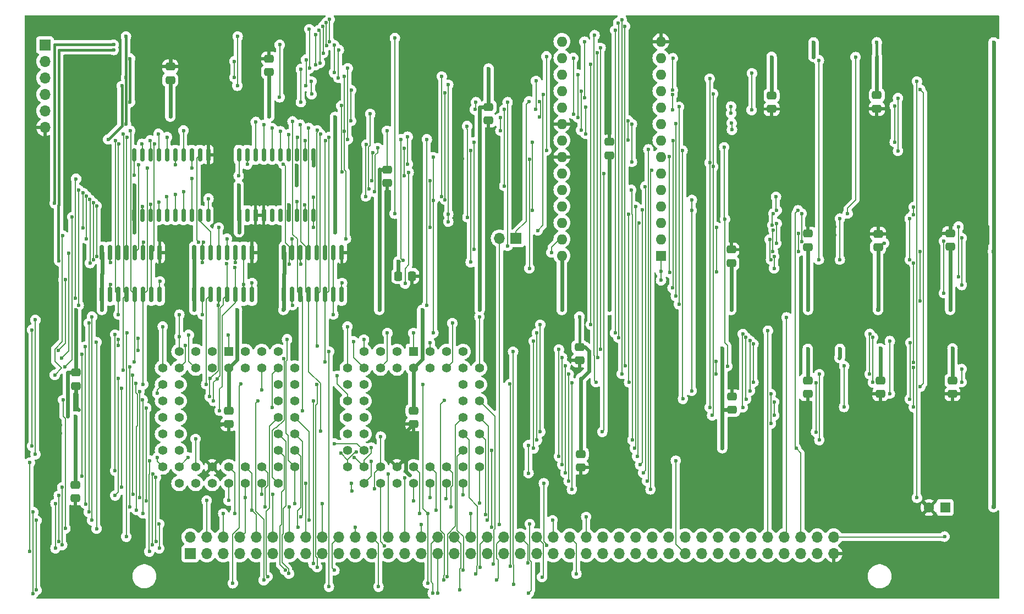
<source format=gbl>
G04 #@! TF.GenerationSoftware,KiCad,Pcbnew,8.0.4-8.0.4-0~ubuntu22.04.1*
G04 #@! TF.CreationDate,2024-08-01T15:45:40-04:00*
G04 #@! TF.ProjectId,HW_VGA,48575f56-4741-42e6-9b69-6361645f7063,1*
G04 #@! TF.SameCoordinates,Original*
G04 #@! TF.FileFunction,Copper,L2,Bot*
G04 #@! TF.FilePolarity,Positive*
%FSLAX46Y46*%
G04 Gerber Fmt 4.6, Leading zero omitted, Abs format (unit mm)*
G04 Created by KiCad (PCBNEW 8.0.4-8.0.4-0~ubuntu22.04.1) date 2024-08-01 15:45:40*
%MOMM*%
%LPD*%
G01*
G04 APERTURE LIST*
G04 Aperture macros list*
%AMRoundRect*
0 Rectangle with rounded corners*
0 $1 Rounding radius*
0 $2 $3 $4 $5 $6 $7 $8 $9 X,Y pos of 4 corners*
0 Add a 4 corners polygon primitive as box body*
4,1,4,$2,$3,$4,$5,$6,$7,$8,$9,$2,$3,0*
0 Add four circle primitives for the rounded corners*
1,1,$1+$1,$2,$3*
1,1,$1+$1,$4,$5*
1,1,$1+$1,$6,$7*
1,1,$1+$1,$8,$9*
0 Add four rect primitives between the rounded corners*
20,1,$1+$1,$2,$3,$4,$5,0*
20,1,$1+$1,$4,$5,$6,$7,0*
20,1,$1+$1,$6,$7,$8,$9,0*
20,1,$1+$1,$8,$9,$2,$3,0*%
G04 Aperture macros list end*
G04 #@! TA.AperFunction,ComponentPad*
%ADD10R,1.422400X1.422400*%
G04 #@! TD*
G04 #@! TA.AperFunction,ComponentPad*
%ADD11C,1.422400*%
G04 #@! TD*
G04 #@! TA.AperFunction,ComponentPad*
%ADD12R,1.600000X1.600000*%
G04 #@! TD*
G04 #@! TA.AperFunction,ComponentPad*
%ADD13O,1.600000X1.600000*%
G04 #@! TD*
G04 #@! TA.AperFunction,ComponentPad*
%ADD14R,1.700000X1.700000*%
G04 #@! TD*
G04 #@! TA.AperFunction,ComponentPad*
%ADD15O,1.700000X1.700000*%
G04 #@! TD*
G04 #@! TA.AperFunction,ComponentPad*
%ADD16C,1.600000*%
G04 #@! TD*
G04 #@! TA.AperFunction,SMDPad,CuDef*
%ADD17RoundRect,0.250000X0.475000X-0.337500X0.475000X0.337500X-0.475000X0.337500X-0.475000X-0.337500X0*%
G04 #@! TD*
G04 #@! TA.AperFunction,SMDPad,CuDef*
%ADD18RoundRect,0.250000X-0.475000X0.337500X-0.475000X-0.337500X0.475000X-0.337500X0.475000X0.337500X0*%
G04 #@! TD*
G04 #@! TA.AperFunction,SMDPad,CuDef*
%ADD19RoundRect,0.150000X-0.150000X0.875000X-0.150000X-0.875000X0.150000X-0.875000X0.150000X0.875000X0*%
G04 #@! TD*
G04 #@! TA.AperFunction,SMDPad,CuDef*
%ADD20RoundRect,0.150000X-0.150000X1.050000X-0.150000X-1.050000X0.150000X-1.050000X0.150000X1.050000X0*%
G04 #@! TD*
G04 #@! TA.AperFunction,SMDPad,CuDef*
%ADD21RoundRect,0.250000X-0.337500X-0.475000X0.337500X-0.475000X0.337500X0.475000X-0.337500X0.475000X0*%
G04 #@! TD*
G04 #@! TA.AperFunction,ViaPad*
%ADD22C,0.600000*%
G04 #@! TD*
G04 #@! TA.AperFunction,Conductor*
%ADD23C,0.600000*%
G04 #@! TD*
G04 #@! TA.AperFunction,Conductor*
%ADD24C,0.400000*%
G04 #@! TD*
G04 #@! TA.AperFunction,Conductor*
%ADD25C,0.150000*%
G04 #@! TD*
G04 #@! TA.AperFunction,Conductor*
%ADD26C,0.127000*%
G04 #@! TD*
G04 APERTURE END LIST*
D10*
X94880000Y-110270000D03*
D11*
X94880000Y-112810000D03*
X92340000Y-110270000D03*
X92340000Y-112810000D03*
X89800000Y-110270000D03*
X89800000Y-112810000D03*
X87260000Y-110270000D03*
X84720000Y-112810000D03*
X87260000Y-112810000D03*
X84720000Y-115350000D03*
X87260000Y-115350000D03*
X84720000Y-117890000D03*
X87260000Y-117890000D03*
X84720000Y-120430000D03*
X87260000Y-120430000D03*
X84720000Y-122970000D03*
X87260000Y-122970000D03*
X84720000Y-125510000D03*
X87260000Y-125510000D03*
X84720000Y-128050000D03*
X87260000Y-130590000D03*
X87260000Y-128050000D03*
X89800000Y-130590000D03*
X89800000Y-128050000D03*
X92340000Y-130590000D03*
X92340000Y-128050000D03*
X94880000Y-130590000D03*
X94880000Y-128050000D03*
X97420000Y-130590000D03*
X97420000Y-128050000D03*
X99960000Y-130590000D03*
X99960000Y-128050000D03*
X102500000Y-130590000D03*
X105040000Y-128050000D03*
X102500000Y-128050000D03*
X105040000Y-125510000D03*
X102500000Y-125510000D03*
X105040000Y-122970000D03*
X102500000Y-122970000D03*
X105040000Y-120430000D03*
X102500000Y-120430000D03*
X105040000Y-117890000D03*
X102500000Y-117890000D03*
X105040000Y-115350000D03*
X102500000Y-115350000D03*
X105040000Y-112810000D03*
X102500000Y-110270000D03*
X102500000Y-112810000D03*
X99960000Y-110270000D03*
X99960000Y-112810000D03*
X97420000Y-110270000D03*
X97420000Y-112810000D03*
D12*
X161425000Y-95500000D03*
D13*
X161425000Y-92960000D03*
X161425000Y-90420000D03*
X161425000Y-87880000D03*
X161425000Y-85340000D03*
X161425000Y-82800000D03*
X161425000Y-80260000D03*
X161425000Y-77720000D03*
X161425000Y-75180000D03*
X161425000Y-72640000D03*
X161425000Y-70100000D03*
X161425000Y-67560000D03*
X161425000Y-65020000D03*
X161425000Y-62480000D03*
X146185000Y-62480000D03*
X146185000Y-65020000D03*
X146185000Y-67560000D03*
X146185000Y-70100000D03*
X146185000Y-72640000D03*
X146185000Y-75180000D03*
X146185000Y-77720000D03*
X146185000Y-80260000D03*
X146185000Y-82800000D03*
X146185000Y-85340000D03*
X146185000Y-87880000D03*
X146185000Y-90420000D03*
X146185000Y-92960000D03*
X146185000Y-95500000D03*
D10*
X123340000Y-110270000D03*
D11*
X123340000Y-112810000D03*
X120800000Y-110270000D03*
X120800000Y-112810000D03*
X118260000Y-110270000D03*
X118260000Y-112810000D03*
X115720000Y-110270000D03*
X113180000Y-112810000D03*
X115720000Y-112810000D03*
X113180000Y-115350000D03*
X115720000Y-115350000D03*
X113180000Y-117890000D03*
X115720000Y-117890000D03*
X113180000Y-120430000D03*
X115720000Y-120430000D03*
X113180000Y-122970000D03*
X115720000Y-122970000D03*
X113180000Y-125510000D03*
X115720000Y-125510000D03*
X113180000Y-128050000D03*
X115720000Y-130590000D03*
X115720000Y-128050000D03*
X118260000Y-130590000D03*
X118260000Y-128050000D03*
X120800000Y-130590000D03*
X120800000Y-128050000D03*
X123340000Y-130590000D03*
X123340000Y-128050000D03*
X125880000Y-130590000D03*
X125880000Y-128050000D03*
X128420000Y-130590000D03*
X128420000Y-128050000D03*
X130960000Y-130590000D03*
X133500000Y-128050000D03*
X130960000Y-128050000D03*
X133500000Y-125510000D03*
X130960000Y-125510000D03*
X133500000Y-122970000D03*
X130960000Y-122970000D03*
X133500000Y-120430000D03*
X130960000Y-120430000D03*
X133500000Y-117890000D03*
X130960000Y-117890000D03*
X133500000Y-115350000D03*
X130960000Y-115350000D03*
X133500000Y-112810000D03*
X130960000Y-110270000D03*
X130960000Y-112810000D03*
X128420000Y-110270000D03*
X128420000Y-112810000D03*
X125880000Y-110270000D03*
X125880000Y-112810000D03*
D14*
X88970000Y-141420000D03*
D15*
X88970000Y-138880000D03*
X91510000Y-141420000D03*
X91510000Y-138880000D03*
X94050000Y-141420000D03*
X94050000Y-138880000D03*
X96590000Y-141420000D03*
X96590000Y-138880000D03*
X99130000Y-141420000D03*
X99130000Y-138880000D03*
X101670000Y-141420000D03*
X101670000Y-138880000D03*
X104210000Y-141420000D03*
X104210000Y-138880000D03*
X106750000Y-141420000D03*
X106750000Y-138880000D03*
X109290000Y-141420000D03*
X109290000Y-138880000D03*
X111830000Y-141420000D03*
X111830000Y-138880000D03*
X114370000Y-141420000D03*
X114370000Y-138880000D03*
X116910000Y-141420000D03*
X116910000Y-138880000D03*
X119450000Y-141420000D03*
X119450000Y-138880000D03*
X121990000Y-141420000D03*
X121990000Y-138880000D03*
X124530000Y-141420000D03*
X124530000Y-138880000D03*
X127070000Y-141420000D03*
X127070000Y-138880000D03*
X129610000Y-141420000D03*
X129610000Y-138880000D03*
X132150000Y-141420000D03*
X132150000Y-138880000D03*
X134690000Y-141420000D03*
X134690000Y-138880000D03*
X137230000Y-141420000D03*
X137230000Y-138880000D03*
X139770000Y-141420000D03*
X139770000Y-138880000D03*
X142310000Y-141420000D03*
X142310000Y-138880000D03*
X144850000Y-141420000D03*
X144850000Y-138880000D03*
X147390000Y-141420000D03*
X147390000Y-138880000D03*
X149930000Y-141420000D03*
X149930000Y-138880000D03*
X152470000Y-141420000D03*
X152470000Y-138880000D03*
X155010000Y-141420000D03*
X155010000Y-138880000D03*
X157550000Y-141420000D03*
X157550000Y-138880000D03*
X160090000Y-141420000D03*
X160090000Y-138880000D03*
X162630000Y-141420000D03*
X162630000Y-138880000D03*
X165170000Y-141420000D03*
X165170000Y-138880000D03*
X167710000Y-141420000D03*
X167710000Y-138880000D03*
X170250000Y-141420000D03*
X170250000Y-138880000D03*
X172790000Y-141420000D03*
X172790000Y-138880000D03*
X175330000Y-141420000D03*
X175330000Y-138880000D03*
X177870000Y-141420000D03*
X177870000Y-138880000D03*
X180410000Y-141420000D03*
X180410000Y-138880000D03*
X182950000Y-141420000D03*
X182950000Y-138880000D03*
X185490000Y-141420000D03*
X185490000Y-138880000D03*
X188030000Y-141420000D03*
X188030000Y-138880000D03*
D14*
X66600000Y-63020000D03*
D15*
X66600000Y-65560000D03*
X66600000Y-68100000D03*
X66600000Y-70640000D03*
X66600000Y-73180000D03*
X66600000Y-75720000D03*
D14*
X139140000Y-92800000D03*
D15*
X136600000Y-92800000D03*
D12*
X205200000Y-134320000D03*
D16*
X202700000Y-134320000D03*
D17*
X85900000Y-68427500D03*
X85900000Y-66352500D03*
D18*
X178475000Y-70812500D03*
X178475000Y-72887500D03*
X94880000Y-119392500D03*
X94880000Y-121467500D03*
X148900000Y-109562500D03*
X148900000Y-111637500D03*
X206325000Y-114750000D03*
X206325000Y-116825000D03*
X195225000Y-114750000D03*
X195225000Y-116825000D03*
X184025000Y-114750000D03*
X184025000Y-116825000D03*
D19*
X80310000Y-79950000D03*
X81580000Y-79950000D03*
X82850000Y-79950000D03*
X84120000Y-79950000D03*
X85390000Y-79950000D03*
X86660000Y-79950000D03*
X87930000Y-79950000D03*
X89200000Y-79950000D03*
X90470000Y-79950000D03*
X91740000Y-79950000D03*
X91740000Y-89250000D03*
X90470000Y-89250000D03*
X89200000Y-89250000D03*
X87930000Y-89250000D03*
X86660000Y-89250000D03*
X85390000Y-89250000D03*
X84120000Y-89250000D03*
X82850000Y-89250000D03*
X81580000Y-89250000D03*
X80310000Y-89250000D03*
D18*
X123340000Y-119392500D03*
X123340000Y-121467500D03*
X71300000Y-130802500D03*
X71300000Y-132877500D03*
D19*
X96470000Y-79950000D03*
X97740000Y-79950000D03*
X99010000Y-79950000D03*
X100280000Y-79950000D03*
X101550000Y-79950000D03*
X102820000Y-79950000D03*
X104090000Y-79950000D03*
X105360000Y-79950000D03*
X106630000Y-79950000D03*
X107900000Y-79950000D03*
X107900000Y-89250000D03*
X106630000Y-89250000D03*
X105360000Y-89250000D03*
X104090000Y-89250000D03*
X102820000Y-89250000D03*
X101550000Y-89250000D03*
X100280000Y-89250000D03*
X99010000Y-89250000D03*
X97740000Y-89250000D03*
X96470000Y-89250000D03*
D20*
X75385000Y-95000000D03*
X76655000Y-95000000D03*
X77925000Y-95000000D03*
X79195000Y-95000000D03*
X80465000Y-95000000D03*
X81735000Y-95000000D03*
X83005000Y-95000000D03*
X84275000Y-95000000D03*
X84275000Y-101500000D03*
X83005000Y-101500000D03*
X81735000Y-101500000D03*
X80465000Y-101500000D03*
X79195000Y-101500000D03*
X77925000Y-101500000D03*
X76655000Y-101500000D03*
X75385000Y-101500000D03*
X89585000Y-95000000D03*
X90855000Y-95000000D03*
X92125000Y-95000000D03*
X93395000Y-95000000D03*
X94665000Y-95000000D03*
X95935000Y-95000000D03*
X97205000Y-95000000D03*
X98475000Y-95000000D03*
X98475000Y-101500000D03*
X97205000Y-101500000D03*
X95935000Y-101500000D03*
X94665000Y-101500000D03*
X93395000Y-101500000D03*
X92125000Y-101500000D03*
X90855000Y-101500000D03*
X89585000Y-101500000D03*
D17*
X184075000Y-94175000D03*
X184075000Y-92100000D03*
X101100000Y-67192500D03*
X101100000Y-65117500D03*
D20*
X103410000Y-95000000D03*
X104680000Y-95000000D03*
X105950000Y-95000000D03*
X107220000Y-95000000D03*
X108490000Y-95000000D03*
X109760000Y-95000000D03*
X111030000Y-95000000D03*
X112300000Y-95000000D03*
X112300000Y-101500000D03*
X111030000Y-101500000D03*
X109760000Y-101500000D03*
X108490000Y-101500000D03*
X107220000Y-101500000D03*
X105950000Y-101500000D03*
X104680000Y-101500000D03*
X103410000Y-101500000D03*
D18*
X134900000Y-72575000D03*
X134900000Y-74650000D03*
D17*
X205975000Y-94137500D03*
X205975000Y-92062500D03*
X172407500Y-119267500D03*
X172407500Y-117192500D03*
D18*
X149100000Y-126087500D03*
X149100000Y-128162500D03*
X194675000Y-70762500D03*
X194675000Y-72837500D03*
D21*
X121012500Y-98650000D03*
X123087500Y-98650000D03*
D17*
X172275000Y-96637500D03*
X172275000Y-94562500D03*
D18*
X119250000Y-82225000D03*
X119250000Y-84300000D03*
X71375000Y-113497500D03*
X71375000Y-115572500D03*
D17*
X194875000Y-94200000D03*
X194875000Y-92125000D03*
X153475000Y-80025000D03*
X153475000Y-77950000D03*
D22*
X184925000Y-64850000D03*
X134900000Y-66650000D03*
X205100000Y-138800000D03*
X111250000Y-74100000D03*
X194875000Y-97400000D03*
X89575000Y-103850000D03*
X96175000Y-103850000D03*
X118075000Y-96350000D03*
X103450000Y-98250000D03*
X212550000Y-94850000D03*
X80300000Y-84600000D03*
X205975000Y-97250000D03*
X170875000Y-109800000D03*
X103300000Y-103850000D03*
X189000000Y-111150000D03*
X96475000Y-91875000D03*
X184925000Y-62600000D03*
X148900000Y-104900000D03*
X121012500Y-96362500D03*
X111250000Y-91875000D03*
X119250000Y-76250000D03*
X212625000Y-134250000D03*
X189000000Y-109850000D03*
X89600000Y-98175000D03*
X118075000Y-103850000D03*
X212650000Y-109775000D03*
X133525000Y-103850000D03*
X206325000Y-109775000D03*
X194705000Y-64830000D03*
X85900000Y-74050000D03*
X101100000Y-70625000D03*
X206325000Y-111175000D03*
X149100000Y-121375000D03*
X71300000Y-124825000D03*
X71300000Y-120275000D03*
X184050000Y-109850000D03*
X146175000Y-103850000D03*
X212650000Y-62600000D03*
X172275000Y-102525000D03*
X75375000Y-103850000D03*
X184075000Y-103850000D03*
X195225000Y-109775000D03*
X194675000Y-62600000D03*
X184075000Y-97375000D03*
X212650000Y-92300000D03*
X178475000Y-64850000D03*
X194850000Y-103850000D03*
X172250000Y-103850000D03*
X195800000Y-93575000D03*
X70125000Y-120250000D03*
X80300000Y-91875000D03*
X195225000Y-111175000D03*
X184075000Y-95000000D03*
X212650000Y-120100000D03*
X205975000Y-103850000D03*
X75425000Y-98275000D03*
X153450000Y-103850000D03*
X212650000Y-89775000D03*
X124675000Y-103850000D03*
X170875000Y-125175000D03*
X101125000Y-74067000D03*
X71375000Y-103875000D03*
X212650000Y-99425000D03*
X212650000Y-103825000D03*
X118075000Y-91875000D03*
X85900000Y-73075000D03*
X96425000Y-84600000D03*
X209175000Y-132150000D03*
X105350000Y-84575000D03*
X135450000Y-118125000D03*
X185275000Y-135125000D03*
X196200000Y-88573000D03*
X199200000Y-128200000D03*
X188250000Y-88475000D03*
X121825000Y-120600000D03*
X66700000Y-91125000D03*
X188225000Y-91025000D03*
X144000000Y-100750000D03*
X81025000Y-142600000D03*
X98275000Y-86150000D03*
X130900000Y-80575000D03*
X192700000Y-72800000D03*
X199125000Y-60300000D03*
X67650000Y-99150000D03*
X94675000Y-86175000D03*
X130275000Y-96450000D03*
X178875000Y-115000000D03*
X188150000Y-93575000D03*
X188625000Y-83025000D03*
X210625000Y-106750000D03*
X122025000Y-114425000D03*
X122750000Y-129325000D03*
X161850000Y-135125000D03*
X211700000Y-93550000D03*
X115375000Y-90250000D03*
X192750000Y-76425000D03*
X178825000Y-113675000D03*
X66700000Y-92950000D03*
X72200000Y-142600000D03*
X175100000Y-88750000D03*
X198900000Y-106675000D03*
X203275000Y-106675000D03*
X130275000Y-97850000D03*
X117175000Y-70625000D03*
X188625000Y-60375000D03*
X73450000Y-100725000D03*
X204575000Y-120025000D03*
X135075000Y-102300000D03*
X187275000Y-74925000D03*
X175650000Y-135125000D03*
X69000000Y-122900000D03*
X203075000Y-124100000D03*
X179450000Y-135125000D03*
X193200000Y-120100000D03*
X148675000Y-100750000D03*
X173500000Y-60300000D03*
X72025000Y-137625000D03*
X139700000Y-129325000D03*
X204700000Y-113625000D03*
X133000000Y-69750000D03*
X179725000Y-105900000D03*
X88150000Y-97625000D03*
X203525000Y-83025000D03*
X192525000Y-115025000D03*
X107900000Y-81525000D03*
X93725000Y-121500000D03*
X135125000Y-108850000D03*
X66600000Y-82250000D03*
X198125000Y-95388001D03*
X199125000Y-83025000D03*
X161850000Y-128950000D03*
X123900000Y-70625000D03*
X131425000Y-102300000D03*
X192100000Y-140375000D03*
X199125000Y-134975000D03*
X208050000Y-60300000D03*
X67700000Y-103000000D03*
X184450000Y-105850000D03*
X196550000Y-67100000D03*
X80900000Y-137525000D03*
X144000000Y-102300000D03*
X102525000Y-61702000D03*
X117500000Y-119200000D03*
X148675000Y-102300000D03*
X66700000Y-84100000D03*
X71821000Y-119275000D03*
X111500000Y-119200000D03*
X111600000Y-116625000D03*
X162550000Y-108775000D03*
X136850000Y-69850000D03*
X86700000Y-97600000D03*
X179325000Y-116200000D03*
X85900000Y-62075000D03*
X98850000Y-82275000D03*
X192225000Y-135075000D03*
X202350000Y-118103001D03*
X138175000Y-102300000D03*
X135075000Y-100750000D03*
X191600000Y-118103001D03*
X76025000Y-122850000D03*
X85875000Y-59250000D03*
X203125000Y-128150000D03*
X86725000Y-101000000D03*
X176925000Y-110577000D03*
X69025000Y-121575000D03*
X162525000Y-113075000D03*
X117500000Y-116625000D03*
X183150000Y-83025000D03*
X211700000Y-91000000D03*
X130275000Y-93450000D03*
X208050000Y-64800000D03*
X179700000Y-117294000D03*
X209400000Y-137025000D03*
X193575000Y-83025000D03*
X166825000Y-84075000D03*
X166825000Y-60300000D03*
X165450000Y-135125000D03*
X185275000Y-128950000D03*
X188200000Y-92300000D03*
X199200000Y-124125000D03*
X135225000Y-112350000D03*
X101750000Y-82325000D03*
X175650000Y-128950000D03*
X104090000Y-87700000D03*
X192750000Y-78575000D03*
X192725000Y-66000000D03*
X162425000Y-117625000D03*
X199150000Y-140525000D03*
X101950000Y-97525000D03*
X173500000Y-84075000D03*
X179450000Y-128950000D03*
X98350000Y-97525000D03*
X147350000Y-104850000D03*
X165450000Y-128950000D03*
X138175000Y-100750000D03*
X131425000Y-100750000D03*
X105350000Y-81575000D03*
X192450000Y-113750000D03*
X136575000Y-136900000D03*
X127075000Y-147533000D03*
X141075000Y-147500000D03*
X141250000Y-136875000D03*
X82675000Y-141106000D03*
X64275000Y-127400000D03*
X64283931Y-141100000D03*
X82675000Y-127075000D03*
X163725000Y-127100000D03*
X121975000Y-129725000D03*
X68727000Y-132477000D03*
X83675000Y-129675000D03*
X68725000Y-139600000D03*
X83700000Y-139600000D03*
X108500000Y-143502000D03*
X133625000Y-143502000D03*
X138175000Y-115300000D03*
X138275000Y-143350000D03*
X108475000Y-115375000D03*
X96775000Y-115300000D03*
X95525000Y-146000000D03*
X124750000Y-115350000D03*
X132175000Y-135264000D03*
X125550000Y-146012000D03*
X125575000Y-135264000D03*
X81675000Y-135225000D03*
X124250000Y-135264000D03*
X95825000Y-135250000D03*
X81650000Y-117725000D03*
X94050000Y-135250000D03*
X65300000Y-136300000D03*
X130475000Y-147016000D03*
X65300000Y-147050000D03*
X98450000Y-134750000D03*
X126800000Y-134762000D03*
X80625000Y-115175000D03*
X80675000Y-134700000D03*
X84177000Y-136873000D03*
X84200000Y-140600000D03*
X68225000Y-140600000D03*
X124550000Y-136900000D03*
X68225000Y-133750000D03*
X119450000Y-129174800D03*
X83187245Y-129135902D03*
X69250450Y-131200450D03*
X83168518Y-140102000D03*
X69250450Y-140102430D03*
X106752000Y-130575000D03*
X113820032Y-130604968D03*
X130975000Y-132375000D03*
X113873752Y-131750000D03*
X103350000Y-111375000D03*
X104225000Y-134260000D03*
X129125000Y-134260000D03*
X79625000Y-112625000D03*
X100500000Y-134260000D03*
X79625000Y-134200000D03*
X177900000Y-107052659D03*
X64623000Y-124850000D03*
X64623000Y-106925000D03*
X111175000Y-144004000D03*
X131000000Y-144004000D03*
X103600000Y-144000000D03*
X133500000Y-133600000D03*
X80975000Y-108256000D03*
X105050000Y-133758000D03*
X109300000Y-133758000D03*
X103875000Y-108379000D03*
X80967000Y-110100000D03*
X80125000Y-113900000D03*
X128375000Y-132925000D03*
X99975000Y-132250000D03*
X80156518Y-132250000D03*
X101675000Y-132252000D03*
X107925000Y-142975000D03*
X135625000Y-143000000D03*
X107975000Y-117925000D03*
X140950000Y-142875000D03*
X65125000Y-126125000D03*
X65125000Y-105398000D03*
X180775000Y-105000000D03*
X112723000Y-76275000D03*
X112950000Y-92879000D03*
X90977003Y-93381000D03*
X104675000Y-92879000D03*
X191400000Y-64875000D03*
X182550000Y-88495000D03*
X76700000Y-96525000D03*
X182250000Y-125200000D03*
X90875000Y-96525000D03*
X179150000Y-86425000D03*
X127700000Y-67875000D03*
X179272975Y-88495000D03*
X190175000Y-88997000D03*
X112700000Y-67850000D03*
X127684962Y-86359902D03*
X144750000Y-136277000D03*
X134700000Y-136275000D03*
X107275000Y-136268000D03*
X128550000Y-145008000D03*
X100875000Y-144975000D03*
X143125000Y-145027000D03*
X135350000Y-137402000D03*
X105600000Y-137375000D03*
X114375000Y-137402000D03*
X135377000Y-125500000D03*
X148425000Y-144525000D03*
X104158499Y-144506000D03*
X132950000Y-144525000D03*
X82200000Y-118975000D03*
X94875000Y-133250000D03*
X82164518Y-133275000D03*
X123350000Y-133256000D03*
X91500000Y-133250000D03*
X64785931Y-147564069D03*
X64800000Y-135025000D03*
X126300000Y-147533000D03*
X81150000Y-116425000D03*
X81160518Y-132750000D03*
X125875000Y-132754000D03*
X97425000Y-132750000D03*
X138800000Y-146125000D03*
X110325000Y-146529000D03*
X110350000Y-110275000D03*
X138675000Y-110300000D03*
X117950000Y-146529000D03*
X100300000Y-145525000D03*
X128024550Y-145510430D03*
X136125000Y-145529000D03*
X99375000Y-117875000D03*
X128100000Y-117825000D03*
X149925000Y-135775000D03*
X134400000Y-135425000D03*
X105975000Y-135766000D03*
X141125000Y-71725000D03*
X78446000Y-69325000D03*
X76325000Y-77575000D03*
X79073000Y-68025000D03*
X79075000Y-61700000D03*
X79075000Y-75200000D03*
X79700000Y-65100000D03*
X79700000Y-71825000D03*
X77200000Y-63800000D03*
X68773000Y-96300000D03*
X68100000Y-87425000D03*
X77175000Y-62975000D03*
X69773000Y-99177000D03*
X161425000Y-97947000D03*
X161450000Y-99300000D03*
X68627000Y-110100000D03*
X207725000Y-115000000D03*
X207725000Y-112975000D03*
X196675000Y-108646000D03*
X175125000Y-108600000D03*
X196675000Y-116775000D03*
X175125000Y-116325000D03*
X185825000Y-123925000D03*
X185825000Y-113750000D03*
X174037245Y-107560902D03*
X174025000Y-118875000D03*
X193571000Y-113750000D03*
X193589735Y-107554659D03*
X178375000Y-121400000D03*
X178375000Y-116800000D03*
X166175000Y-88550000D03*
X200325000Y-88000000D03*
X166175000Y-116325000D03*
X128198000Y-70425000D03*
X166200000Y-86900000D03*
X200300000Y-89175000D03*
X128198000Y-86875000D03*
X185323000Y-115125000D03*
X185323000Y-122675000D03*
X174550000Y-117600000D03*
X194075000Y-108096000D03*
X174525000Y-108100000D03*
X194073000Y-115046592D03*
X169954000Y-111750000D03*
X169954000Y-113750000D03*
X175675000Y-109100000D03*
X199846000Y-108900000D03*
X199750000Y-117600000D03*
X175675000Y-115000000D03*
X178877000Y-118075000D03*
X178877000Y-120125000D03*
X189627000Y-118825000D03*
X189650000Y-112480000D03*
X185750000Y-96100551D03*
X113225000Y-77550000D03*
X121425000Y-77547500D03*
X200348000Y-96617000D03*
X185750000Y-65372000D03*
X121744083Y-96242996D03*
X200348000Y-111978000D03*
X107310000Y-66600000D03*
X113225000Y-66605000D03*
X107300000Y-60600000D03*
X200348000Y-118825000D03*
X200348000Y-112705003D03*
X178876382Y-95598551D03*
X178850000Y-97450000D03*
X164225000Y-103000000D03*
X112221000Y-72375000D03*
X112350000Y-82600000D03*
X201352000Y-102500000D03*
X201352000Y-94875000D03*
X164225000Y-72548000D03*
X178375000Y-96125000D03*
X178173000Y-93000000D03*
X179250000Y-90550000D03*
X179198001Y-93602901D03*
X182600000Y-94850000D03*
X182600000Y-92039000D03*
X116000000Y-86375000D03*
X162775000Y-98100000D03*
X207250000Y-91025000D03*
X162750000Y-80250000D03*
X207244327Y-98725000D03*
X116100000Y-78350000D03*
X116675000Y-73642000D03*
X207754242Y-100027000D03*
X163225000Y-100475000D03*
X156404000Y-74675000D03*
X156404000Y-77700000D03*
X163275000Y-77725000D03*
X207746327Y-92777190D03*
X116490500Y-85175000D03*
X156975000Y-81030500D03*
X163750000Y-75150000D03*
X204977000Y-93275000D03*
X117104000Y-79600000D03*
X163725000Y-101725000D03*
X116952000Y-83897500D03*
X156975000Y-75200000D03*
X205002000Y-101275000D03*
X178675000Y-94900000D03*
X178748000Y-91525000D03*
X169975000Y-97950000D03*
X169975000Y-91100000D03*
X178574590Y-90818981D03*
X183100000Y-93325000D03*
X178750000Y-89000000D03*
X183100000Y-88997000D03*
X199725000Y-89750000D03*
X199751999Y-96100674D03*
X188975000Y-96115000D03*
X188975000Y-89775000D03*
X120475000Y-61927000D03*
X141677000Y-88475000D03*
X120450000Y-89025000D03*
X141675000Y-78025000D03*
X142773000Y-71725000D03*
X142773000Y-74144000D03*
X113727000Y-74725000D03*
X113750000Y-69975000D03*
X143800000Y-64773000D03*
X143800000Y-79275000D03*
X106808000Y-65275000D03*
X150644000Y-106150000D03*
X106775000Y-69325000D03*
X150644000Y-66025000D03*
X151700000Y-111225000D03*
X151648000Y-64175000D03*
X111850000Y-63759000D03*
X111775000Y-68075000D03*
X96275000Y-61702000D03*
X96223000Y-69297956D03*
X109396000Y-60150000D03*
X155925000Y-112500000D03*
X155902000Y-60150000D03*
X109450000Y-64261000D03*
X107632000Y-68643000D03*
X107650000Y-70600000D03*
X109898000Y-59550000D03*
X154898000Y-108125000D03*
X154849788Y-59602000D03*
X109954000Y-63100000D03*
X111150000Y-63050000D03*
X152150000Y-63475000D03*
X111125000Y-67275000D03*
X152150000Y-109950000D03*
X102725000Y-71075000D03*
X102745000Y-62980000D03*
X108250000Y-66098000D03*
X108250000Y-61425000D03*
X151225000Y-61500000D03*
X151425000Y-115000000D03*
X106000000Y-71825000D03*
X106000000Y-66725000D03*
X108950000Y-65777000D03*
X154396000Y-60750000D03*
X154396000Y-107425000D03*
X108775000Y-60725000D03*
X155400000Y-113725000D03*
X110400000Y-62500000D03*
X155400000Y-59100000D03*
X110431344Y-59048000D03*
X95773000Y-68000000D03*
X95773000Y-65525000D03*
X163250000Y-69950000D03*
X163275000Y-65050000D03*
X149150000Y-76175000D03*
X172373210Y-76098000D03*
X172325000Y-75030000D03*
X149150000Y-70125000D03*
X149650000Y-62500000D03*
X149652000Y-71136000D03*
X148625000Y-67575000D03*
X148625000Y-74177000D03*
X147950000Y-73675000D03*
X172225000Y-72490000D03*
X172225000Y-73558000D03*
X147950000Y-65025000D03*
X163250000Y-73050000D03*
X175400000Y-73050000D03*
X175450000Y-67375000D03*
X163224052Y-70676539D03*
X149825000Y-72625000D03*
X149825000Y-76702000D03*
X146725000Y-128975000D03*
X141050000Y-129025000D03*
X114200000Y-126598000D03*
X146729000Y-112475000D03*
X141025000Y-124704000D03*
X88675000Y-126598000D03*
X116872203Y-125067733D03*
X142850000Y-106150000D03*
X142850000Y-122650000D03*
X160029000Y-82298000D03*
X159825000Y-131525000D03*
X142348000Y-107425000D03*
X142350000Y-123925000D03*
X147231000Y-113775000D03*
X147225000Y-130250000D03*
X143875000Y-140175000D03*
X143400000Y-130575000D03*
X118900000Y-140200000D03*
X146225000Y-127725000D03*
X116800000Y-127204000D03*
X146227000Y-111200000D03*
X141846000Y-108675000D03*
X111150000Y-124452000D03*
X141850000Y-125200000D03*
X157775000Y-126450000D03*
X158054000Y-90450000D03*
X158700000Y-128975000D03*
X159025000Y-84838000D03*
X89800000Y-123749000D03*
X147725000Y-131525000D03*
X147733000Y-115075000D03*
X117300000Y-131400000D03*
X118300000Y-123375000D03*
X157050000Y-123925000D03*
X156850000Y-85350000D03*
X158575000Y-88450000D03*
X158225000Y-127725000D03*
X200850000Y-132825000D03*
X200850000Y-68625000D03*
X152652000Y-82825000D03*
X152400000Y-122650000D03*
X157550000Y-87925000D03*
X157400000Y-125200000D03*
X159500000Y-79100000D03*
X159300000Y-130225000D03*
X83900000Y-126598000D03*
X145725000Y-109950000D03*
X112137347Y-125966485D03*
X145725000Y-126450000D03*
X114525000Y-125750000D03*
X70248000Y-95098000D03*
X144575000Y-95000000D03*
X69125000Y-111325000D03*
X68125000Y-113875000D03*
X69325000Y-92375000D03*
X70796000Y-89550000D03*
X69650000Y-112600000D03*
X201351999Y-115696923D03*
X201352000Y-69900000D03*
X77950000Y-78250000D03*
X81550000Y-78250000D03*
X84725000Y-106421000D03*
X113175000Y-106421000D03*
X78684179Y-76709239D03*
X84075000Y-76719550D03*
X78621000Y-113175000D03*
X83900000Y-116700000D03*
X82350000Y-81952000D03*
X81725000Y-115350000D03*
X89225000Y-81975000D03*
X79725000Y-76207239D03*
X87925000Y-76200000D03*
X80350000Y-111862000D03*
X114100000Y-108702000D03*
X88225000Y-109325000D03*
X86650000Y-81450000D03*
X81050000Y-81450000D03*
X115725000Y-108425000D03*
X87300000Y-104577000D03*
X77900000Y-104577000D03*
X82800000Y-77725000D03*
X87300000Y-107979000D03*
X77448619Y-77723550D03*
X122450000Y-77150000D03*
X122450000Y-81357500D03*
X83450000Y-78225000D03*
X79200000Y-77221550D03*
X85400000Y-77225000D03*
X90250000Y-93381000D03*
X81750000Y-93381000D03*
X122600000Y-82625000D03*
X98500000Y-99700000D03*
X84300000Y-99448000D03*
X122050000Y-99800000D03*
X112350000Y-99700000D03*
X97205000Y-99950000D03*
X76725000Y-99950000D03*
X93475000Y-119377000D03*
X74043521Y-96096042D03*
X95867956Y-97274758D03*
X74046460Y-87350823D03*
X82850000Y-87550000D03*
X111550000Y-114000000D03*
X91950000Y-117250000D03*
X93300000Y-103123000D03*
X87950000Y-85625000D03*
X71800000Y-85375000D03*
X92062500Y-114437500D03*
X71800000Y-103123000D03*
X71298000Y-102075000D03*
X71400000Y-83650000D03*
X89200000Y-83625000D03*
X92125000Y-101500000D03*
X91425000Y-115325000D03*
X111000000Y-104577000D03*
X90875000Y-104577000D03*
X86660000Y-86040000D03*
X72506214Y-91254000D03*
X93371000Y-91148000D03*
X72479865Y-85833711D03*
X93162500Y-114504000D03*
X94604131Y-96720869D03*
X92550000Y-117890000D03*
X73541521Y-96650000D03*
X84125000Y-87200000D03*
X73520377Y-86849057D03*
X74575000Y-95600000D03*
X95925000Y-96550000D03*
X81575000Y-87875000D03*
X74575000Y-87850000D03*
X94625000Y-92879000D03*
X85375000Y-86350000D03*
X73000000Y-92879000D03*
X73008214Y-86333090D03*
X106000000Y-96775000D03*
X103300000Y-81375000D03*
X97750000Y-81425000D03*
X104177000Y-96775000D03*
X101575000Y-75825000D03*
X107200000Y-75796000D03*
X105900000Y-75296000D03*
X100280000Y-75320000D03*
X109000000Y-122558800D03*
X105450000Y-77275000D03*
X109750000Y-111900000D03*
X110303880Y-77224183D03*
X102850000Y-76300000D03*
X108525863Y-76167886D03*
X108500000Y-109429000D03*
X109000000Y-76719000D03*
X104100000Y-76800000D03*
X104700000Y-103123000D03*
X125400000Y-77550000D03*
X125400000Y-103123000D03*
X106250000Y-119427000D03*
X104725000Y-74794000D03*
X99050000Y-74875000D03*
X109775000Y-77723000D03*
X106650000Y-77723000D03*
X107925000Y-86498000D03*
X107900000Y-91148000D03*
X91775000Y-86700000D03*
X125902000Y-83925000D03*
X125902000Y-91148000D03*
X96425000Y-83200000D03*
X121948000Y-78900000D03*
X121925000Y-83200000D03*
X80325000Y-83100000D03*
X106625000Y-87700000D03*
X79125000Y-138825000D03*
X126400000Y-107425000D03*
X126377000Y-87000000D03*
X105375000Y-87175000D03*
X123325000Y-107425000D03*
X119325000Y-107425000D03*
X79275000Y-107425000D03*
X126400000Y-80309000D03*
X101550000Y-118925000D03*
X73850000Y-104896000D03*
X133500000Y-104925000D03*
X73850000Y-136300000D03*
X72825000Y-109500000D03*
X125875000Y-108925000D03*
X77925000Y-108427000D03*
X77925000Y-109356800D03*
X72869000Y-133775000D03*
X73359500Y-135025000D03*
X73359500Y-105900000D03*
X129325000Y-105900000D03*
X88750000Y-107702000D03*
X77400000Y-128650000D03*
X77400000Y-107675000D03*
X94825000Y-107702000D03*
X99950000Y-116225000D03*
X78425000Y-115925000D03*
X78404000Y-131175000D03*
X72323000Y-110725000D03*
X72323000Y-129450000D03*
X77902000Y-114402000D03*
X77400000Y-132475000D03*
X74550000Y-137575000D03*
X74525000Y-108825000D03*
X69398000Y-117725000D03*
X69752450Y-137550000D03*
X164754000Y-79275000D03*
X164825000Y-117575000D03*
X169325000Y-120125000D03*
X169475000Y-70550000D03*
X169452000Y-81775000D03*
X128700000Y-69150000D03*
X128700000Y-90250000D03*
X156525000Y-115025000D03*
X128700000Y-89075000D03*
X156425000Y-89075000D03*
X168950000Y-68200000D03*
X168950000Y-81175000D03*
X168950000Y-118900000D03*
X171300000Y-89850000D03*
X136725000Y-76225000D03*
X136703040Y-74225000D03*
X171175000Y-78775000D03*
X171675000Y-112525000D03*
X141175000Y-97450000D03*
X141175000Y-80625000D03*
X131650000Y-89577000D03*
X131600000Y-75525000D03*
X132652000Y-94500000D03*
X132650000Y-78025000D03*
X132150000Y-96502000D03*
X132140500Y-79300000D03*
X143298000Y-70673000D03*
X142475000Y-91600000D03*
X137825000Y-71825000D03*
X132950000Y-71825000D03*
X137825000Y-93996000D03*
X132798000Y-72963213D03*
X117825000Y-78875000D03*
X142200000Y-68562000D03*
X137323000Y-84750000D03*
X142175000Y-72925000D03*
X117348000Y-85650000D03*
X137323000Y-72950000D03*
X197925000Y-79350000D03*
X197925000Y-71200000D03*
X197423000Y-78000000D03*
X197423000Y-72450000D03*
D23*
X96470000Y-89250000D02*
X96470000Y-91870000D01*
X96470000Y-91870000D02*
X96475000Y-91875000D01*
X149300000Y-114375000D02*
X150375000Y-113300000D01*
X205975000Y-97250000D02*
X205975000Y-103850000D01*
X121012500Y-98650000D02*
X121012500Y-96362500D01*
X134900000Y-72575000D02*
X134900000Y-66650000D01*
X103410000Y-98290000D02*
X103450000Y-98250000D01*
X70127500Y-113497500D02*
X70125000Y-113500000D01*
X75425000Y-98275000D02*
X75425000Y-95040000D01*
D24*
X148900000Y-104900000D02*
X148900000Y-109562500D01*
D23*
X75385000Y-101500000D02*
X75385000Y-98315000D01*
D25*
X148900000Y-109535000D02*
X148850000Y-109485000D01*
D23*
X101100000Y-70625000D02*
X101100000Y-74042000D01*
X212650000Y-103825000D02*
X212650000Y-99425000D01*
X103450000Y-95040000D02*
X103410000Y-95000000D01*
X194875000Y-103825000D02*
X194850000Y-103850000D01*
X121025000Y-96350000D02*
X121012500Y-96362500D01*
X89585000Y-103840000D02*
X89575000Y-103850000D01*
D25*
X188030000Y-138880000D02*
X205020000Y-138880000D01*
D23*
X103450000Y-98250000D02*
X103450000Y-95040000D01*
X170875000Y-109800000D02*
X170875000Y-119150000D01*
X149100000Y-126087500D02*
X149100000Y-121375000D01*
X71375000Y-113497500D02*
X70127500Y-113497500D01*
X124675000Y-111475000D02*
X124675000Y-111025000D01*
X96425000Y-89205000D02*
X96470000Y-89250000D01*
X184925000Y-62600000D02*
X184925000Y-64850000D01*
X80300000Y-84600000D02*
X80300000Y-89240000D01*
X89585000Y-101500000D02*
X89585000Y-103840000D01*
X80300000Y-91875000D02*
X80300000Y-89260000D01*
D25*
X205020000Y-138880000D02*
X205100000Y-138800000D01*
D23*
X212650000Y-109775000D02*
X212650000Y-120100000D01*
X195225000Y-111175000D02*
X195225000Y-109775000D01*
X212650000Y-92300000D02*
X212650000Y-89775000D01*
D24*
X194700000Y-64825000D02*
X194675000Y-64850000D01*
D23*
X71300000Y-130802500D02*
X71300000Y-124825000D01*
X184075000Y-94175000D02*
X184075000Y-95000000D01*
D25*
X195800000Y-93575000D02*
X195500000Y-93575000D01*
D23*
X85900000Y-73075000D02*
X85900000Y-68427500D01*
X103410000Y-103740000D02*
X103300000Y-103850000D01*
D25*
X148900000Y-109562500D02*
X148900000Y-109535000D01*
D23*
X101100000Y-74042000D02*
X101125000Y-74067000D01*
X80300000Y-89240000D02*
X80310000Y-89250000D01*
X170992500Y-119267500D02*
X170875000Y-119150000D01*
X146185000Y-95500000D02*
X146185000Y-103840000D01*
X178475000Y-64850000D02*
X178475000Y-70812500D01*
X89585000Y-101500000D02*
X89585000Y-98190000D01*
X212650000Y-99425000D02*
X212650000Y-92300000D01*
D24*
X194675000Y-64850000D02*
X194675000Y-62600000D01*
D23*
X150375000Y-110175000D02*
X149762500Y-109562500D01*
X101100000Y-67192500D02*
X101100000Y-70625000D01*
X172275000Y-103825000D02*
X172250000Y-103850000D01*
X149100000Y-114375000D02*
X149300000Y-114375000D01*
X118075000Y-96350000D02*
X118075000Y-103850000D01*
X172407500Y-119267500D02*
X170992500Y-119267500D01*
X206325000Y-111175000D02*
X206325000Y-109775000D01*
X172275000Y-102525000D02*
X172275000Y-103825000D01*
X184025000Y-114750000D02*
X184025000Y-109875000D01*
X212650000Y-109775000D02*
X212650000Y-103825000D01*
X206325000Y-114750000D02*
X206325000Y-111175000D01*
X195225000Y-114750000D02*
X195225000Y-111175000D01*
X70125000Y-113500000D02*
X70125000Y-120250000D01*
X153475000Y-80025000D02*
X153475000Y-103825000D01*
X184075000Y-97375000D02*
X184075000Y-103850000D01*
X111250000Y-74100000D02*
X111250000Y-91875000D01*
X212650000Y-120100000D02*
X212650000Y-134225000D01*
X123340000Y-112810000D02*
X123340000Y-119392500D01*
X75425000Y-95040000D02*
X75385000Y-95000000D01*
X94880000Y-119392500D02*
X94880000Y-112810000D01*
X194675000Y-64850000D02*
X194675000Y-70762500D01*
X118100000Y-82225000D02*
X118075000Y-82200000D01*
X212650000Y-62600000D02*
X212650000Y-89775000D01*
X212650000Y-134225000D02*
X212625000Y-134250000D01*
X75385000Y-101500000D02*
X75385000Y-103840000D01*
X189000000Y-109850000D02*
X189000000Y-111150000D01*
X150375000Y-113300000D02*
X150375000Y-110175000D01*
X123340000Y-112810000D02*
X124675000Y-111475000D01*
X89600000Y-95015000D02*
X89585000Y-95000000D01*
X184025000Y-109875000D02*
X184050000Y-109850000D01*
X103410000Y-101500000D02*
X103410000Y-103740000D01*
X103410000Y-101500000D02*
X103410000Y-98290000D01*
X89585000Y-98190000D02*
X89600000Y-98175000D01*
X96175000Y-111515000D02*
X96175000Y-103850000D01*
X149762500Y-109562500D02*
X148900000Y-109562500D01*
X89600000Y-98175000D02*
X89600000Y-95015000D01*
X80300000Y-89260000D02*
X80310000Y-89250000D01*
X124675000Y-111025000D02*
X124675000Y-103850000D01*
X184075000Y-95000000D02*
X184075000Y-97375000D01*
X194875000Y-94200000D02*
X194875000Y-103825000D01*
X133525000Y-72575000D02*
X133525000Y-103850000D01*
X71300000Y-124825000D02*
X71300000Y-120275000D01*
X205975000Y-94137500D02*
X205975000Y-97250000D01*
X146185000Y-103840000D02*
X146175000Y-103850000D01*
X85900000Y-73075000D02*
X85900000Y-74050000D01*
X134900000Y-72575000D02*
X133525000Y-72575000D01*
X75385000Y-103840000D02*
X75375000Y-103850000D01*
D25*
X195500000Y-93575000D02*
X194875000Y-94200000D01*
D23*
X118075000Y-82200000D02*
X118075000Y-96350000D01*
X153475000Y-103825000D02*
X153450000Y-103850000D01*
X188900000Y-111250000D02*
X189000000Y-111150000D01*
X170875000Y-119150000D02*
X170875000Y-125175000D01*
X96425000Y-84600000D02*
X96425000Y-89205000D01*
X172275000Y-96637500D02*
X172275000Y-102525000D01*
X71375000Y-103875000D02*
X71375000Y-113497500D01*
X149100000Y-121375000D02*
X149100000Y-114375000D01*
X119250000Y-82225000D02*
X118100000Y-82225000D01*
X94880000Y-112810000D02*
X96175000Y-111515000D01*
X75385000Y-98315000D02*
X75425000Y-98275000D01*
D25*
X119250000Y-76250000D02*
X119250000Y-82225000D01*
D23*
X210100000Y-89400000D02*
X211700000Y-91000000D01*
X104090000Y-89250000D02*
X104090000Y-87700000D01*
X211700000Y-91000000D02*
X211700000Y-93550000D01*
X205925000Y-89400000D02*
X210100000Y-89400000D01*
D24*
X66700000Y-84100000D02*
X66700000Y-91125000D01*
X66600000Y-75720000D02*
X66600000Y-82250000D01*
D23*
X107900000Y-79950000D02*
X107900000Y-81525000D01*
D24*
X66700000Y-92950000D02*
X66700000Y-99150000D01*
D23*
X85900000Y-66352500D02*
X85900000Y-59275000D01*
X123340000Y-121467500D02*
X122201800Y-122605700D01*
D24*
X66700000Y-99150000D02*
X67650000Y-99150000D01*
D23*
X122201800Y-128776800D02*
X122750000Y-129325000D01*
X205975000Y-92062500D02*
X205975000Y-89450000D01*
X85900000Y-59275000D02*
X85875000Y-59250000D01*
X94880000Y-121467500D02*
X93757500Y-121467500D01*
X105350000Y-84575000D02*
X105350000Y-81575000D01*
X71375000Y-115572500D02*
X71375000Y-118829000D01*
X93757500Y-121467500D02*
X93725000Y-121500000D01*
X71375000Y-118829000D02*
X71821000Y-119275000D01*
X205975000Y-89450000D02*
X205925000Y-89400000D01*
X122201800Y-122605700D02*
X122201800Y-128776800D01*
D25*
X136575000Y-136900000D02*
X136600000Y-136875000D01*
X136600000Y-136875000D02*
X136600000Y-92800000D01*
X141452000Y-142667064D02*
X141250000Y-142465064D01*
X141452000Y-147123000D02*
X141452000Y-142667064D01*
X127070000Y-147528000D02*
X127075000Y-147533000D01*
X141075000Y-147500000D02*
X141452000Y-147123000D01*
X127070000Y-141420000D02*
X127070000Y-147528000D01*
X141250000Y-142465064D02*
X141250000Y-136875000D01*
X64283931Y-127408931D02*
X64275000Y-127400000D01*
X82675000Y-127075000D02*
X82685245Y-127085245D01*
X82666518Y-141097518D02*
X82675000Y-141106000D01*
X82685245Y-129175000D02*
X82666518Y-129193727D01*
X82685245Y-127085245D02*
X82685245Y-129175000D01*
X64283931Y-141100000D02*
X64283931Y-127408931D01*
X82666518Y-129193727D02*
X82666518Y-141097518D01*
X163725000Y-139975000D02*
X163725000Y-127100000D01*
X165170000Y-141420000D02*
X163725000Y-139975000D01*
X68725000Y-139600000D02*
X68727000Y-139598000D01*
X68727000Y-139598000D02*
X68727000Y-136077000D01*
X121990000Y-129740000D02*
X121975000Y-129725000D01*
X68725000Y-132475000D02*
X68727000Y-132477000D01*
X83675000Y-129675000D02*
X83675000Y-139575000D01*
X68727000Y-136073000D02*
X68727000Y-132477000D01*
X83675000Y-139575000D02*
X83700000Y-139600000D01*
X121990000Y-138880000D02*
X121990000Y-129740000D01*
X68725000Y-136075000D02*
X68727000Y-136073000D01*
X68727000Y-136077000D02*
X68725000Y-136075000D01*
X133625000Y-139945000D02*
X133625000Y-143502000D01*
X108500000Y-143502000D02*
X108500000Y-142117753D01*
X108238000Y-141855753D02*
X108238000Y-118564000D01*
X108238000Y-118564000D02*
X108500000Y-118302000D01*
X138175000Y-115300000D02*
X138282000Y-115407000D01*
X108500000Y-142117753D02*
X108238000Y-141855753D01*
X108500000Y-115400000D02*
X108475000Y-115375000D01*
X138282000Y-143343000D02*
X138275000Y-143350000D01*
X108500000Y-118302000D02*
X108500000Y-115400000D01*
X138282000Y-115407000D02*
X138282000Y-143343000D01*
X134690000Y-138880000D02*
X133625000Y-139945000D01*
X132150000Y-138880000D02*
X132150000Y-135289000D01*
X132150000Y-135289000D02*
X132175000Y-135264000D01*
X96775000Y-115300000D02*
X96506800Y-115568200D01*
X125575000Y-137159936D02*
X125582000Y-137166936D01*
X124775000Y-133175000D02*
X124775000Y-115375000D01*
X124775000Y-133175000D02*
X124775000Y-134464000D01*
X96506800Y-137475447D02*
X95525000Y-138457247D01*
X95525000Y-138457247D02*
X95525000Y-146000000D01*
X124775000Y-134464000D02*
X125575000Y-135264000D01*
X125575000Y-135264000D02*
X125575000Y-137159936D01*
X125582000Y-145980000D02*
X125582000Y-137166936D01*
X125550000Y-146012000D02*
X125582000Y-145980000D01*
X96506800Y-115568200D02*
X96506800Y-137475447D01*
X124775000Y-115375000D02*
X124750000Y-115350000D01*
X81662518Y-134737518D02*
X81662518Y-133275000D01*
X81662518Y-133275000D02*
X81662518Y-117737518D01*
X95825000Y-135250000D02*
X95825000Y-128995000D01*
X123340000Y-128050000D02*
X124253200Y-128963200D01*
X94050000Y-135250000D02*
X94050000Y-138880000D01*
X124253200Y-128963200D02*
X124253200Y-135260800D01*
X95825000Y-128995000D02*
X94880000Y-128050000D01*
X81675000Y-135225000D02*
X81675000Y-134750000D01*
X81662518Y-117737518D02*
X81650000Y-117725000D01*
X124253200Y-135260800D02*
X124250000Y-135264000D01*
X81675000Y-134750000D02*
X81662518Y-134737518D01*
X130475000Y-143819064D02*
X130475000Y-147016000D01*
X130662000Y-143632064D02*
X130475000Y-143819064D01*
X130662000Y-139932000D02*
X130662000Y-143632064D01*
X65300000Y-147050000D02*
X65300000Y-136300000D01*
X129610000Y-138880000D02*
X130662000Y-139932000D01*
X80675000Y-134700000D02*
X80658518Y-134683518D01*
X80658518Y-121876418D02*
X80871000Y-121663936D01*
X125880000Y-128050000D02*
X126800000Y-128970000D01*
X98450000Y-134750000D02*
X99130000Y-135430000D01*
X99130000Y-135430000D02*
X99130000Y-138880000D01*
X80871000Y-121663936D02*
X80871000Y-116875000D01*
X80871000Y-116875000D02*
X80625000Y-116629000D01*
X98450000Y-129080000D02*
X97420000Y-128050000D01*
X98450000Y-134750000D02*
X98450000Y-129080000D01*
X80658518Y-134683518D02*
X80658518Y-121876418D01*
X80625000Y-116629000D02*
X80625000Y-115175000D01*
X126800000Y-128970000D02*
X126800000Y-134762000D01*
X68223000Y-136852000D02*
X68225000Y-136850000D01*
X124530000Y-138880000D02*
X124530000Y-136920000D01*
X68223000Y-140598000D02*
X68223000Y-136852000D01*
X84200000Y-140400000D02*
X84200000Y-140600000D01*
X68225000Y-140600000D02*
X68223000Y-140598000D01*
X124530000Y-136920000D02*
X124550000Y-136900000D01*
X68225000Y-136850000D02*
X68225000Y-133750000D01*
X84202000Y-136898000D02*
X84202000Y-140398000D01*
X84177000Y-136873000D02*
X84202000Y-136898000D01*
X84202000Y-140398000D02*
X84200000Y-140400000D01*
X83173000Y-129150147D02*
X83173000Y-129675000D01*
X69250450Y-131200450D02*
X69250000Y-131200000D01*
X69250450Y-140102430D02*
X69250450Y-131200450D01*
X83173000Y-140097518D02*
X83168518Y-140102000D01*
X119450000Y-138880000D02*
X119450000Y-129174800D01*
X83173000Y-129675000D02*
X83173000Y-140097518D01*
X83187245Y-129135902D02*
X83173000Y-129150147D01*
X130975000Y-132375000D02*
X130960000Y-132360000D01*
X106750000Y-130577000D02*
X106752000Y-130575000D01*
X106750000Y-138880000D02*
X106750000Y-130577000D01*
X102525000Y-130615000D02*
X102500000Y-130590000D01*
X103413200Y-120811800D02*
X102168200Y-122056800D01*
X102020400Y-122056800D02*
X101575000Y-122502200D01*
X103413200Y-111438200D02*
X103413200Y-120811800D01*
X113820032Y-131696280D02*
X113873752Y-131750000D01*
X130960000Y-132360000D02*
X130960000Y-130590000D01*
X101575000Y-129665000D02*
X102500000Y-130590000D01*
X103350000Y-111375000D02*
X103413200Y-111438200D01*
X113820032Y-130604968D02*
X113820032Y-131696280D01*
X102168200Y-122056800D02*
X102020400Y-122056800D01*
X101575000Y-122502200D02*
X101575000Y-129665000D01*
X100873200Y-130968260D02*
X100873200Y-128963200D01*
X100873200Y-128963200D02*
X99960000Y-128050000D01*
X79625000Y-134200000D02*
X79654518Y-134170482D01*
X79654518Y-134170482D02*
X79654518Y-132250000D01*
X129333200Y-130968260D02*
X129333200Y-128963200D01*
X104210000Y-134275000D02*
X104225000Y-134260000D01*
X129125000Y-134260000D02*
X129125000Y-131176460D01*
X79623000Y-112627000D02*
X79625000Y-112625000D01*
X104210000Y-138880000D02*
X104210000Y-134275000D01*
X100500000Y-134260000D02*
X100500000Y-131341460D01*
X100500000Y-131341460D02*
X100873200Y-130968260D01*
X79623000Y-132218482D02*
X79623000Y-112627000D01*
X79654518Y-132250000D02*
X79623000Y-132218482D01*
X129333200Y-128963200D02*
X128420000Y-128050000D01*
X129125000Y-131176460D02*
X129333200Y-130968260D01*
X177870000Y-138880000D02*
X177870000Y-107082659D01*
X64623000Y-106925000D02*
X64623000Y-124850000D01*
X177870000Y-107082659D02*
X177900000Y-107052659D01*
X110778000Y-143607000D02*
X111175000Y-144004000D01*
X102750000Y-137175000D02*
X103025000Y-136900000D01*
X102750000Y-143150000D02*
X102750000Y-137175000D01*
X103413200Y-131546736D02*
X103413200Y-126423200D01*
X131025000Y-143979000D02*
X131025000Y-138807247D01*
X103413200Y-126423200D02*
X102500000Y-125510000D01*
X130046800Y-126423200D02*
X130960000Y-125510000D01*
X131025000Y-138807247D02*
X130046800Y-137829047D01*
X130046800Y-137829047D02*
X130046800Y-126423200D01*
X111830000Y-138880000D02*
X110778000Y-139932000D01*
X110778000Y-139932000D02*
X110778000Y-143607000D01*
X103600000Y-144000000D02*
X102750000Y-143150000D01*
X103025000Y-136900000D02*
X103025000Y-131934936D01*
X103025000Y-131934936D02*
X103413200Y-131546736D01*
X131000000Y-144004000D02*
X131025000Y-143979000D01*
X103690200Y-111744736D02*
X103690200Y-122890200D01*
X109290000Y-133768000D02*
X109300000Y-133758000D01*
X109290000Y-138880000D02*
X109290000Y-133768000D01*
X103852000Y-111582936D02*
X103690200Y-111744736D01*
X133500000Y-128050000D02*
X133500000Y-133600000D01*
X103875000Y-108379000D02*
X103852000Y-108402000D01*
X80967000Y-110100000D02*
X80967000Y-108264000D01*
X80967000Y-108264000D02*
X80975000Y-108256000D01*
X105050000Y-133758000D02*
X105040000Y-133748000D01*
X103690200Y-122890200D02*
X104015000Y-123215000D01*
X104015000Y-127025000D02*
X105040000Y-128050000D01*
X105040000Y-133748000D02*
X105040000Y-128050000D01*
X104015000Y-123215000D02*
X104015000Y-127025000D01*
X103852000Y-108402000D02*
X103852000Y-111582936D01*
X80123000Y-113902000D02*
X80125000Y-113900000D01*
X80156518Y-132250000D02*
X80123000Y-132216482D01*
X99975000Y-132250000D02*
X99960000Y-132235000D01*
X99960000Y-132235000D02*
X99960000Y-130590000D01*
X128375000Y-132925000D02*
X128420000Y-132880000D01*
X80123000Y-132216482D02*
X80123000Y-113902000D01*
X101670000Y-132257000D02*
X101675000Y-132252000D01*
X101670000Y-138880000D02*
X101670000Y-132257000D01*
X128420000Y-132880000D02*
X128420000Y-130590000D01*
X135879000Y-137582936D02*
X135879000Y-120269000D01*
X107925000Y-117975000D02*
X107975000Y-117925000D01*
X135742000Y-137719936D02*
X135879000Y-137582936D01*
X140950000Y-142875000D02*
X140950000Y-140060000D01*
X135879000Y-120269000D02*
X133500000Y-117890000D01*
X140950000Y-140060000D02*
X139770000Y-138880000D01*
X135625000Y-143000000D02*
X135742000Y-142883000D01*
X107925000Y-142975000D02*
X107925000Y-117975000D01*
X135742000Y-142883000D02*
X135742000Y-137719936D01*
X180752000Y-134800000D02*
X180752000Y-105023000D01*
X180752000Y-105023000D02*
X180775000Y-105000000D01*
X180752000Y-138538000D02*
X180752000Y-134800000D01*
X180410000Y-138880000D02*
X180752000Y-138538000D01*
X65125000Y-126125000D02*
X65125000Y-105398000D01*
X112723000Y-67873000D02*
X112700000Y-67850000D01*
X182950000Y-138880000D02*
X182950000Y-125900000D01*
X90977003Y-93381000D02*
X90977003Y-93597997D01*
X104680000Y-93105000D02*
X104680000Y-95000000D01*
X76655000Y-96555000D02*
X76670000Y-96555000D01*
X191400000Y-86925000D02*
X190175000Y-88150000D01*
X127675000Y-86349940D02*
X127675000Y-82625000D01*
X179272975Y-88495000D02*
X179150000Y-88372025D01*
X104675000Y-93100000D02*
X104680000Y-93105000D01*
X127696000Y-82604000D02*
X127696000Y-67879000D01*
X90977003Y-93597997D02*
X90855000Y-93720000D01*
X179150000Y-88372025D02*
X179150000Y-86425000D01*
X182250000Y-125200000D02*
X182098000Y-125048000D01*
X182098000Y-88999000D02*
X182100000Y-88997000D01*
X191400000Y-64875000D02*
X191400000Y-86925000D01*
X76670000Y-96555000D02*
X76700000Y-96525000D01*
X112950000Y-92879000D02*
X112950000Y-82490064D01*
X104675000Y-92879000D02*
X104675000Y-93100000D01*
X112723000Y-76275000D02*
X112723000Y-67873000D01*
X190175000Y-88150000D02*
X190175000Y-88997000D01*
X182950000Y-125900000D02*
X182250000Y-125200000D01*
X182098000Y-88999000D02*
X182098000Y-88947000D01*
X182098000Y-88947000D02*
X182550000Y-88495000D01*
X182098000Y-125048000D02*
X182098000Y-88999000D01*
X127684962Y-86359902D02*
X127675000Y-86349940D01*
X90855000Y-96505000D02*
X90855000Y-95000000D01*
X90875000Y-96525000D02*
X90855000Y-96505000D01*
X90855000Y-93720000D02*
X90855000Y-95000000D01*
X76655000Y-95000000D02*
X76655000Y-96555000D01*
X127675000Y-82625000D02*
X127696000Y-82604000D01*
X112950000Y-82490064D02*
X112723000Y-82263064D01*
X112723000Y-82263064D02*
X112723000Y-76275000D01*
X127696000Y-67879000D02*
X127700000Y-67875000D01*
X105040000Y-120430000D02*
X107275000Y-122665000D01*
X144750000Y-136277000D02*
X144850000Y-136377000D01*
X134902000Y-136073000D02*
X134902000Y-135177000D01*
X134875000Y-135150000D02*
X134875000Y-121805000D01*
X107275000Y-122665000D02*
X107275000Y-136268000D01*
X134902000Y-135177000D02*
X134875000Y-135150000D01*
X134875000Y-121805000D02*
X133500000Y-120430000D01*
X144850000Y-136377000D02*
X144850000Y-138880000D01*
X134700000Y-136275000D02*
X134902000Y-136073000D01*
X143125000Y-145027000D02*
X143362000Y-144790000D01*
X100875000Y-144975000D02*
X100618000Y-144718000D01*
X128558000Y-138444247D02*
X128558000Y-144883000D01*
X101150200Y-134399800D02*
X101150200Y-121779800D01*
X143362000Y-139932000D02*
X142310000Y-138880000D01*
X143362000Y-144790000D02*
X143362000Y-139932000D01*
X100618000Y-134932000D02*
X101150200Y-134399800D01*
X101150200Y-121779800D02*
X102500000Y-120430000D01*
X128550000Y-144891000D02*
X128550000Y-145008000D01*
X100618000Y-140782000D02*
X100618000Y-134932000D01*
X129769800Y-131650000D02*
X129769800Y-131950000D01*
X129769800Y-128294800D02*
X129769800Y-131650000D01*
X130960000Y-120430000D02*
X129750000Y-121640000D01*
X129750000Y-128275000D02*
X129769800Y-128294800D01*
X129769800Y-131950000D02*
X129769800Y-137232447D01*
X129750000Y-121640000D02*
X129750000Y-128275000D01*
X100618000Y-144718000D02*
X100618000Y-140782000D01*
X129769800Y-137232447D02*
X128558000Y-138444247D01*
X128558000Y-144883000D02*
X128550000Y-144891000D01*
X135377000Y-137375000D02*
X135350000Y-137402000D01*
X114370000Y-138880000D02*
X114370000Y-137407000D01*
X105953200Y-126423200D02*
X105040000Y-125510000D01*
X105600000Y-137375000D02*
X105473000Y-137248000D01*
X105953200Y-134321800D02*
X105953200Y-126423200D01*
X105473000Y-134802000D02*
X105953200Y-134321800D01*
X105473000Y-137248000D02*
X105473000Y-134802000D01*
X135377000Y-125500000D02*
X135377000Y-137375000D01*
X114370000Y-137407000D02*
X114375000Y-137402000D01*
X147390000Y-138880000D02*
X148442000Y-139932000D01*
X131900000Y-132800000D02*
X131900000Y-123910000D01*
X103700000Y-124170000D02*
X103700000Y-134050000D01*
X103302000Y-134448000D02*
X103302000Y-138348000D01*
X133050000Y-143367064D02*
X133202000Y-143215064D01*
X133050000Y-144425000D02*
X133050000Y-143367064D01*
X131900000Y-123910000D02*
X130960000Y-122970000D01*
X132950000Y-144525000D02*
X133050000Y-144425000D01*
X104102000Y-144423000D02*
X104158499Y-144479499D01*
X148442000Y-144508000D02*
X148425000Y-144525000D01*
X148442000Y-139932000D02*
X148442000Y-144508000D01*
X103108369Y-138541631D02*
X103108369Y-142798433D01*
X104158499Y-144479499D02*
X104158499Y-144506000D01*
X133202000Y-134102000D02*
X131900000Y-132800000D01*
X133202000Y-143215064D02*
X133202000Y-134102000D01*
X104102000Y-143792064D02*
X104102000Y-144423000D01*
X102500000Y-122970000D02*
X103700000Y-124170000D01*
X103302000Y-138348000D02*
X103108369Y-138541631D01*
X103108369Y-142798433D02*
X104102000Y-143792064D01*
X103700000Y-134050000D02*
X103302000Y-134448000D01*
X94880000Y-133245000D02*
X94880000Y-130590000D01*
X91500000Y-133250000D02*
X91500000Y-133375000D01*
X82164518Y-119010482D02*
X82200000Y-118975000D01*
X123340000Y-130590000D02*
X123340000Y-133246000D01*
X94875000Y-133250000D02*
X94880000Y-133245000D01*
X91500000Y-133375000D02*
X91510000Y-133385000D01*
X123340000Y-133246000D02*
X123350000Y-133256000D01*
X91510000Y-133385000D02*
X91510000Y-138880000D01*
X82164518Y-133275000D02*
X82164518Y-119010482D01*
X126018000Y-139932000D02*
X126018000Y-145770064D01*
X127070000Y-138880000D02*
X126018000Y-139932000D01*
X126018000Y-145770064D02*
X126300000Y-146052064D01*
X64785931Y-147564069D02*
X64785931Y-135039069D01*
X126300000Y-146052064D02*
X126300000Y-147533000D01*
X64785931Y-135039069D02*
X64800000Y-135025000D01*
X125880000Y-132749000D02*
X125875000Y-132754000D01*
X96745000Y-138880000D02*
X96590000Y-138880000D01*
X81160518Y-132750000D02*
X81148000Y-132737482D01*
X97425000Y-132750000D02*
X97425000Y-138200000D01*
X81148000Y-116427000D02*
X81150000Y-116425000D01*
X97420000Y-132745000D02*
X97420000Y-130590000D01*
X81148000Y-132737482D02*
X81148000Y-116427000D01*
X97425000Y-132750000D02*
X97420000Y-132745000D01*
X125880000Y-130590000D02*
X125880000Y-132749000D01*
X97425000Y-138200000D02*
X96745000Y-138880000D01*
X117962000Y-139932000D02*
X117962000Y-146517000D01*
X117962000Y-146517000D02*
X117950000Y-146529000D01*
X116910000Y-138880000D02*
X117962000Y-139932000D01*
X138800000Y-143165064D02*
X138800000Y-146125000D01*
X110342000Y-110283000D02*
X110350000Y-110275000D01*
X110325000Y-146529000D02*
X110342000Y-146512000D01*
X138677000Y-115275000D02*
X138677000Y-143042064D01*
X110342000Y-146512000D02*
X110342000Y-110283000D01*
X138675000Y-110300000D02*
X138677000Y-110302000D01*
X138677000Y-110302000D02*
X138677000Y-115275000D01*
X138677000Y-143042064D02*
X138800000Y-143165064D01*
X127506800Y-118418200D02*
X127506800Y-137829047D01*
X99375000Y-117875000D02*
X99046800Y-118203200D01*
X136175000Y-139935000D02*
X137230000Y-138880000D01*
X128100000Y-117825000D02*
X127506800Y-118418200D01*
X136377000Y-142352000D02*
X136175000Y-142150000D01*
X99046800Y-134930800D02*
X100300000Y-136184000D01*
X128122000Y-138444247D02*
X128122000Y-144726064D01*
X136377000Y-145277000D02*
X136377000Y-142352000D01*
X99046800Y-118203200D02*
X99046800Y-134930800D01*
X127506800Y-137829047D02*
X128122000Y-138444247D01*
X100300000Y-136184000D02*
X100300000Y-145525000D01*
X136125000Y-145529000D02*
X136377000Y-145277000D01*
X128024550Y-144823514D02*
X128024550Y-145510430D01*
X136175000Y-142150000D02*
X136175000Y-139935000D01*
X128122000Y-144726064D02*
X128024550Y-144823514D01*
X106248000Y-131957936D02*
X106248000Y-131542064D01*
X106250000Y-135491000D02*
X106250000Y-131959936D01*
X106248000Y-131542064D02*
X106250000Y-131540064D01*
X106250000Y-124180000D02*
X105040000Y-122970000D01*
X149925000Y-135775000D02*
X149925000Y-136175000D01*
X105975000Y-135766000D02*
X106250000Y-135491000D01*
X106250000Y-131959936D02*
X106248000Y-131957936D01*
X106250000Y-131540064D02*
X106250000Y-124180000D01*
X149925000Y-136175000D02*
X149930000Y-136180000D01*
X133500000Y-122970000D02*
X134413200Y-123883200D01*
X149930000Y-136180000D02*
X149930000Y-138880000D01*
X134413200Y-123883200D02*
X134413200Y-135411800D01*
X134413200Y-135411800D02*
X134400000Y-135425000D01*
X140673000Y-90202000D02*
X139140000Y-91735000D01*
X140673000Y-72177000D02*
X140673000Y-90202000D01*
X141125000Y-71725000D02*
X140673000Y-72177000D01*
X139140000Y-91735000D02*
X139140000Y-92800000D01*
D24*
X78446000Y-69325000D02*
X78446000Y-75454000D01*
X78446000Y-75454000D02*
X76325000Y-77575000D01*
X79073000Y-68025000D02*
X79073000Y-75198000D01*
X79073000Y-61702000D02*
X79075000Y-61700000D01*
X79073000Y-75198000D02*
X79075000Y-75200000D01*
X79073000Y-68025000D02*
X79073000Y-61702000D01*
X79700000Y-71825000D02*
X79700000Y-65100000D01*
X68727000Y-63800000D02*
X77200000Y-63800000D01*
X68727000Y-87684712D02*
X68727000Y-63800000D01*
X68698000Y-87713712D02*
X68727000Y-87684712D01*
X68773000Y-96300000D02*
X68698000Y-96225000D01*
X68698000Y-96225000D02*
X68698000Y-87713712D01*
X68100000Y-62975000D02*
X77175000Y-62975000D01*
X68100000Y-87425000D02*
X68100000Y-62975000D01*
D25*
X69750000Y-99200000D02*
X69750000Y-108977000D01*
X161425000Y-97975000D02*
X161425000Y-97947000D01*
X69750000Y-108977000D02*
X68627000Y-110100000D01*
X161450000Y-98975000D02*
X161425000Y-98950000D01*
X161425000Y-98950000D02*
X161425000Y-97975000D01*
X161450000Y-99300000D02*
X161450000Y-98975000D01*
X69773000Y-99177000D02*
X69750000Y-99200000D01*
X161425000Y-97975000D02*
X161425000Y-95500000D01*
X207725000Y-112975000D02*
X207725000Y-115000000D01*
X175125000Y-108600000D02*
X175125000Y-116325000D01*
X196675000Y-116775000D02*
X196675000Y-108646000D01*
X185825000Y-113750000D02*
X185825000Y-123925000D01*
X174037245Y-107560902D02*
X174023000Y-107575147D01*
X193571000Y-113750000D02*
X193571000Y-107573394D01*
X174023000Y-118873000D02*
X174025000Y-118875000D01*
X174023000Y-107575147D02*
X174023000Y-118873000D01*
X193571000Y-107573394D02*
X193589735Y-107554659D01*
X178375000Y-116800000D02*
X178375000Y-121400000D01*
X166175000Y-86925000D02*
X166200000Y-86900000D01*
X200325000Y-88000000D02*
X200325000Y-89150000D01*
X200325000Y-89150000D02*
X200300000Y-89175000D01*
X166175000Y-88550000D02*
X166175000Y-86925000D01*
X166175000Y-88550000D02*
X166175000Y-116325000D01*
X128198000Y-86875000D02*
X128198000Y-70425000D01*
X185323000Y-115125000D02*
X185323000Y-122675000D01*
X174525000Y-117575000D02*
X174550000Y-117600000D01*
X194073000Y-115046592D02*
X194073000Y-108098000D01*
X194073000Y-108098000D02*
X194075000Y-108096000D01*
X174525000Y-108100000D02*
X174525000Y-117575000D01*
X169954000Y-111750000D02*
X169954000Y-113750000D01*
X199846000Y-109169000D02*
X199825000Y-109148000D01*
X199846000Y-109300000D02*
X199846000Y-109169000D01*
X199846000Y-117504000D02*
X199846000Y-109300000D01*
X199750000Y-117600000D02*
X199846000Y-117504000D01*
X199846000Y-109300000D02*
X199846000Y-108900000D01*
X175675000Y-109100000D02*
X175675000Y-115000000D01*
X178877000Y-118075000D02*
X178877000Y-120125000D01*
X189627000Y-118825000D02*
X189627000Y-112503000D01*
X189627000Y-112503000D02*
X189650000Y-112480000D01*
X185750000Y-96100551D02*
X185750000Y-65372000D01*
X200348000Y-96617000D02*
X200348000Y-111978000D01*
X107310000Y-60610000D02*
X107310000Y-66600000D01*
X107300000Y-60600000D02*
X107310000Y-60610000D01*
X107250000Y-60550000D02*
X107300000Y-60600000D01*
X121744083Y-96242996D02*
X121423000Y-95921913D01*
X113225000Y-77550000D02*
X113225000Y-66605000D01*
X107200000Y-60550000D02*
X107250000Y-60550000D01*
X121423000Y-95921913D02*
X121423000Y-77549500D01*
X121423000Y-77549500D02*
X121425000Y-77547500D01*
X200348000Y-118825000D02*
X200348000Y-112705003D01*
X178876382Y-95598551D02*
X178877000Y-95599169D01*
X178877000Y-97423000D02*
X178850000Y-97450000D01*
X178877000Y-95599169D02*
X178877000Y-97423000D01*
X164227000Y-102998000D02*
X164227000Y-101700000D01*
X112221000Y-82471000D02*
X112350000Y-82600000D01*
X164225000Y-103000000D02*
X164227000Y-102998000D01*
X164227000Y-101700000D02*
X164252000Y-101675000D01*
X201352000Y-102500000D02*
X201352000Y-94875000D01*
X112221000Y-72375000D02*
X112221000Y-82471000D01*
X164252000Y-101675000D02*
X164252000Y-72575000D01*
X164252000Y-72575000D02*
X164225000Y-72548000D01*
X178173000Y-95923000D02*
X178375000Y-96125000D01*
X178173000Y-93000000D02*
X178173000Y-95923000D01*
X179250000Y-93550902D02*
X179198001Y-93602901D01*
X179250000Y-90550000D02*
X179250000Y-93550902D01*
D26*
X182600000Y-94850000D02*
X182600000Y-92039000D01*
D25*
X207244327Y-91030673D02*
X207250000Y-91025000D01*
D26*
X116000000Y-78450000D02*
X116000000Y-86375000D01*
X162750000Y-80250000D02*
X162750000Y-98075000D01*
X162750000Y-98075000D02*
X162775000Y-98100000D01*
D25*
X207244327Y-98725000D02*
X207244327Y-91030673D01*
D26*
X116100000Y-78350000D02*
X116000000Y-78450000D01*
D25*
X207750000Y-99975000D02*
X207746327Y-99971327D01*
X116675000Y-78484936D02*
X116675000Y-73642000D01*
X207746327Y-100019085D02*
X207754242Y-100027000D01*
X163277000Y-100423000D02*
X163277000Y-98100000D01*
X163225000Y-100475000D02*
X163277000Y-100423000D01*
X163277000Y-98100000D02*
X163277000Y-77727000D01*
X207746327Y-92777190D02*
X207746327Y-99971327D01*
X116490500Y-85175000D02*
X116450000Y-85134500D01*
X156404000Y-77700000D02*
X156404000Y-74675000D01*
X207746327Y-99971327D02*
X207746327Y-100019085D01*
X163277000Y-77727000D02*
X163275000Y-77725000D01*
X116450000Y-85134500D02*
X116450000Y-78709936D01*
X116450000Y-78709936D02*
X116675000Y-78484936D01*
X163777000Y-100300000D02*
X163777000Y-75177000D01*
X205002000Y-93300000D02*
X204977000Y-93275000D01*
X163727000Y-100350000D02*
X163777000Y-100300000D01*
X117104000Y-79600000D02*
X116975000Y-79729000D01*
X116975000Y-83874500D02*
X116952000Y-83897500D01*
X163727000Y-101723000D02*
X163727000Y-100350000D01*
X163777000Y-75177000D02*
X163750000Y-75150000D01*
X156975000Y-75200000D02*
X156975000Y-81030500D01*
X163725000Y-101725000D02*
X163727000Y-101723000D01*
X205002000Y-101275000D02*
X205002000Y-93300000D01*
X116975000Y-79729000D02*
X116975000Y-83874500D01*
X178748000Y-91525000D02*
X178675000Y-91598000D01*
X178675000Y-91598000D02*
X178675000Y-94900000D01*
X169975000Y-97950000D02*
X169975000Y-91100000D01*
D26*
X183100000Y-90431000D02*
X183100000Y-88997000D01*
X178750000Y-89000000D02*
X178574590Y-89175410D01*
X183100000Y-93325000D02*
X183100000Y-90431000D01*
X178574590Y-89175410D02*
X178574590Y-90818981D01*
D25*
X199725000Y-96073675D02*
X199751999Y-96100674D01*
X199725000Y-89750000D02*
X199725000Y-96073675D01*
X188975000Y-89775000D02*
X188975000Y-96115000D01*
X141677000Y-78027000D02*
X141675000Y-78025000D01*
X120450000Y-89025000D02*
X120450000Y-61952000D01*
X141677000Y-88475000D02*
X141677000Y-78027000D01*
X120450000Y-61952000D02*
X120475000Y-61927000D01*
X113727000Y-69998000D02*
X113750000Y-69975000D01*
X142875000Y-71827000D02*
X142773000Y-71725000D01*
X142875000Y-74042000D02*
X142875000Y-71827000D01*
X142773000Y-74144000D02*
X142875000Y-74042000D01*
X113727000Y-74725000D02*
X113727000Y-69998000D01*
X143800000Y-79275000D02*
X143800000Y-64773000D01*
X106808000Y-69292000D02*
X106775000Y-69325000D01*
X150644000Y-66025000D02*
X150644000Y-106150000D01*
X106808000Y-65275000D02*
X106808000Y-69292000D01*
X151648000Y-64173000D02*
X151648000Y-64175000D01*
X111775000Y-63834000D02*
X111850000Y-63759000D01*
X151648000Y-111173000D02*
X151648000Y-109173000D01*
X151625000Y-109150000D02*
X151625000Y-64150000D01*
X151700000Y-111225000D02*
X151648000Y-111173000D01*
X151648000Y-109173000D02*
X151625000Y-109150000D01*
X151625000Y-64150000D02*
X151648000Y-64173000D01*
X111775000Y-68075000D02*
X111775000Y-63834000D01*
X96275000Y-69245956D02*
X96223000Y-69297956D01*
X96275000Y-61702000D02*
X96275000Y-69245956D01*
X109452000Y-60206000D02*
X109452000Y-64259000D01*
X109452000Y-64259000D02*
X109450000Y-64261000D01*
X155902000Y-112477000D02*
X155925000Y-112500000D01*
X155902000Y-60150000D02*
X155902000Y-112477000D01*
X109396000Y-60150000D02*
X109452000Y-60206000D01*
X107632000Y-68643000D02*
X107632000Y-70582000D01*
X107632000Y-70582000D02*
X107650000Y-70600000D01*
X109898000Y-63000000D02*
X109898000Y-63098000D01*
X109898000Y-59550000D02*
X109898000Y-63000000D01*
X109898000Y-63098000D02*
X109900000Y-63100000D01*
X154849788Y-59602000D02*
X154898000Y-59650212D01*
X154898000Y-59650212D02*
X154898000Y-108125000D01*
X111150000Y-67250000D02*
X111125000Y-67275000D01*
X152150000Y-109950000D02*
X152150000Y-67750000D01*
X152150000Y-67750000D02*
X152150000Y-63475000D01*
X111150000Y-63050000D02*
X111150000Y-67250000D01*
X102745000Y-62980000D02*
X102745000Y-71055000D01*
X102745000Y-71055000D02*
X102725000Y-71075000D01*
X151146000Y-61579000D02*
X151225000Y-61500000D01*
X151198000Y-114773000D02*
X151198000Y-110952000D01*
X151198000Y-110952000D02*
X151146000Y-110900000D01*
X151425000Y-115000000D02*
X151198000Y-114773000D01*
X151146000Y-110900000D02*
X151146000Y-61579000D01*
X108250000Y-61425000D02*
X108250000Y-66098000D01*
X106000000Y-66725000D02*
X106000000Y-71825000D01*
X154402000Y-107019000D02*
X154396000Y-107025000D01*
X108775000Y-60725000D02*
X108948000Y-60898000D01*
X154402000Y-60756000D02*
X154402000Y-107019000D01*
X108948000Y-60898000D02*
X108948000Y-65775000D01*
X108948000Y-65775000D02*
X108950000Y-65777000D01*
X154396000Y-60750000D02*
X154402000Y-60756000D01*
X154396000Y-107025000D02*
X154396000Y-107425000D01*
X155400000Y-59100000D02*
X155400000Y-113725000D01*
X110400000Y-59079344D02*
X110400000Y-62500000D01*
X110431344Y-59048000D02*
X110400000Y-59079344D01*
X95773000Y-65525000D02*
X95773000Y-68000000D01*
X163250000Y-65075000D02*
X163275000Y-65050000D01*
X163250000Y-69950000D02*
X163250000Y-65075000D01*
X172373210Y-76098000D02*
X172373210Y-75078210D01*
X149150000Y-76175000D02*
X149150000Y-70125000D01*
X172373210Y-75078210D02*
X172325000Y-75030000D01*
X149650000Y-67475000D02*
X149650000Y-62500000D01*
X149652000Y-67477000D02*
X149650000Y-67475000D01*
X149652000Y-71136000D02*
X149652000Y-67477000D01*
X148625000Y-74177000D02*
X148625000Y-67575000D01*
X172225000Y-73558000D02*
X172225000Y-72490000D01*
X147950000Y-73675000D02*
X147950000Y-65025000D01*
X175450000Y-67375000D02*
X175450000Y-73000000D01*
X163224052Y-73024052D02*
X163224052Y-70676539D01*
X163250000Y-73050000D02*
X163224052Y-73024052D01*
X175450000Y-73000000D02*
X175400000Y-73050000D01*
X149825000Y-76702000D02*
X149825000Y-72625000D01*
X87260000Y-128050000D02*
X88675000Y-126635000D01*
X146729000Y-128971000D02*
X146725000Y-128975000D01*
X116872203Y-125892009D02*
X116872203Y-125067733D01*
X141025000Y-124704000D02*
X141025000Y-129000000D01*
X114268000Y-126598000D02*
X115720000Y-128050000D01*
X146729000Y-112475000D02*
X146729000Y-128971000D01*
X88675000Y-126635000D02*
X88675000Y-126598000D01*
X115720000Y-127044212D02*
X116872203Y-125892009D01*
X115720000Y-128050000D02*
X115720000Y-127044212D01*
X141025000Y-129000000D02*
X141050000Y-129025000D01*
X114200000Y-126598000D02*
X114268000Y-126598000D01*
X142850000Y-106150000D02*
X142850000Y-122650000D01*
X159825000Y-82502000D02*
X160029000Y-82298000D01*
X159825000Y-131525000D02*
X159825000Y-82502000D01*
X142348000Y-107425000D02*
X142348000Y-123923000D01*
X142348000Y-123923000D02*
X142350000Y-123925000D01*
X143875000Y-140175000D02*
X143875000Y-139975000D01*
X143875000Y-139975000D02*
X143450000Y-139550000D01*
X143375000Y-130600000D02*
X143400000Y-130575000D01*
X89815000Y-130590000D02*
X89825000Y-130600000D01*
X143375000Y-139475000D02*
X143375000Y-137550000D01*
X147231000Y-130244000D02*
X147225000Y-130250000D01*
X143450000Y-139550000D02*
X143375000Y-139475000D01*
X118260000Y-130590000D02*
X118260000Y-139560000D01*
X118260000Y-139560000D02*
X118900000Y-140200000D01*
X89800000Y-130590000D02*
X89815000Y-130590000D01*
X147231000Y-113775000D02*
X147231000Y-130244000D01*
X143375000Y-137550000D02*
X143375000Y-130600000D01*
X146227000Y-127723000D02*
X146225000Y-127725000D01*
X116800000Y-127204000D02*
X116800000Y-129510000D01*
X146227000Y-111200000D02*
X146227000Y-127723000D01*
X116800000Y-129510000D02*
X115720000Y-130590000D01*
X111150000Y-124452000D02*
X114662000Y-124452000D01*
X114662000Y-124452000D02*
X115720000Y-125510000D01*
X141846000Y-108675000D02*
X141846000Y-125196000D01*
X141846000Y-125196000D02*
X141850000Y-125200000D01*
X157902000Y-90602000D02*
X158054000Y-90450000D01*
X157775000Y-126450000D02*
X157902000Y-126323000D01*
X157902000Y-126323000D02*
X157902000Y-125175000D01*
X157902000Y-125175000D02*
X157902000Y-90602000D01*
X159025000Y-84838000D02*
X159077000Y-84890000D01*
X159077000Y-84890000D02*
X159077000Y-128598000D01*
X159077000Y-128598000D02*
X158700000Y-128975000D01*
X117300000Y-129010000D02*
X118260000Y-128050000D01*
X118260000Y-123865000D02*
X118260000Y-128050000D01*
X118300000Y-123825000D02*
X118260000Y-123865000D01*
X117300000Y-131400000D02*
X117300000Y-129010000D01*
X89800000Y-128050000D02*
X89800000Y-123749000D01*
X147733000Y-131517000D02*
X147725000Y-131525000D01*
X147733000Y-115075000D02*
X147733000Y-131517000D01*
X118300000Y-123375000D02*
X118300000Y-123825000D01*
X157027000Y-89227000D02*
X157027000Y-123902000D01*
X156925000Y-89125000D02*
X157027000Y-89227000D01*
X156850000Y-85350000D02*
X156927000Y-85427000D01*
X156927000Y-89123000D02*
X156925000Y-89125000D01*
X156927000Y-85427000D02*
X156927000Y-89123000D01*
X157027000Y-123902000D02*
X157050000Y-123925000D01*
X158556000Y-127394000D02*
X158225000Y-127725000D01*
X158556000Y-88469000D02*
X158556000Y-127394000D01*
X158575000Y-88450000D02*
X158556000Y-88469000D01*
X200850000Y-68625000D02*
X200850000Y-132825000D01*
X152400000Y-122650000D02*
X152652000Y-122398000D01*
X152652000Y-122398000D02*
X152652000Y-82825000D01*
X157552000Y-123875000D02*
X157552000Y-87927000D01*
X157552000Y-125048000D02*
X157552000Y-123875000D01*
X157552000Y-87927000D02*
X157550000Y-87925000D01*
X157400000Y-125200000D02*
X157552000Y-125048000D01*
X159527000Y-79127000D02*
X159500000Y-79100000D01*
X159527000Y-129998000D02*
X159527000Y-79127000D01*
X159300000Y-130225000D02*
X159527000Y-129998000D01*
X84720000Y-128050000D02*
X83900000Y-127230000D01*
X113180000Y-127009138D02*
X113180000Y-128050000D01*
X114338064Y-125750000D02*
X113180000Y-126908064D01*
X145725000Y-109950000D02*
X145725000Y-126450000D01*
X113180000Y-126908064D02*
X113180000Y-128050000D01*
X114525000Y-125750000D02*
X114338064Y-125750000D01*
X83900000Y-127230000D02*
X83900000Y-126598000D01*
X112137347Y-125966485D02*
X113180000Y-127009138D01*
X70275000Y-110175000D02*
X69125000Y-111325000D01*
X70275000Y-95125000D02*
X70275000Y-110175000D01*
X70248000Y-95098000D02*
X70275000Y-95125000D01*
X144575000Y-94200000D02*
X144575000Y-95000000D01*
X145815000Y-92960000D02*
X144575000Y-94200000D01*
X146185000Y-92960000D02*
X145815000Y-92960000D01*
X68125000Y-111784936D02*
X69170032Y-112829968D01*
X69275000Y-99388936D02*
X69275000Y-108742064D01*
X69170032Y-112829968D02*
X68125000Y-113875000D01*
X69271000Y-98969064D02*
X69271000Y-99384936D01*
X68125000Y-109892064D02*
X68125000Y-111784936D01*
X69271000Y-99384936D02*
X69275000Y-99388936D01*
X69325000Y-92375000D02*
X69275000Y-92425000D01*
X69275000Y-92425000D02*
X69275000Y-98965064D01*
X69275000Y-98965064D02*
X69271000Y-98969064D01*
X69275000Y-108742064D02*
X68125000Y-109892064D01*
X70750000Y-111500000D02*
X69650000Y-112600000D01*
X70796000Y-89550000D02*
X70750000Y-89596000D01*
X70750000Y-89596000D02*
X70750000Y-111500000D01*
X201352000Y-69900000D02*
X201854000Y-70402000D01*
X201854000Y-70402000D02*
X201854000Y-115194922D01*
X201854000Y-115194922D02*
X201351999Y-115696923D01*
X77925000Y-78275000D02*
X77950000Y-78250000D01*
X81550000Y-78250000D02*
X81580000Y-78280000D01*
X77925000Y-95000000D02*
X77925000Y-78275000D01*
X81580000Y-78280000D02*
X81580000Y-79950000D01*
X78693000Y-76718000D02*
X78684179Y-76709179D01*
X78693000Y-100998000D02*
X78693000Y-76718000D01*
X84720000Y-106426000D02*
X84720000Y-112810000D01*
X84075000Y-76719550D02*
X84120000Y-76764550D01*
X79195000Y-101500000D02*
X78621000Y-102074000D01*
X113180000Y-106426000D02*
X113175000Y-106421000D01*
X84725000Y-106421000D02*
X84720000Y-106426000D01*
X78621000Y-102074000D02*
X78621000Y-113175000D01*
X78684179Y-76709179D02*
X78684179Y-76709239D01*
X84120000Y-76764550D02*
X84120000Y-79950000D01*
X113180000Y-112810000D02*
X113180000Y-106426000D01*
X79195000Y-101500000D02*
X78693000Y-100998000D01*
X82348000Y-81954000D02*
X82350000Y-81952000D01*
X81735000Y-115340000D02*
X81725000Y-115350000D01*
X83900000Y-116170000D02*
X84720000Y-115350000D01*
X82348000Y-100887000D02*
X82348000Y-81954000D01*
X81735000Y-101500000D02*
X82348000Y-100887000D01*
X89200000Y-81950000D02*
X89200000Y-79950000D01*
X83900000Y-116700000D02*
X83900000Y-116170000D01*
X81735000Y-101500000D02*
X81735000Y-115340000D01*
X89225000Y-81975000D02*
X89200000Y-81950000D01*
X88225000Y-111845000D02*
X87260000Y-112810000D01*
X115720000Y-112810000D02*
X114100000Y-111190000D01*
X79798000Y-100833000D02*
X79798000Y-76280239D01*
X88225000Y-109325000D02*
X88225000Y-111845000D01*
X87925000Y-76550000D02*
X87930000Y-76555000D01*
X80465000Y-111747000D02*
X80350000Y-111862000D01*
X80465000Y-101500000D02*
X79798000Y-100833000D01*
X80465000Y-101500000D02*
X80465000Y-111747000D01*
X87925000Y-76200000D02*
X87925000Y-76550000D01*
X79798000Y-76280239D02*
X79725000Y-76207239D01*
X114100000Y-111190000D02*
X114100000Y-108702000D01*
X87930000Y-76555000D02*
X87930000Y-79950000D01*
X80465000Y-95000000D02*
X81050000Y-94415000D01*
X86660000Y-81265000D02*
X86660000Y-79950000D01*
X86650000Y-81450000D02*
X86650000Y-81275000D01*
X81050000Y-94415000D02*
X81050000Y-81450000D01*
X86650000Y-81275000D02*
X86660000Y-81265000D01*
X77925000Y-101500000D02*
X77423000Y-100998000D01*
X77423000Y-77749169D02*
X77448619Y-77723550D01*
X87300000Y-107979000D02*
X87260000Y-108019000D01*
X82850000Y-77775000D02*
X82850000Y-79950000D01*
X77900000Y-104577000D02*
X77925000Y-104552000D01*
X115720000Y-110270000D02*
X115720000Y-108430000D01*
X115720000Y-108430000D02*
X115725000Y-108425000D01*
X82800000Y-77725000D02*
X82850000Y-77775000D01*
X87300000Y-107979000D02*
X87300000Y-104577000D01*
X77423000Y-94975000D02*
X77423000Y-77749169D01*
X77423000Y-100998000D02*
X77423000Y-94975000D01*
X87260000Y-108019000D02*
X87260000Y-110270000D01*
X77925000Y-104552000D02*
X77925000Y-101500000D01*
X83352000Y-78323000D02*
X83450000Y-78225000D01*
X83005000Y-95000000D02*
X83352000Y-94653000D01*
X122450000Y-77150000D02*
X122450000Y-81357500D01*
X83005000Y-101500000D02*
X83005000Y-95000000D01*
X83352000Y-94653000D02*
X83352000Y-78323000D01*
X85400000Y-77225000D02*
X85390000Y-77235000D01*
X79195000Y-77226550D02*
X79200000Y-77221550D01*
X79195000Y-95000000D02*
X79195000Y-77226550D01*
X85390000Y-77235000D02*
X85390000Y-79950000D01*
X81735000Y-93396000D02*
X81750000Y-93381000D01*
X90250000Y-93381000D02*
X89968000Y-93099000D01*
X89968000Y-80452000D02*
X90470000Y-79950000D01*
X89968000Y-93099000D02*
X89968000Y-80452000D01*
X81735000Y-95000000D02*
X81735000Y-93396000D01*
X84275000Y-99473000D02*
X84300000Y-99448000D01*
X122050000Y-97475000D02*
X122050000Y-99800000D01*
X112300000Y-99750000D02*
X112300000Y-101500000D01*
X84275000Y-101500000D02*
X84275000Y-99473000D01*
X98500000Y-99700000D02*
X98475000Y-99725000D01*
X98475000Y-99725000D02*
X98475000Y-101500000D01*
X122600000Y-96925000D02*
X122050000Y-97475000D01*
X122600000Y-82625000D02*
X122600000Y-96925000D01*
X112350000Y-99700000D02*
X112300000Y-99750000D01*
X76725000Y-99950000D02*
X76655000Y-100020000D01*
X97205000Y-101500000D02*
X97205000Y-95000000D01*
X76655000Y-100020000D02*
X76655000Y-101500000D01*
X93475000Y-119377000D02*
X93475000Y-116050000D01*
X93854000Y-104780999D02*
X95935000Y-102699999D01*
X93854000Y-115254000D02*
X93854000Y-104780999D01*
X74046460Y-96093103D02*
X74046460Y-87350823D01*
X95867956Y-97274758D02*
X95935000Y-97341802D01*
X93875000Y-115275000D02*
X93854000Y-115254000D01*
X74043521Y-96096042D02*
X74046460Y-96093103D01*
X93875000Y-115650000D02*
X93875000Y-115275000D01*
X82850000Y-89250000D02*
X82850000Y-87550000D01*
X95935000Y-97341802D02*
X95935000Y-101500000D01*
X95935000Y-102699999D02*
X95935000Y-101500000D01*
X93475000Y-116050000D02*
X93875000Y-115650000D01*
X91950000Y-114550000D02*
X92062500Y-114437500D01*
X87930000Y-85645000D02*
X87950000Y-85625000D01*
X111550000Y-115254212D02*
X113180000Y-116884212D01*
X93300000Y-103123000D02*
X93395000Y-103028000D01*
X71800000Y-85375000D02*
X71800000Y-103123000D01*
X111550000Y-114000000D02*
X111550000Y-115254212D01*
X93395000Y-103028000D02*
X93395000Y-101500000D01*
X93300000Y-113200000D02*
X93300000Y-101595000D01*
X91950000Y-117250000D02*
X91950000Y-114550000D01*
X93300000Y-101595000D02*
X93395000Y-101500000D01*
X92062500Y-114437500D02*
X93300000Y-113200000D01*
X113180000Y-116884212D02*
X113180000Y-117890000D01*
X87930000Y-89250000D02*
X87930000Y-85645000D01*
X91426800Y-102198200D02*
X91426800Y-115323200D01*
X91426800Y-115323200D02*
X91425000Y-115325000D01*
X71400000Y-83650000D02*
X71298000Y-83752000D01*
X71298000Y-83752000D02*
X71298000Y-85350000D01*
X89200000Y-83625000D02*
X89200000Y-89250000D01*
X92125000Y-101500000D02*
X91426800Y-102198200D01*
X71298000Y-85350000D02*
X71298000Y-102075000D01*
X111030000Y-104547000D02*
X111000000Y-104577000D01*
X111030000Y-101500000D02*
X111030000Y-104547000D01*
X90855000Y-104557000D02*
X90855000Y-101500000D01*
X111030000Y-95000000D02*
X111030000Y-101500000D01*
X90875000Y-104577000D02*
X90855000Y-104557000D01*
X90470000Y-90220000D02*
X92075000Y-91825000D01*
X92125000Y-92000000D02*
X92125000Y-95000000D01*
X92075000Y-91950000D02*
X92125000Y-92000000D01*
X90470000Y-89250000D02*
X90470000Y-90220000D01*
X92075000Y-91825000D02*
X92075000Y-91950000D01*
X86660000Y-89250000D02*
X86660000Y-86040000D01*
X86660000Y-86040000D02*
X86675000Y-86025000D01*
X93371000Y-91148000D02*
X93395000Y-91172000D01*
X72506214Y-86325000D02*
X72506214Y-91254000D01*
X72506214Y-85860060D02*
X72506214Y-86325000D01*
X72479865Y-85833711D02*
X72506214Y-85860060D01*
X93395000Y-91172000D02*
X93395000Y-95000000D01*
X92550000Y-117890000D02*
X92550000Y-115050000D01*
X73541521Y-87402939D02*
X73544460Y-87400000D01*
X94025000Y-103107936D02*
X94025000Y-102140000D01*
X94025000Y-102140000D02*
X94665000Y-101500000D01*
X84120000Y-89250000D02*
X84120000Y-87205000D01*
X73544460Y-86873140D02*
X73520377Y-86849057D01*
X93577000Y-103555936D02*
X94025000Y-103107936D01*
X84120000Y-87205000D02*
X84125000Y-87200000D01*
X93096000Y-114504000D02*
X93162500Y-114504000D01*
X94604131Y-96720869D02*
X94665000Y-96781738D01*
X73544460Y-87400000D02*
X73544460Y-86873140D01*
X94665000Y-96781738D02*
X94665000Y-101500000D01*
X93000000Y-114600000D02*
X93577000Y-114023000D01*
X92550000Y-115050000D02*
X93000000Y-114600000D01*
X93577000Y-114023000D02*
X93577000Y-103555936D01*
X93000000Y-114600000D02*
X93096000Y-114504000D01*
X73541521Y-96650000D02*
X73541521Y-87402939D01*
X81580000Y-89250000D02*
X81580000Y-87880000D01*
X74575000Y-87850000D02*
X74575000Y-95600000D01*
X95925000Y-96550000D02*
X95935000Y-96540000D01*
X81580000Y-87880000D02*
X81575000Y-87875000D01*
X95935000Y-96540000D02*
X95935000Y-95000000D01*
X94665000Y-92919000D02*
X94665000Y-95000000D01*
X73008214Y-92870786D02*
X73000000Y-92879000D01*
X85375000Y-86350000D02*
X85390000Y-86365000D01*
X73008214Y-86333090D02*
X73008214Y-92870786D01*
X85390000Y-86365000D02*
X85390000Y-89250000D01*
X94625000Y-92879000D02*
X94665000Y-92919000D01*
X106000000Y-96400000D02*
X105950000Y-96350000D01*
X97740000Y-79950000D02*
X97740000Y-81415000D01*
X106000000Y-96775000D02*
X106000000Y-96400000D01*
X104177000Y-94065040D02*
X104177000Y-96775000D01*
X103300000Y-81375000D02*
X103588000Y-81663000D01*
X97740000Y-81415000D02*
X97750000Y-81425000D01*
X103588000Y-93476040D02*
X104177000Y-94065040D01*
X105950000Y-96350000D02*
X105950000Y-95000000D01*
X103588000Y-81663000D02*
X103588000Y-93476040D01*
X101550000Y-75850000D02*
X101575000Y-75825000D01*
X107200000Y-75796000D02*
X107220000Y-75816000D01*
X107220000Y-75816000D02*
X107220000Y-95000000D01*
X101550000Y-79950000D02*
X101550000Y-75850000D01*
X109000000Y-115190064D02*
X109000000Y-122558800D01*
X107220000Y-113410064D02*
X109000000Y-115190064D01*
X105952000Y-93300040D02*
X106718000Y-94066040D01*
X106718000Y-94066040D02*
X106718000Y-100998000D01*
X100300000Y-75300000D02*
X100280000Y-75320000D01*
X106718000Y-100998000D02*
X107220000Y-101500000D01*
X105900000Y-75296000D02*
X105952000Y-75348000D01*
X107220000Y-101500000D02*
X107220000Y-113410064D01*
X100280000Y-79950000D02*
X100280000Y-75320000D01*
X105952000Y-75348000D02*
X105952000Y-93300040D01*
X110303880Y-77224183D02*
X110277000Y-77251063D01*
X110277000Y-77251063D02*
X110277000Y-100983000D01*
X109760000Y-101500000D02*
X109760000Y-111890000D01*
X109760000Y-111890000D02*
X109750000Y-111900000D01*
X110277000Y-100983000D02*
X109760000Y-101500000D01*
X105450000Y-77275000D02*
X105360000Y-77365000D01*
X105360000Y-77365000D02*
X105360000Y-79950000D01*
X108525863Y-76483201D02*
X108490000Y-76519064D01*
X108490000Y-76519064D02*
X108490000Y-95000000D01*
X102820000Y-76330000D02*
X102850000Y-76300000D01*
X102820000Y-79950000D02*
X102820000Y-76330000D01*
X108525863Y-76167886D02*
X108525863Y-76483201D01*
X108490000Y-101500000D02*
X108490000Y-109419000D01*
X108992000Y-100998000D02*
X108490000Y-101500000D01*
X108490000Y-109419000D02*
X108500000Y-109429000D01*
X109000000Y-76719000D02*
X108992000Y-76727000D01*
X104090000Y-79950000D02*
X104090000Y-76810000D01*
X104090000Y-76810000D02*
X104100000Y-76800000D01*
X108992000Y-76727000D02*
X108992000Y-100998000D01*
X104680000Y-103103000D02*
X104680000Y-101500000D01*
X125400000Y-77550000D02*
X125400000Y-103123000D01*
X104700000Y-103123000D02*
X104680000Y-103103000D01*
X99010000Y-74915000D02*
X99050000Y-74875000D01*
X105950000Y-101500000D02*
X106250000Y-101800000D01*
X106250000Y-101800000D02*
X106250000Y-119427000D01*
X104725000Y-92219064D02*
X105448000Y-92942064D01*
X105448000Y-92942064D02*
X105448000Y-100998000D01*
X105448000Y-100998000D02*
X105950000Y-101500000D01*
X104725000Y-74794000D02*
X104725000Y-92219064D01*
X99010000Y-79950000D02*
X99010000Y-74915000D01*
X109760000Y-77738000D02*
X109775000Y-77723000D01*
X106650000Y-78075000D02*
X106630000Y-78095000D01*
X106630000Y-78095000D02*
X106630000Y-79950000D01*
X109760000Y-95000000D02*
X109760000Y-77738000D01*
X106650000Y-77723000D02*
X106650000Y-78075000D01*
X107900000Y-89250000D02*
X107900000Y-86523000D01*
X91740000Y-87110000D02*
X91740000Y-89250000D01*
X91775000Y-86700000D02*
X91775000Y-87075000D01*
X125875000Y-91121000D02*
X125875000Y-83952000D01*
X107900000Y-86523000D02*
X107925000Y-86498000D01*
X107900000Y-89250000D02*
X107900000Y-91148000D01*
X125902000Y-91148000D02*
X125875000Y-91121000D01*
X125875000Y-83952000D02*
X125902000Y-83925000D01*
X91775000Y-87075000D02*
X91740000Y-87110000D01*
X121948000Y-83177000D02*
X121948000Y-81375000D01*
X96470000Y-83155000D02*
X96425000Y-83200000D01*
X80325000Y-83100000D02*
X80310000Y-83085000D01*
X96470000Y-79950000D02*
X96470000Y-83155000D01*
X121925000Y-83200000D02*
X121948000Y-83177000D01*
X80310000Y-83085000D02*
X80310000Y-79950000D01*
X121948000Y-81375000D02*
X121948000Y-78900000D01*
X106625000Y-87700000D02*
X106630000Y-87705000D01*
X106630000Y-87705000D02*
X106630000Y-89250000D01*
X126404000Y-86973000D02*
X126404000Y-80313000D01*
X79123000Y-138823000D02*
X79125000Y-138825000D01*
X126404000Y-87027000D02*
X126404000Y-107421000D01*
X79123000Y-112575000D02*
X79123000Y-138823000D01*
X79275000Y-107425000D02*
X79123000Y-107577000D01*
X105375000Y-87175000D02*
X105360000Y-87190000D01*
X123325000Y-107650000D02*
X123340000Y-107665000D01*
X119325000Y-107425000D02*
X119325000Y-111745000D01*
X79123000Y-107577000D02*
X79123000Y-112575000D01*
X105360000Y-87190000D02*
X105360000Y-89250000D01*
X119325000Y-111745000D02*
X118260000Y-112810000D01*
X126404000Y-107421000D02*
X126400000Y-107425000D01*
X126377000Y-87000000D02*
X126404000Y-87027000D01*
X126377000Y-87000000D02*
X126404000Y-86973000D01*
X126404000Y-80313000D02*
X126400000Y-80309000D01*
X123325000Y-107425000D02*
X123325000Y-107650000D01*
X123340000Y-107665000D02*
X123340000Y-110270000D01*
X101550000Y-118925000D02*
X101550000Y-113760000D01*
X101550000Y-113760000D02*
X102500000Y-112810000D01*
D26*
X133500000Y-112810000D02*
X133500000Y-104925000D01*
X73850000Y-104896000D02*
X73850000Y-136300000D01*
D25*
X72869000Y-133775000D02*
X72825000Y-133731000D01*
X77925000Y-109356800D02*
X77925000Y-108427000D01*
X125875000Y-110265000D02*
X125880000Y-110270000D01*
X72825000Y-133731000D02*
X72825000Y-109500000D01*
X125875000Y-108925000D02*
X125875000Y-110265000D01*
D26*
X128420000Y-112810000D02*
X129325000Y-111905000D01*
X129325000Y-106125000D02*
X129325000Y-105900000D01*
X129325000Y-111905000D02*
X129325000Y-106125000D01*
X73359500Y-105900000D02*
X73359500Y-135025000D01*
D25*
X88750000Y-107702000D02*
X88750000Y-111760000D01*
X94880000Y-107757000D02*
X94880000Y-110270000D01*
X88750000Y-111760000D02*
X89800000Y-112810000D01*
X94825000Y-107702000D02*
X94880000Y-107757000D01*
X77400000Y-107675000D02*
X77400000Y-128650000D01*
X78404000Y-131175000D02*
X78404000Y-115946000D01*
X99960000Y-116215000D02*
X99960000Y-112810000D01*
X99950000Y-116225000D02*
X99960000Y-116215000D01*
X78404000Y-115946000D02*
X78425000Y-115925000D01*
X72323000Y-129450000D02*
X72323000Y-110725000D01*
X77902000Y-131973000D02*
X77902000Y-114402000D01*
X77400000Y-132475000D02*
X77902000Y-131973000D01*
X74550000Y-137575000D02*
X74550000Y-108850000D01*
X74550000Y-108850000D02*
X74525000Y-108825000D01*
X69752450Y-120587386D02*
X69398000Y-120232936D01*
X69752450Y-137550000D02*
X69752450Y-120587386D01*
X69398000Y-120232936D02*
X69398000Y-117725000D01*
D26*
X164754000Y-117504000D02*
X164825000Y-117575000D01*
X164754000Y-79275000D02*
X164754000Y-117504000D01*
D25*
X169452000Y-118775000D02*
X169452000Y-70573000D01*
X169452000Y-119998000D02*
X169452000Y-118775000D01*
X169452000Y-70573000D02*
X169475000Y-70550000D01*
X169325000Y-120125000D02*
X169452000Y-119998000D01*
X156425000Y-111900000D02*
X156427000Y-111902000D01*
X128700000Y-90250000D02*
X128700000Y-89075000D01*
X156427000Y-114927000D02*
X156525000Y-115025000D01*
X156427000Y-111902000D02*
X156427000Y-114927000D01*
X156425000Y-89075000D02*
X156425000Y-111900000D01*
X128700000Y-69150000D02*
X128700000Y-89075000D01*
X168950000Y-118900000D02*
X168950000Y-81175000D01*
X168950000Y-81175000D02*
X168950000Y-68200000D01*
X171675000Y-109325000D02*
X171300000Y-108950000D01*
X171175000Y-89725000D02*
X171300000Y-89850000D01*
X136703040Y-74225000D02*
X136703040Y-76203040D01*
X171300000Y-108950000D02*
X171300000Y-89850000D01*
X136703040Y-76203040D02*
X136725000Y-76225000D01*
X171675000Y-112525000D02*
X171675000Y-109325000D01*
X171175000Y-78775000D02*
X171175000Y-89725000D01*
X141175000Y-97450000D02*
X141175000Y-80625000D01*
D26*
X131650000Y-76050000D02*
X131650000Y-89425000D01*
X131650000Y-89425000D02*
X131650000Y-89577000D01*
X131600000Y-76000000D02*
X131650000Y-76050000D01*
X131600000Y-75525000D02*
X131600000Y-76000000D01*
D25*
X132652000Y-94500000D02*
X132652000Y-78027000D01*
X132652000Y-78027000D02*
X132650000Y-78025000D01*
X132140500Y-79300000D02*
X132150000Y-79309500D01*
X132150000Y-80025000D02*
X132152000Y-80027000D01*
X132152000Y-80027000D02*
X132152000Y-90798000D01*
X132152000Y-90798000D02*
X132150000Y-90800000D01*
X132150000Y-79309500D02*
X132150000Y-80025000D01*
X132150000Y-90800000D02*
X132150000Y-96502000D01*
X143275000Y-90800000D02*
X142475000Y-91600000D01*
X143298000Y-70673000D02*
X143275000Y-70696000D01*
X143275000Y-70696000D02*
X143275000Y-90800000D01*
X132950000Y-72811213D02*
X132798000Y-72963213D01*
X137825000Y-93996000D02*
X137825000Y-71825000D01*
X132950000Y-71825000D02*
X132950000Y-72811213D01*
X117825000Y-79588936D02*
X117825000Y-78875000D01*
X117454000Y-79959936D02*
X117825000Y-79588936D01*
X137323000Y-72950000D02*
X137323000Y-84750000D01*
X142200000Y-72900000D02*
X142175000Y-72925000D01*
X117454000Y-85544000D02*
X117454000Y-79959936D01*
X142200000Y-68562000D02*
X142200000Y-72900000D01*
X117348000Y-85650000D02*
X117454000Y-85544000D01*
X197925000Y-71200000D02*
X197925000Y-79350000D01*
X197423000Y-72450000D02*
X197423000Y-78000000D01*
G04 #@! TA.AperFunction,Conductor*
G36*
X109729181Y-58430185D02*
G01*
X109774936Y-58482989D01*
X109784880Y-58552147D01*
X109767136Y-58600472D01*
X109705556Y-58698475D01*
X109705555Y-58698478D01*
X109697057Y-58722761D01*
X109656333Y-58779536D01*
X109620973Y-58798843D01*
X109548476Y-58824211D01*
X109548475Y-58824212D01*
X109395737Y-58920184D01*
X109268184Y-59047737D01*
X109172210Y-59200478D01*
X109120266Y-59348928D01*
X109079544Y-59405705D01*
X109052420Y-59420517D01*
X109052746Y-59421193D01*
X109046475Y-59424212D01*
X108893737Y-59520184D01*
X108766184Y-59647737D01*
X108670212Y-59800474D01*
X108644836Y-59872993D01*
X108604113Y-59929768D01*
X108568750Y-59949078D01*
X108425476Y-59999211D01*
X108272739Y-60095183D01*
X108171105Y-60196817D01*
X108109782Y-60230301D01*
X108040090Y-60225317D01*
X107984157Y-60183445D01*
X107978430Y-60175107D01*
X107962652Y-60149996D01*
X107929816Y-60097738D01*
X107802262Y-59970184D01*
X107753639Y-59939632D01*
X107649523Y-59874211D01*
X107479254Y-59814631D01*
X107479249Y-59814630D01*
X107300004Y-59794435D01*
X107299996Y-59794435D01*
X107120750Y-59814630D01*
X107120745Y-59814631D01*
X106950476Y-59874211D01*
X106797737Y-59970184D01*
X106670184Y-60097737D01*
X106574211Y-60250476D01*
X106514631Y-60420745D01*
X106514630Y-60420750D01*
X106494435Y-60599996D01*
X106494435Y-60600003D01*
X106514630Y-60779249D01*
X106514631Y-60779254D01*
X106574211Y-60949523D01*
X106670184Y-61102262D01*
X106698181Y-61130259D01*
X106731666Y-61191582D01*
X106734500Y-61217940D01*
X106734500Y-64366902D01*
X106714815Y-64433941D01*
X106662011Y-64479696D01*
X106635316Y-64487096D01*
X106635541Y-64488080D01*
X106628753Y-64489629D01*
X106458478Y-64549210D01*
X106305737Y-64645184D01*
X106178184Y-64772737D01*
X106082211Y-64925476D01*
X106022631Y-65095745D01*
X106022630Y-65095750D01*
X106002435Y-65274996D01*
X106002435Y-65275003D01*
X106022630Y-65454249D01*
X106022631Y-65454254D01*
X106082211Y-65624523D01*
X106150907Y-65733851D01*
X106169907Y-65801088D01*
X106149539Y-65867923D01*
X106096272Y-65913137D01*
X106032031Y-65923043D01*
X106000005Y-65919435D01*
X105999996Y-65919435D01*
X105820750Y-65939630D01*
X105820745Y-65939631D01*
X105650476Y-65999211D01*
X105497737Y-66095184D01*
X105370184Y-66222737D01*
X105274211Y-66375476D01*
X105214631Y-66545745D01*
X105214630Y-66545750D01*
X105194435Y-66724996D01*
X105194435Y-66725003D01*
X105214630Y-66904249D01*
X105214631Y-66904254D01*
X105274211Y-67074523D01*
X105370184Y-67227262D01*
X105388181Y-67245259D01*
X105421666Y-67306582D01*
X105424500Y-67332940D01*
X105424500Y-71217060D01*
X105404815Y-71284099D01*
X105388181Y-71304741D01*
X105370184Y-71322738D01*
X105341105Y-71369017D01*
X105274211Y-71475476D01*
X105214631Y-71645745D01*
X105214630Y-71645750D01*
X105194435Y-71824996D01*
X105194435Y-71825003D01*
X105214630Y-72004249D01*
X105214631Y-72004254D01*
X105274211Y-72174523D01*
X105370184Y-72327262D01*
X105497738Y-72454816D01*
X105573100Y-72502169D01*
X105645620Y-72547737D01*
X105650478Y-72550789D01*
X105755392Y-72587500D01*
X105820745Y-72610368D01*
X105820750Y-72610369D01*
X105999996Y-72630565D01*
X106000000Y-72630565D01*
X106000004Y-72630565D01*
X106179249Y-72610369D01*
X106179252Y-72610368D01*
X106179255Y-72610368D01*
X106349522Y-72550789D01*
X106502262Y-72454816D01*
X106629816Y-72327262D01*
X106725789Y-72174522D01*
X106785368Y-72004255D01*
X106787282Y-71987267D01*
X106805565Y-71825003D01*
X106805565Y-71824996D01*
X106785369Y-71645750D01*
X106785368Y-71645745D01*
X106765732Y-71589629D01*
X106725789Y-71475478D01*
X106721928Y-71469334D01*
X106693771Y-71424522D01*
X106629816Y-71322738D01*
X106611819Y-71304741D01*
X106578334Y-71243418D01*
X106575500Y-71217060D01*
X106575500Y-70246842D01*
X106595185Y-70179803D01*
X106647989Y-70134048D01*
X106713382Y-70123622D01*
X106775000Y-70130565D01*
X106777909Y-70130237D01*
X106779781Y-70130565D01*
X106781964Y-70130565D01*
X106781964Y-70130947D01*
X106846730Y-70142290D01*
X106898111Y-70189637D01*
X106915737Y-70257247D01*
X106908837Y-70294411D01*
X106864632Y-70420742D01*
X106864630Y-70420750D01*
X106844435Y-70599996D01*
X106844435Y-70600003D01*
X106864630Y-70779249D01*
X106864631Y-70779254D01*
X106924211Y-70949523D01*
X107003052Y-71074996D01*
X107020184Y-71102262D01*
X107147738Y-71229816D01*
X107191985Y-71257618D01*
X107287817Y-71317834D01*
X107300478Y-71325789D01*
X107424017Y-71369017D01*
X107470745Y-71385368D01*
X107470750Y-71385369D01*
X107649996Y-71405565D01*
X107650000Y-71405565D01*
X107650004Y-71405565D01*
X107829249Y-71385369D01*
X107829252Y-71385368D01*
X107829255Y-71385368D01*
X107999522Y-71325789D01*
X108152262Y-71229816D01*
X108279816Y-71102262D01*
X108375789Y-70949522D01*
X108435368Y-70779255D01*
X108438356Y-70752734D01*
X108455565Y-70600003D01*
X108455565Y-70599996D01*
X108435369Y-70420750D01*
X108435368Y-70420745D01*
X108402297Y-70326234D01*
X108375789Y-70250478D01*
X108373504Y-70246842D01*
X108316216Y-70155668D01*
X108279816Y-70097738D01*
X108243819Y-70061741D01*
X108210334Y-70000418D01*
X108207500Y-69974060D01*
X108207500Y-69250940D01*
X108227185Y-69183901D01*
X108243819Y-69163259D01*
X108246614Y-69160464D01*
X108261816Y-69145262D01*
X108357789Y-68992522D01*
X108417368Y-68822255D01*
X108417369Y-68822249D01*
X108437565Y-68643003D01*
X108437565Y-68642996D01*
X108417369Y-68463750D01*
X108417368Y-68463745D01*
X108411071Y-68445750D01*
X108357789Y-68293478D01*
X108261816Y-68140738D01*
X108134262Y-68013184D01*
X108123605Y-68006488D01*
X107981523Y-67917211D01*
X107811254Y-67857631D01*
X107811249Y-67857630D01*
X107632004Y-67837435D01*
X107631995Y-67837435D01*
X107521382Y-67849897D01*
X107452561Y-67837842D01*
X107401182Y-67790493D01*
X107383500Y-67726677D01*
X107383500Y-67508097D01*
X107403185Y-67441058D01*
X107455989Y-67395303D01*
X107482691Y-67387905D01*
X107482466Y-67386918D01*
X107489251Y-67385369D01*
X107489253Y-67385368D01*
X107489255Y-67385368D01*
X107659522Y-67325789D01*
X107812262Y-67229816D01*
X107939816Y-67102262D01*
X108035467Y-66950033D01*
X108087801Y-66903744D01*
X108154343Y-66892787D01*
X108205356Y-66898534D01*
X108249998Y-66903565D01*
X108250000Y-66903565D01*
X108250004Y-66903565D01*
X108429249Y-66883369D01*
X108429252Y-66883368D01*
X108429255Y-66883368D01*
X108599522Y-66823789D01*
X108752262Y-66727816D01*
X108861195Y-66618883D01*
X108922518Y-66585399D01*
X108948876Y-66582565D01*
X108950004Y-66582565D01*
X109129249Y-66562369D01*
X109129252Y-66562368D01*
X109129255Y-66562368D01*
X109299522Y-66502789D01*
X109452262Y-66406816D01*
X109579816Y-66279262D01*
X109675789Y-66126522D01*
X109735368Y-65956255D01*
X109735669Y-65953582D01*
X109755565Y-65777003D01*
X109755565Y-65776996D01*
X109735369Y-65597750D01*
X109735368Y-65597745D01*
X109709912Y-65524996D01*
X109675789Y-65427478D01*
X109655544Y-65395259D01*
X109611141Y-65324592D01*
X109579816Y-65274738D01*
X109561649Y-65256571D01*
X109528164Y-65195248D01*
X109533148Y-65125556D01*
X109575020Y-65069623D01*
X109623080Y-65050609D01*
X109622466Y-65047918D01*
X109629251Y-65046369D01*
X109629253Y-65046368D01*
X109629255Y-65046368D01*
X109799522Y-64986789D01*
X109952262Y-64890816D01*
X110079816Y-64763262D01*
X110175789Y-64610522D01*
X110235368Y-64440255D01*
X110235369Y-64440249D01*
X110255565Y-64261003D01*
X110255565Y-64260996D01*
X110235369Y-64081750D01*
X110235367Y-64081740D01*
X110205105Y-63995259D01*
X110203963Y-63991997D01*
X110200401Y-63922220D01*
X110235130Y-63861592D01*
X110280048Y-63834002D01*
X110303522Y-63825789D01*
X110384527Y-63774889D01*
X110451764Y-63755889D01*
X110518599Y-63776256D01*
X110563814Y-63829524D01*
X110574500Y-63879883D01*
X110574500Y-66642060D01*
X110554815Y-66709099D01*
X110538181Y-66729741D01*
X110495184Y-66772737D01*
X110399211Y-66925476D01*
X110339631Y-67095745D01*
X110339630Y-67095750D01*
X110319435Y-67274996D01*
X110319435Y-67275003D01*
X110339630Y-67454249D01*
X110339631Y-67454254D01*
X110399211Y-67624523D01*
X110491038Y-67770663D01*
X110495184Y-67777262D01*
X110622738Y-67904816D01*
X110775478Y-68000789D01*
X110895148Y-68042663D01*
X110951924Y-68083385D01*
X110977414Y-68145822D01*
X110989630Y-68254249D01*
X110989631Y-68254254D01*
X111049211Y-68424523D01*
X111109319Y-68520184D01*
X111145184Y-68577262D01*
X111272738Y-68704816D01*
X111306505Y-68726033D01*
X111424979Y-68800476D01*
X111425478Y-68800789D01*
X111541495Y-68841385D01*
X111595745Y-68860368D01*
X111595750Y-68860369D01*
X111774996Y-68880565D01*
X111775000Y-68880565D01*
X111775004Y-68880565D01*
X111954249Y-68860369D01*
X111954250Y-68860368D01*
X111954255Y-68860368D01*
X111982545Y-68850468D01*
X112052321Y-68846906D01*
X112112950Y-68881633D01*
X112145178Y-68943626D01*
X112147500Y-68967510D01*
X112147500Y-71466902D01*
X112127815Y-71533941D01*
X112075011Y-71579696D01*
X112048316Y-71587096D01*
X112048541Y-71588080D01*
X112041753Y-71589629D01*
X111871478Y-71649210D01*
X111718737Y-71745184D01*
X111591184Y-71872737D01*
X111495211Y-72025476D01*
X111435631Y-72195745D01*
X111435630Y-72195750D01*
X111415435Y-72374996D01*
X111415435Y-72375003D01*
X111435630Y-72554249D01*
X111435631Y-72554254D01*
X111495211Y-72724523D01*
X111591184Y-72877262D01*
X111609181Y-72895259D01*
X111642666Y-72956582D01*
X111645500Y-72982940D01*
X111645500Y-73212211D01*
X111625815Y-73279250D01*
X111573011Y-73325005D01*
X111503853Y-73334949D01*
X111485509Y-73330873D01*
X111483498Y-73330263D01*
X111469860Y-73327550D01*
X111453104Y-73322976D01*
X111429260Y-73314633D01*
X111429256Y-73314632D01*
X111429255Y-73314632D01*
X111408575Y-73312301D01*
X111378303Y-73308890D01*
X111368003Y-73307288D01*
X111328844Y-73299500D01*
X111328842Y-73299500D01*
X111301915Y-73299500D01*
X111288031Y-73298720D01*
X111250002Y-73294435D01*
X111249998Y-73294435D01*
X111211969Y-73298720D01*
X111198085Y-73299500D01*
X111171152Y-73299500D01*
X111131994Y-73307288D01*
X111121696Y-73308890D01*
X111070742Y-73314632D01*
X111070735Y-73314634D01*
X111046898Y-73322975D01*
X111030140Y-73327550D01*
X111016502Y-73330263D01*
X111016496Y-73330264D01*
X110967631Y-73350504D01*
X110961140Y-73352982D01*
X110900477Y-73374210D01*
X110900474Y-73374212D01*
X110890127Y-73380713D01*
X110871639Y-73390266D01*
X110870832Y-73390600D01*
X110870824Y-73390604D01*
X110870821Y-73390605D01*
X110870821Y-73390606D01*
X110822875Y-73422642D01*
X110816047Y-73427204D01*
X110813132Y-73429092D01*
X110747742Y-73470180D01*
X110747735Y-73470186D01*
X110620186Y-73597735D01*
X110620180Y-73597742D01*
X110579092Y-73663132D01*
X110577209Y-73666038D01*
X110547590Y-73710368D01*
X110540604Y-73720824D01*
X110540600Y-73720832D01*
X110540266Y-73721639D01*
X110530713Y-73740127D01*
X110524212Y-73750474D01*
X110524210Y-73750477D01*
X110502982Y-73811140D01*
X110500504Y-73817631D01*
X110480264Y-73866496D01*
X110480263Y-73866502D01*
X110477550Y-73880140D01*
X110472975Y-73896898D01*
X110464634Y-73920735D01*
X110464632Y-73920742D01*
X110458890Y-73971696D01*
X110457288Y-73981994D01*
X110449500Y-74021152D01*
X110449500Y-74048085D01*
X110448720Y-74061969D01*
X110445004Y-74094953D01*
X110444435Y-74100000D01*
X110447684Y-74128840D01*
X110448720Y-74138029D01*
X110449500Y-74151914D01*
X110449500Y-76296269D01*
X110429815Y-76363308D01*
X110377011Y-76409063D01*
X110311620Y-76419490D01*
X110308773Y-76419169D01*
X110303880Y-76418618D01*
X110303879Y-76418618D01*
X110303876Y-76418618D01*
X110124630Y-76438813D01*
X110124625Y-76438814D01*
X109954355Y-76498394D01*
X109935621Y-76510166D01*
X109868384Y-76529165D01*
X109801549Y-76508796D01*
X109756336Y-76455527D01*
X109752609Y-76446125D01*
X109725789Y-76369478D01*
X109699263Y-76327262D01*
X109629816Y-76216738D01*
X109502262Y-76089184D01*
X109349522Y-75993211D01*
X109349519Y-75993210D01*
X109343626Y-75989507D01*
X109344636Y-75987898D01*
X109299803Y-75947405D01*
X109288434Y-75923482D01*
X109286778Y-75918750D01*
X109251652Y-75818364D01*
X109155679Y-75665624D01*
X109028125Y-75538070D01*
X109007318Y-75524996D01*
X108875386Y-75442097D01*
X108705117Y-75382517D01*
X108705112Y-75382516D01*
X108525867Y-75362321D01*
X108525859Y-75362321D01*
X108346613Y-75382516D01*
X108346608Y-75382517D01*
X108176337Y-75442098D01*
X108099729Y-75490234D01*
X108032493Y-75509234D01*
X107965658Y-75488866D01*
X107928764Y-75451212D01*
X107846255Y-75319901D01*
X107829816Y-75293738D01*
X107702262Y-75166184D01*
X107698536Y-75163843D01*
X107549523Y-75070211D01*
X107379254Y-75010631D01*
X107379249Y-75010630D01*
X107200004Y-74990435D01*
X107199996Y-74990435D01*
X107020750Y-75010630D01*
X107020745Y-75010631D01*
X106850474Y-75070212D01*
X106833436Y-75080918D01*
X106766199Y-75099918D01*
X106699364Y-75079550D01*
X106654151Y-75026281D01*
X106650423Y-75016878D01*
X106625789Y-74946478D01*
X106615038Y-74929368D01*
X106529816Y-74793738D01*
X106402262Y-74666184D01*
X106394809Y-74661501D01*
X106249523Y-74570211D01*
X106079254Y-74510631D01*
X106079249Y-74510630D01*
X105900004Y-74490435D01*
X105899996Y-74490435D01*
X105720750Y-74510630D01*
X105720742Y-74510632D01*
X105617900Y-74546618D01*
X105548121Y-74550179D01*
X105487494Y-74515450D01*
X105459904Y-74470529D01*
X105450789Y-74444478D01*
X105441180Y-74429186D01*
X105398305Y-74360950D01*
X105354816Y-74291738D01*
X105227262Y-74164184D01*
X105224198Y-74162259D01*
X105074523Y-74068211D01*
X104904254Y-74008631D01*
X104904249Y-74008630D01*
X104725004Y-73988435D01*
X104724996Y-73988435D01*
X104545750Y-74008630D01*
X104545745Y-74008631D01*
X104375476Y-74068211D01*
X104222737Y-74164184D01*
X104095184Y-74291737D01*
X103999211Y-74444476D01*
X103939631Y-74614745D01*
X103939630Y-74614750D01*
X103919435Y-74793996D01*
X103919435Y-74794003D01*
X103939630Y-74973249D01*
X103939631Y-74973254D01*
X103999211Y-75143523D01*
X104095184Y-75296262D01*
X104113181Y-75314259D01*
X104146666Y-75375582D01*
X104149500Y-75401940D01*
X104149500Y-75878044D01*
X104129815Y-75945083D01*
X104077011Y-75990838D01*
X104039384Y-76001264D01*
X103920749Y-76014630D01*
X103920742Y-76014632D01*
X103750459Y-76074217D01*
X103680681Y-76077778D01*
X103620053Y-76043049D01*
X103592463Y-75998129D01*
X103575789Y-75950478D01*
X103572399Y-75945083D01*
X103479816Y-75797738D01*
X103352262Y-75670184D01*
X103326782Y-75654174D01*
X103199523Y-75574211D01*
X103029254Y-75514631D01*
X103029249Y-75514630D01*
X102850004Y-75494435D01*
X102849996Y-75494435D01*
X102670750Y-75514630D01*
X102670737Y-75514633D01*
X102500478Y-75574210D01*
X102496756Y-75576549D01*
X102429519Y-75595547D01*
X102362684Y-75575177D01*
X102317472Y-75521907D01*
X102313746Y-75512507D01*
X102300789Y-75475478D01*
X102279814Y-75442097D01*
X102204816Y-75322738D01*
X102077262Y-75195184D01*
X101924523Y-75099211D01*
X101754254Y-75039631D01*
X101754249Y-75039630D01*
X101575004Y-75019435D01*
X101574995Y-75019435D01*
X101552911Y-75021923D01*
X101484090Y-75009868D01*
X101432711Y-74962518D01*
X101415087Y-74894908D01*
X101436814Y-74828502D01*
X101473051Y-74793713D01*
X101474520Y-74792789D01*
X101474522Y-74792789D01*
X101484864Y-74786289D01*
X101503389Y-74776719D01*
X101504179Y-74776393D01*
X101558965Y-74739784D01*
X101561827Y-74737930D01*
X101568588Y-74733682D01*
X101627262Y-74696816D01*
X101754816Y-74569262D01*
X101795939Y-74503811D01*
X101797784Y-74500965D01*
X101834393Y-74446179D01*
X101834719Y-74445389D01*
X101844293Y-74426859D01*
X101845957Y-74424211D01*
X101850789Y-74416522D01*
X101872017Y-74355852D01*
X101874493Y-74349368D01*
X101894737Y-74300497D01*
X101897450Y-74286852D01*
X101902020Y-74270107D01*
X101910368Y-74246255D01*
X101916110Y-74195283D01*
X101917707Y-74185017D01*
X101925500Y-74145842D01*
X101925500Y-74118914D01*
X101926280Y-74105029D01*
X101930565Y-74067001D01*
X101930565Y-74066998D01*
X101926280Y-74028969D01*
X101925500Y-74015085D01*
X101925500Y-73988158D01*
X101923507Y-73978139D01*
X101917706Y-73948976D01*
X101916111Y-73938723D01*
X101910368Y-73887745D01*
X101907707Y-73880140D01*
X101907458Y-73879427D01*
X101900500Y-73838474D01*
X101900500Y-71681940D01*
X101920185Y-71614901D01*
X101972989Y-71569146D01*
X102042147Y-71559202D01*
X102105703Y-71588227D01*
X102112181Y-71594259D01*
X102222738Y-71704816D01*
X102289469Y-71746746D01*
X102368968Y-71796699D01*
X102375478Y-71800789D01*
X102486322Y-71839575D01*
X102545745Y-71860368D01*
X102545750Y-71860369D01*
X102724996Y-71880565D01*
X102725000Y-71880565D01*
X102725004Y-71880565D01*
X102904249Y-71860369D01*
X102904252Y-71860368D01*
X102904255Y-71860368D01*
X103074522Y-71800789D01*
X103227262Y-71704816D01*
X103354816Y-71577262D01*
X103450789Y-71424522D01*
X103510368Y-71254255D01*
X103510532Y-71252799D01*
X103530565Y-71075003D01*
X103530565Y-71074996D01*
X103510369Y-70895750D01*
X103510368Y-70895745D01*
X103503784Y-70876928D01*
X103450789Y-70725478D01*
X103354816Y-70572738D01*
X103354815Y-70572737D01*
X103350475Y-70567295D01*
X103352062Y-70566029D01*
X103323334Y-70513418D01*
X103320500Y-70487060D01*
X103320500Y-63587940D01*
X103340185Y-63520901D01*
X103356819Y-63500259D01*
X103374816Y-63482262D01*
X103470789Y-63329522D01*
X103530368Y-63159255D01*
X103530931Y-63154259D01*
X103550565Y-62980003D01*
X103550565Y-62979996D01*
X103530369Y-62800750D01*
X103530368Y-62800745D01*
X103491488Y-62689632D01*
X103470789Y-62630478D01*
X103467953Y-62625965D01*
X103409326Y-62532661D01*
X103374816Y-62477738D01*
X103247262Y-62350184D01*
X103239305Y-62345184D01*
X103094523Y-62254211D01*
X102924254Y-62194631D01*
X102924249Y-62194630D01*
X102745004Y-62174435D01*
X102744996Y-62174435D01*
X102565750Y-62194630D01*
X102565745Y-62194631D01*
X102395476Y-62254211D01*
X102242737Y-62350184D01*
X102115184Y-62477737D01*
X102019211Y-62630476D01*
X101959631Y-62800745D01*
X101959630Y-62800750D01*
X101939435Y-62979996D01*
X101939435Y-62980003D01*
X101959630Y-63159249D01*
X101959631Y-63159254D01*
X102019211Y-63329523D01*
X102115184Y-63482262D01*
X102133181Y-63500259D01*
X102166666Y-63561582D01*
X102169500Y-63587940D01*
X102169500Y-64043322D01*
X102149815Y-64110361D01*
X102097011Y-64156116D01*
X102027853Y-64166060D01*
X101980403Y-64148861D01*
X101894124Y-64095643D01*
X101894119Y-64095641D01*
X101727697Y-64040494D01*
X101727690Y-64040493D01*
X101624986Y-64030000D01*
X101350000Y-64030000D01*
X101350000Y-65243500D01*
X101330315Y-65310539D01*
X101277511Y-65356294D01*
X101226000Y-65367500D01*
X99875001Y-65367500D01*
X99875001Y-65504986D01*
X99885494Y-65607697D01*
X99940641Y-65774119D01*
X99940643Y-65774124D01*
X100032684Y-65923345D01*
X100156655Y-66047316D01*
X100156659Y-66047319D01*
X100159656Y-66049168D01*
X100161279Y-66050972D01*
X100162323Y-66051798D01*
X100162181Y-66051976D01*
X100206381Y-66101116D01*
X100217602Y-66170079D01*
X100189759Y-66234161D01*
X100159661Y-66260241D01*
X100156349Y-66262283D01*
X100156343Y-66262288D01*
X100032289Y-66386342D01*
X99940187Y-66535663D01*
X99940185Y-66535668D01*
X99924645Y-66582565D01*
X99885001Y-66702203D01*
X99885001Y-66702204D01*
X99885000Y-66702204D01*
X99874500Y-66804983D01*
X99874500Y-67580001D01*
X99874501Y-67580019D01*
X99885000Y-67682796D01*
X99885001Y-67682799D01*
X99940185Y-67849331D01*
X99940187Y-67849336D01*
X99956014Y-67874996D01*
X100030146Y-67995184D01*
X100032289Y-67998657D01*
X100156345Y-68122713D01*
X100156348Y-68122715D01*
X100240595Y-68174678D01*
X100287321Y-68226625D01*
X100299500Y-68280217D01*
X100299500Y-70573085D01*
X100298720Y-70586969D01*
X100294435Y-70624998D01*
X100294435Y-70625001D01*
X100298720Y-70663029D01*
X100299500Y-70676914D01*
X100299500Y-74120846D01*
X100330261Y-74275489D01*
X100330263Y-74275497D01*
X100357337Y-74340861D01*
X100359526Y-74346144D01*
X100366995Y-74415614D01*
X100335720Y-74478093D01*
X100275631Y-74513745D01*
X100258849Y-74516817D01*
X100100749Y-74534630D01*
X100100745Y-74534631D01*
X99931018Y-74594022D01*
X99861239Y-74597583D01*
X99800611Y-74562854D01*
X99778340Y-74530776D01*
X99775790Y-74525482D01*
X99775789Y-74525478D01*
X99679816Y-74372738D01*
X99552262Y-74245184D01*
X99526910Y-74229254D01*
X99399523Y-74149211D01*
X99229254Y-74089631D01*
X99229249Y-74089630D01*
X99050004Y-74069435D01*
X99049996Y-74069435D01*
X98870750Y-74089630D01*
X98870745Y-74089631D01*
X98700476Y-74149211D01*
X98547737Y-74245184D01*
X98420184Y-74372737D01*
X98324211Y-74525476D01*
X98264631Y-74695745D01*
X98264630Y-74695750D01*
X98244435Y-74874996D01*
X98244435Y-74875003D01*
X98264630Y-75054249D01*
X98264631Y-75054254D01*
X98324212Y-75224526D01*
X98415493Y-75369797D01*
X98434500Y-75435769D01*
X98434500Y-78423878D01*
X98414815Y-78490917D01*
X98362011Y-78536672D01*
X98292853Y-78546616D01*
X98247379Y-78530610D01*
X98175464Y-78488080D01*
X98150398Y-78473256D01*
X98150397Y-78473255D01*
X98150396Y-78473255D01*
X98150393Y-78473254D01*
X97992573Y-78427402D01*
X97992567Y-78427401D01*
X97955701Y-78424500D01*
X97955694Y-78424500D01*
X97524306Y-78424500D01*
X97524298Y-78424500D01*
X97487432Y-78427401D01*
X97487426Y-78427402D01*
X97329606Y-78473254D01*
X97329603Y-78473255D01*
X97188137Y-78556917D01*
X97181969Y-78561702D01*
X97180072Y-78559256D01*
X97131358Y-78585857D01*
X97061666Y-78580873D01*
X97029296Y-78560069D01*
X97028031Y-78561702D01*
X97021862Y-78556917D01*
X96905464Y-78488080D01*
X96880398Y-78473256D01*
X96880397Y-78473255D01*
X96880396Y-78473255D01*
X96880393Y-78473254D01*
X96722573Y-78427402D01*
X96722567Y-78427401D01*
X96685701Y-78424500D01*
X96685694Y-78424500D01*
X96254306Y-78424500D01*
X96254298Y-78424500D01*
X96217432Y-78427401D01*
X96217426Y-78427402D01*
X96059606Y-78473254D01*
X96059603Y-78473255D01*
X95918137Y-78556917D01*
X95918129Y-78556923D01*
X95801923Y-78673129D01*
X95801917Y-78673137D01*
X95718255Y-78814603D01*
X95718254Y-78814606D01*
X95672402Y-78972426D01*
X95672401Y-78972432D01*
X95669500Y-79009298D01*
X95669500Y-80890701D01*
X95672401Y-80927567D01*
X95672402Y-80927573D01*
X95718254Y-81085393D01*
X95718255Y-81085396D01*
X95718256Y-81085398D01*
X95726384Y-81099141D01*
X95791799Y-81209754D01*
X95801919Y-81226865D01*
X95858182Y-81283128D01*
X95891666Y-81344449D01*
X95894500Y-81370808D01*
X95894500Y-82547060D01*
X95874815Y-82614099D01*
X95858181Y-82634741D01*
X95795184Y-82697737D01*
X95699211Y-82850476D01*
X95639631Y-83020745D01*
X95639630Y-83020750D01*
X95619435Y-83199996D01*
X95619435Y-83200003D01*
X95639630Y-83379249D01*
X95639631Y-83379254D01*
X95699211Y-83549523D01*
X95795184Y-83702262D01*
X95905241Y-83812319D01*
X95938726Y-83873642D01*
X95933742Y-83943334D01*
X95905241Y-83987681D01*
X95795186Y-84097735D01*
X95795180Y-84097742D01*
X95754092Y-84163132D01*
X95752209Y-84166038D01*
X95733913Y-84193422D01*
X95715604Y-84220824D01*
X95715600Y-84220832D01*
X95715266Y-84221639D01*
X95705713Y-84240127D01*
X95699212Y-84250474D01*
X95699210Y-84250477D01*
X95677982Y-84311140D01*
X95675504Y-84317631D01*
X95655264Y-84366496D01*
X95655263Y-84366502D01*
X95652550Y-84380140D01*
X95647975Y-84396898D01*
X95639634Y-84420735D01*
X95639632Y-84420742D01*
X95633890Y-84471696D01*
X95632288Y-84481994D01*
X95624500Y-84521152D01*
X95624500Y-84548085D01*
X95623720Y-84561969D01*
X95619435Y-84599998D01*
X95619435Y-84600001D01*
X95623720Y-84638029D01*
X95624500Y-84651914D01*
X95624500Y-89283846D01*
X95655261Y-89438489D01*
X95655263Y-89438497D01*
X95660061Y-89450080D01*
X95669500Y-89497533D01*
X95669500Y-91867458D01*
X95669434Y-91868625D01*
X95669435Y-91881407D01*
X95669500Y-91882547D01*
X95669500Y-91948842D01*
X95687521Y-92039440D01*
X95689122Y-92049739D01*
X95689630Y-92054249D01*
X95690687Y-92058880D01*
X95693267Y-92068330D01*
X95700261Y-92103491D01*
X95700262Y-92103495D01*
X95707454Y-92120858D01*
X95738473Y-92195745D01*
X95741446Y-92202921D01*
X95743927Y-92209421D01*
X95749211Y-92224522D01*
X95752229Y-92230790D01*
X95752108Y-92230848D01*
X95756676Y-92239692D01*
X95760607Y-92249181D01*
X95828370Y-92350595D01*
X95830261Y-92353513D01*
X95841514Y-92371422D01*
X95845184Y-92377262D01*
X95972738Y-92504816D01*
X96014647Y-92531149D01*
X96038131Y-92545905D01*
X96041040Y-92547790D01*
X96095821Y-92584394D01*
X96096606Y-92584719D01*
X96115134Y-92594289D01*
X96125478Y-92600789D01*
X96186175Y-92622028D01*
X96192607Y-92624484D01*
X96206982Y-92630438D01*
X96241497Y-92644735D01*
X96241498Y-92644735D01*
X96241503Y-92644737D01*
X96255139Y-92647449D01*
X96271898Y-92652023D01*
X96295745Y-92660368D01*
X96346714Y-92666110D01*
X96356992Y-92667709D01*
X96384140Y-92673109D01*
X96396157Y-92675500D01*
X96396158Y-92675500D01*
X96423085Y-92675500D01*
X96436969Y-92676280D01*
X96474998Y-92680565D01*
X96475000Y-92680565D01*
X96475002Y-92680565D01*
X96513031Y-92676280D01*
X96526915Y-92675500D01*
X96553841Y-92675500D01*
X96553842Y-92675500D01*
X96593017Y-92667707D01*
X96603283Y-92666110D01*
X96654255Y-92660368D01*
X96678100Y-92652023D01*
X96694862Y-92647448D01*
X96708497Y-92644737D01*
X96757389Y-92624484D01*
X96763837Y-92622023D01*
X96824522Y-92600789D01*
X96834868Y-92594287D01*
X96853390Y-92584720D01*
X96854179Y-92584394D01*
X96908987Y-92547771D01*
X96911825Y-92545931D01*
X96977262Y-92504816D01*
X97104816Y-92377262D01*
X97145931Y-92311825D01*
X97147777Y-92308979D01*
X97148922Y-92307265D01*
X97184394Y-92254179D01*
X97184720Y-92253390D01*
X97194287Y-92234868D01*
X97200789Y-92224522D01*
X97222023Y-92163837D01*
X97224484Y-92157389D01*
X97244737Y-92108497D01*
X97247448Y-92094862D01*
X97252023Y-92078100D01*
X97260368Y-92054255D01*
X97266110Y-92003283D01*
X97267707Y-91993017D01*
X97275500Y-91953842D01*
X97275500Y-91926914D01*
X97276280Y-91913029D01*
X97276890Y-91907620D01*
X97280565Y-91875000D01*
X97280511Y-91874524D01*
X97276280Y-91836969D01*
X97275500Y-91823085D01*
X97275500Y-91796157D01*
X97275499Y-91796156D01*
X97272883Y-91783001D01*
X97270500Y-91758809D01*
X97270500Y-90874726D01*
X97290185Y-90807687D01*
X97342989Y-90761932D01*
X97412147Y-90751988D01*
X97429095Y-90755650D01*
X97487426Y-90772597D01*
X97487429Y-90772597D01*
X97487431Y-90772598D01*
X97524306Y-90775500D01*
X97524314Y-90775500D01*
X97955686Y-90775500D01*
X97955694Y-90775500D01*
X97992569Y-90772598D01*
X97992571Y-90772597D01*
X97992573Y-90772597D01*
X98063508Y-90751988D01*
X98150398Y-90726744D01*
X98291865Y-90643081D01*
X98291870Y-90643076D01*
X98298026Y-90638301D01*
X98299839Y-90640638D01*
X98348949Y-90613798D01*
X98418643Y-90618756D01*
X98450996Y-90639551D01*
X98452278Y-90637900D01*
X98458447Y-90642685D01*
X98599801Y-90726281D01*
X98757514Y-90772100D01*
X98757511Y-90772100D01*
X98759998Y-90772295D01*
X98760000Y-90772295D01*
X99260000Y-90772295D01*
X99260001Y-90772295D01*
X99262486Y-90772100D01*
X99420198Y-90726281D01*
X99561552Y-90642685D01*
X99567722Y-90637900D01*
X99569546Y-90640252D01*
X99618595Y-90613445D01*
X99688288Y-90618402D01*
X99721063Y-90639465D01*
X99722278Y-90637900D01*
X99728447Y-90642685D01*
X99869801Y-90726281D01*
X100027514Y-90772100D01*
X100027511Y-90772100D01*
X100029998Y-90772295D01*
X100030000Y-90772295D01*
X100030000Y-89500000D01*
X99260000Y-89500000D01*
X99260000Y-90772295D01*
X98760000Y-90772295D01*
X98760000Y-87727703D01*
X99260000Y-87727703D01*
X99260000Y-89000000D01*
X100030000Y-89000000D01*
X100030000Y-87727703D01*
X100027503Y-87727900D01*
X99869806Y-87773716D01*
X99869803Y-87773717D01*
X99728447Y-87857314D01*
X99722278Y-87862100D01*
X99720457Y-87859753D01*
X99671358Y-87886564D01*
X99601666Y-87881580D01*
X99568930Y-87860541D01*
X99567722Y-87862100D01*
X99561552Y-87857314D01*
X99420196Y-87773717D01*
X99420193Y-87773716D01*
X99262494Y-87727900D01*
X99262497Y-87727900D01*
X99260000Y-87727703D01*
X98760000Y-87727703D01*
X98757503Y-87727900D01*
X98599806Y-87773716D01*
X98599803Y-87773717D01*
X98458449Y-87857313D01*
X98452283Y-87862097D01*
X98450389Y-87859655D01*
X98401580Y-87886239D01*
X98331894Y-87881179D01*
X98299227Y-87860159D01*
X98298031Y-87861702D01*
X98291862Y-87856917D01*
X98152540Y-87774523D01*
X98150398Y-87773256D01*
X98150397Y-87773255D01*
X98150396Y-87773255D01*
X98150393Y-87773254D01*
X97992573Y-87727402D01*
X97992567Y-87727401D01*
X97955701Y-87724500D01*
X97955694Y-87724500D01*
X97524306Y-87724500D01*
X97524298Y-87724500D01*
X97487432Y-87727401D01*
X97384094Y-87757424D01*
X97314225Y-87757224D01*
X97255555Y-87719281D01*
X97226712Y-87655643D01*
X97225500Y-87638347D01*
X97225500Y-84651914D01*
X97226280Y-84638029D01*
X97230565Y-84600001D01*
X97230565Y-84599998D01*
X97226280Y-84561969D01*
X97225500Y-84548085D01*
X97225500Y-84521157D01*
X97222371Y-84505430D01*
X97217709Y-84481992D01*
X97216110Y-84471714D01*
X97210368Y-84420745D01*
X97202023Y-84396898D01*
X97197449Y-84380139D01*
X97194737Y-84366503D01*
X97194734Y-84366496D01*
X97181994Y-84335738D01*
X97174484Y-84317607D01*
X97172028Y-84311175D01*
X97150789Y-84250478D01*
X97144289Y-84240134D01*
X97134719Y-84221606D01*
X97134394Y-84220821D01*
X97097790Y-84166040D01*
X97095905Y-84163131D01*
X97082665Y-84142060D01*
X97054816Y-84097738D01*
X96944759Y-83987681D01*
X96911274Y-83926358D01*
X96916258Y-83856666D01*
X96944759Y-83812319D01*
X96971359Y-83785719D01*
X97054816Y-83702262D01*
X97150789Y-83549522D01*
X97210368Y-83379255D01*
X97214420Y-83343292D01*
X97230565Y-83200003D01*
X97230565Y-83199996D01*
X97210369Y-83020750D01*
X97210368Y-83020745D01*
X97167116Y-82897138D01*
X97150789Y-82850478D01*
X97143974Y-82839632D01*
X97064506Y-82713159D01*
X97045500Y-82647187D01*
X97045500Y-82151024D01*
X97065185Y-82083985D01*
X97117989Y-82038230D01*
X97187147Y-82028286D01*
X97241436Y-82051756D01*
X97241842Y-82051111D01*
X97246028Y-82053741D01*
X97246823Y-82054085D01*
X97247728Y-82054806D01*
X97247738Y-82054816D01*
X97358676Y-82124523D01*
X97394872Y-82147267D01*
X97400478Y-82150789D01*
X97471924Y-82175789D01*
X97570745Y-82210368D01*
X97570750Y-82210369D01*
X97749996Y-82230565D01*
X97750000Y-82230565D01*
X97750004Y-82230565D01*
X97929249Y-82210369D01*
X97929252Y-82210368D01*
X97929255Y-82210368D01*
X98099522Y-82150789D01*
X98252262Y-82054816D01*
X98379816Y-81927262D01*
X98475789Y-81774522D01*
X98535368Y-81604255D01*
X98536327Y-81595750D01*
X98540292Y-81560556D01*
X98567358Y-81496142D01*
X98624952Y-81456587D01*
X98694789Y-81454448D01*
X98698107Y-81455363D01*
X98757426Y-81472597D01*
X98757429Y-81472597D01*
X98757431Y-81472598D01*
X98794306Y-81475500D01*
X98794314Y-81475500D01*
X99225686Y-81475500D01*
X99225694Y-81475500D01*
X99262569Y-81472598D01*
X99262571Y-81472597D01*
X99262573Y-81472597D01*
X99317679Y-81456587D01*
X99420398Y-81426744D01*
X99561865Y-81343081D01*
X99561870Y-81343075D01*
X99568031Y-81338298D01*
X99569933Y-81340750D01*
X99618579Y-81314155D01*
X99688274Y-81319104D01*
X99720695Y-81339940D01*
X99721969Y-81338298D01*
X99728132Y-81343078D01*
X99728135Y-81343081D01*
X99869602Y-81426744D01*
X99883962Y-81430916D01*
X100027426Y-81472597D01*
X100027429Y-81472597D01*
X100027431Y-81472598D01*
X100064306Y-81475500D01*
X100064314Y-81475500D01*
X100495686Y-81475500D01*
X100495694Y-81475500D01*
X100532569Y-81472598D01*
X100532571Y-81472597D01*
X100532573Y-81472597D01*
X100587679Y-81456587D01*
X100690398Y-81426744D01*
X100831865Y-81343081D01*
X100831870Y-81343075D01*
X100838031Y-81338298D01*
X100839933Y-81340750D01*
X100888579Y-81314155D01*
X100958274Y-81319104D01*
X100990695Y-81339940D01*
X100991969Y-81338298D01*
X100998132Y-81343078D01*
X100998135Y-81343081D01*
X101139602Y-81426744D01*
X101153962Y-81430916D01*
X101297426Y-81472597D01*
X101297429Y-81472597D01*
X101297431Y-81472598D01*
X101334306Y-81475500D01*
X101334314Y-81475500D01*
X101765686Y-81475500D01*
X101765694Y-81475500D01*
X101802569Y-81472598D01*
X101802571Y-81472597D01*
X101802573Y-81472597D01*
X101857679Y-81456587D01*
X101960398Y-81426744D01*
X102101865Y-81343081D01*
X102101870Y-81343075D01*
X102108031Y-81338298D01*
X102109933Y-81340750D01*
X102158579Y-81314155D01*
X102228274Y-81319104D01*
X102260695Y-81339940D01*
X102261969Y-81338298D01*
X102268132Y-81343078D01*
X102268135Y-81343081D01*
X102296659Y-81359950D01*
X102406786Y-81425079D01*
X102409602Y-81426744D01*
X102409609Y-81426746D01*
X102423961Y-81430916D01*
X102482847Y-81468522D01*
X102512053Y-81531994D01*
X102512586Y-81536105D01*
X102514630Y-81554250D01*
X102574210Y-81724521D01*
X102631608Y-81815869D01*
X102670184Y-81877262D01*
X102797738Y-82004816D01*
X102950478Y-82100789D01*
X102950480Y-82100789D01*
X102954472Y-82103298D01*
X103000763Y-82155633D01*
X103012500Y-82208292D01*
X103012500Y-87600500D01*
X102992815Y-87667539D01*
X102940011Y-87713294D01*
X102888500Y-87724500D01*
X102604298Y-87724500D01*
X102567432Y-87727401D01*
X102567426Y-87727402D01*
X102409606Y-87773254D01*
X102409603Y-87773255D01*
X102268137Y-87856917D01*
X102261969Y-87861702D01*
X102260072Y-87859256D01*
X102211358Y-87885857D01*
X102141666Y-87880873D01*
X102109296Y-87860069D01*
X102108031Y-87861702D01*
X102101862Y-87856917D01*
X101962540Y-87774523D01*
X101960398Y-87773256D01*
X101960397Y-87773255D01*
X101960396Y-87773255D01*
X101960393Y-87773254D01*
X101802573Y-87727402D01*
X101802567Y-87727401D01*
X101765701Y-87724500D01*
X101765694Y-87724500D01*
X101334306Y-87724500D01*
X101334298Y-87724500D01*
X101297432Y-87727401D01*
X101297426Y-87727402D01*
X101139606Y-87773254D01*
X101139603Y-87773255D01*
X100998140Y-87856915D01*
X100991974Y-87861699D01*
X100990174Y-87859379D01*
X100940913Y-87886230D01*
X100871225Y-87881193D01*
X100838992Y-87860461D01*
X100837722Y-87862100D01*
X100831552Y-87857314D01*
X100690196Y-87773717D01*
X100690193Y-87773716D01*
X100532494Y-87727900D01*
X100532497Y-87727900D01*
X100530000Y-87727703D01*
X100530000Y-90772295D01*
X100530001Y-90772295D01*
X100532486Y-90772100D01*
X100690198Y-90726281D01*
X100831550Y-90642686D01*
X100837717Y-90637903D01*
X100839630Y-90640369D01*
X100888222Y-90613802D01*
X100957917Y-90618749D01*
X100990762Y-90639853D01*
X100991969Y-90638298D01*
X100998132Y-90643078D01*
X100998135Y-90643081D01*
X101139602Y-90726744D01*
X101148245Y-90729255D01*
X101297426Y-90772597D01*
X101297429Y-90772597D01*
X101297431Y-90772598D01*
X101334306Y-90775500D01*
X101334314Y-90775500D01*
X101765686Y-90775500D01*
X101765694Y-90775500D01*
X101802569Y-90772598D01*
X101802571Y-90772597D01*
X101802573Y-90772597D01*
X101873508Y-90751988D01*
X101960398Y-90726744D01*
X102101865Y-90643081D01*
X102101870Y-90643075D01*
X102108031Y-90638298D01*
X102109933Y-90640750D01*
X102158579Y-90614155D01*
X102228274Y-90619104D01*
X102260695Y-90639940D01*
X102261969Y-90638298D01*
X102268132Y-90643078D01*
X102268135Y-90643081D01*
X102409602Y-90726744D01*
X102418245Y-90729255D01*
X102567426Y-90772597D01*
X102567429Y-90772597D01*
X102567431Y-90772598D01*
X102604306Y-90775500D01*
X102888500Y-90775500D01*
X102955539Y-90795185D01*
X103001294Y-90847989D01*
X103012500Y-90899500D01*
X103012500Y-93269900D01*
X102992815Y-93336939D01*
X102951621Y-93376632D01*
X102858137Y-93431917D01*
X102858129Y-93431923D01*
X102741923Y-93548129D01*
X102741917Y-93548137D01*
X102658255Y-93689603D01*
X102658254Y-93689606D01*
X102612402Y-93847426D01*
X102612401Y-93847432D01*
X102609500Y-93884298D01*
X102609500Y-96115701D01*
X102612401Y-96152567D01*
X102612402Y-96152570D01*
X102621311Y-96183235D01*
X102644576Y-96263312D01*
X102649500Y-96297905D01*
X102649500Y-98009537D01*
X102641358Y-98050470D01*
X102642031Y-98050674D01*
X102640261Y-98056506D01*
X102609500Y-98211153D01*
X102609500Y-103404928D01*
X102591967Y-103464637D01*
X102593479Y-103465446D01*
X102590603Y-103470825D01*
X102590267Y-103471638D01*
X102580713Y-103490128D01*
X102574211Y-103500477D01*
X102574210Y-103500477D01*
X102552982Y-103561140D01*
X102550504Y-103567631D01*
X102530264Y-103616496D01*
X102530263Y-103616502D01*
X102527550Y-103630140D01*
X102522975Y-103646898D01*
X102514634Y-103670735D01*
X102514632Y-103670742D01*
X102508890Y-103721696D01*
X102507288Y-103731994D01*
X102499500Y-103771152D01*
X102499500Y-103798085D01*
X102498720Y-103811969D01*
X102494572Y-103848788D01*
X102494435Y-103850000D01*
X102498394Y-103885141D01*
X102498720Y-103888029D01*
X102499500Y-103901914D01*
X102499500Y-103928844D01*
X102507288Y-103968003D01*
X102508890Y-103978303D01*
X102514632Y-104029252D01*
X102514633Y-104029260D01*
X102522976Y-104053104D01*
X102527550Y-104069860D01*
X102530262Y-104083496D01*
X102550509Y-104132377D01*
X102552988Y-104138872D01*
X102574212Y-104199524D01*
X102580709Y-104209865D01*
X102590268Y-104228365D01*
X102590603Y-104229173D01*
X102590605Y-104229179D01*
X102627223Y-104283982D01*
X102629114Y-104286900D01*
X102670180Y-104352257D01*
X102670182Y-104352260D01*
X102670183Y-104352261D01*
X102670184Y-104352262D01*
X102797738Y-104479816D01*
X102863096Y-104520883D01*
X102863131Y-104520905D01*
X102866040Y-104522790D01*
X102920821Y-104559394D01*
X102921606Y-104559719D01*
X102940134Y-104569289D01*
X102950478Y-104575789D01*
X103011175Y-104597028D01*
X103017607Y-104599484D01*
X103041962Y-104609572D01*
X103066497Y-104619735D01*
X103066498Y-104619735D01*
X103066503Y-104619737D01*
X103080139Y-104622449D01*
X103096898Y-104627023D01*
X103120745Y-104635368D01*
X103171714Y-104641110D01*
X103181992Y-104642709D01*
X103209140Y-104648109D01*
X103221157Y-104650500D01*
X103221158Y-104650500D01*
X103248085Y-104650500D01*
X103261969Y-104651280D01*
X103299998Y-104655565D01*
X103300000Y-104655565D01*
X103300002Y-104655565D01*
X103338031Y-104651280D01*
X103351915Y-104650500D01*
X103378841Y-104650500D01*
X103378842Y-104650500D01*
X103418017Y-104642707D01*
X103428283Y-104641110D01*
X103479255Y-104635368D01*
X103503100Y-104627023D01*
X103519862Y-104622448D01*
X103533497Y-104619737D01*
X103582389Y-104599484D01*
X103588837Y-104597023D01*
X103649522Y-104575789D01*
X103659868Y-104569287D01*
X103678390Y-104559720D01*
X103679179Y-104559394D01*
X103733987Y-104522771D01*
X103736825Y-104520931D01*
X103802262Y-104479816D01*
X103929816Y-104352262D01*
X104031788Y-104250290D01*
X104045894Y-104229179D01*
X104119394Y-104119179D01*
X104119397Y-104119172D01*
X104168138Y-104001501D01*
X104168138Y-104001500D01*
X104170451Y-103995915D01*
X104179737Y-103973498D01*
X104186193Y-103941039D01*
X104218576Y-103879131D01*
X104279291Y-103844555D01*
X104348765Y-103848190D01*
X104520737Y-103908366D01*
X104520743Y-103908367D01*
X104520745Y-103908368D01*
X104520746Y-103908368D01*
X104520750Y-103908369D01*
X104699996Y-103928565D01*
X104700000Y-103928565D01*
X104700004Y-103928565D01*
X104879249Y-103908369D01*
X104879252Y-103908368D01*
X104879255Y-103908368D01*
X105049522Y-103848789D01*
X105202262Y-103752816D01*
X105329816Y-103625262D01*
X105425789Y-103472522D01*
X105433458Y-103450606D01*
X105474180Y-103393830D01*
X105539132Y-103368082D01*
X105607694Y-103381538D01*
X105658097Y-103429925D01*
X105674500Y-103491560D01*
X105674500Y-111574269D01*
X105654815Y-111641308D01*
X105602011Y-111687063D01*
X105532853Y-111697007D01*
X105498096Y-111686651D01*
X105456015Y-111667028D01*
X105456001Y-111667023D01*
X105251218Y-111612152D01*
X105251208Y-111612150D01*
X105040001Y-111593672D01*
X105039999Y-111593672D01*
X104828791Y-111612150D01*
X104828781Y-111612152D01*
X104623998Y-111667023D01*
X104623988Y-111667027D01*
X104603903Y-111676393D01*
X104534825Y-111686884D01*
X104471042Y-111658363D01*
X104432803Y-111599886D01*
X104427500Y-111564010D01*
X104427500Y-109009940D01*
X104447185Y-108942901D01*
X104463819Y-108922259D01*
X104480415Y-108905663D01*
X104504816Y-108881262D01*
X104600789Y-108728522D01*
X104660368Y-108558255D01*
X104660369Y-108558249D01*
X104680565Y-108379003D01*
X104680565Y-108378996D01*
X104660369Y-108199750D01*
X104660368Y-108199745D01*
X104643682Y-108152059D01*
X104600789Y-108029478D01*
X104586402Y-108006582D01*
X104530856Y-107918181D01*
X104504816Y-107876738D01*
X104377262Y-107749184D01*
X104352960Y-107733914D01*
X104224523Y-107653211D01*
X104054254Y-107593631D01*
X104054249Y-107593630D01*
X103875004Y-107573435D01*
X103874996Y-107573435D01*
X103695750Y-107593630D01*
X103695745Y-107593631D01*
X103525476Y-107653211D01*
X103372737Y-107749184D01*
X103245184Y-107876737D01*
X103149211Y-108029476D01*
X103089631Y-108199745D01*
X103089630Y-108199750D01*
X103069435Y-108378996D01*
X103069435Y-108379003D01*
X103089630Y-108558249D01*
X103089631Y-108558254D01*
X103149211Y-108728523D01*
X103209830Y-108824996D01*
X103245184Y-108881262D01*
X103245186Y-108881264D01*
X103249442Y-108886600D01*
X103275855Y-108951286D01*
X103276500Y-108963919D01*
X103276500Y-109100484D01*
X103256815Y-109167523D01*
X103204011Y-109213278D01*
X103134853Y-109223222D01*
X103100096Y-109212866D01*
X102916015Y-109127028D01*
X102916001Y-109127023D01*
X102711218Y-109072152D01*
X102711208Y-109072150D01*
X102500001Y-109053672D01*
X102499999Y-109053672D01*
X102288791Y-109072150D01*
X102288781Y-109072152D01*
X102083998Y-109127023D01*
X102083991Y-109127025D01*
X102083991Y-109127026D01*
X102079314Y-109129207D01*
X101891835Y-109216629D01*
X101891831Y-109216631D01*
X101718163Y-109338235D01*
X101718157Y-109338240D01*
X101568240Y-109488157D01*
X101568235Y-109488163D01*
X101446631Y-109661831D01*
X101446629Y-109661835D01*
X101383257Y-109797738D01*
X101361241Y-109844953D01*
X101357027Y-109853989D01*
X101357024Y-109853996D01*
X101349775Y-109881051D01*
X101313409Y-109940711D01*
X101250562Y-109971240D01*
X101181187Y-109962945D01*
X101127309Y-109918459D01*
X101110225Y-109881051D01*
X101102975Y-109853996D01*
X101102974Y-109853991D01*
X101013371Y-109661836D01*
X101013369Y-109661833D01*
X101013368Y-109661831D01*
X100891764Y-109488163D01*
X100891759Y-109488157D01*
X100741842Y-109338240D01*
X100741836Y-109338235D01*
X100568168Y-109216631D01*
X100568164Y-109216629D01*
X100535188Y-109201252D01*
X100376009Y-109127026D01*
X100376005Y-109127025D01*
X100376001Y-109127023D01*
X100171218Y-109072152D01*
X100171208Y-109072150D01*
X99960001Y-109053672D01*
X99959999Y-109053672D01*
X99748791Y-109072150D01*
X99748781Y-109072152D01*
X99543998Y-109127023D01*
X99543991Y-109127025D01*
X99543991Y-109127026D01*
X99539314Y-109129207D01*
X99351835Y-109216629D01*
X99351831Y-109216631D01*
X99178163Y-109338235D01*
X99178157Y-109338240D01*
X99028240Y-109488157D01*
X99028235Y-109488163D01*
X98906631Y-109661831D01*
X98906629Y-109661835D01*
X98843257Y-109797738D01*
X98821241Y-109844953D01*
X98817027Y-109853989D01*
X98817024Y-109853996D01*
X98809775Y-109881051D01*
X98773409Y-109940711D01*
X98710562Y-109971240D01*
X98641187Y-109962945D01*
X98587309Y-109918459D01*
X98570225Y-109881051D01*
X98562975Y-109853996D01*
X98562974Y-109853991D01*
X98473371Y-109661836D01*
X98473369Y-109661833D01*
X98473368Y-109661831D01*
X98351764Y-109488163D01*
X98351759Y-109488157D01*
X98201842Y-109338240D01*
X98201836Y-109338235D01*
X98028168Y-109216631D01*
X98028164Y-109216629D01*
X97995188Y-109201252D01*
X97836009Y-109127026D01*
X97836005Y-109127025D01*
X97836001Y-109127023D01*
X97631218Y-109072152D01*
X97631208Y-109072150D01*
X97420001Y-109053672D01*
X97419999Y-109053672D01*
X97208791Y-109072150D01*
X97208781Y-109072152D01*
X97131593Y-109092835D01*
X97061743Y-109091172D01*
X97003881Y-109052009D01*
X96976377Y-108987781D01*
X96975500Y-108973060D01*
X96975500Y-103901914D01*
X96976280Y-103888029D01*
X96976606Y-103885141D01*
X96980565Y-103850000D01*
X96980428Y-103848788D01*
X96976280Y-103811969D01*
X96975500Y-103798085D01*
X96975500Y-103771157D01*
X96970527Y-103746158D01*
X96967709Y-103731992D01*
X96966110Y-103721714D01*
X96960368Y-103670745D01*
X96952023Y-103646898D01*
X96947449Y-103630139D01*
X96944737Y-103616503D01*
X96944734Y-103616496D01*
X96936253Y-103596021D01*
X96924484Y-103567607D01*
X96922028Y-103561175D01*
X96900789Y-103500478D01*
X96894286Y-103490128D01*
X96884719Y-103471606D01*
X96884394Y-103470821D01*
X96847790Y-103416040D01*
X96845905Y-103413131D01*
X96833777Y-103393830D01*
X96829018Y-103386256D01*
X96810019Y-103319020D01*
X96830387Y-103252185D01*
X96883655Y-103206971D01*
X96945991Y-103198656D01*
X96946114Y-103197101D01*
X96957785Y-103198019D01*
X96989306Y-103200500D01*
X96989314Y-103200500D01*
X97420686Y-103200500D01*
X97420694Y-103200500D01*
X97457569Y-103197598D01*
X97457571Y-103197597D01*
X97457573Y-103197597D01*
X97528508Y-103176988D01*
X97615398Y-103151744D01*
X97756865Y-103068081D01*
X97756870Y-103068075D01*
X97763031Y-103063298D01*
X97764933Y-103065750D01*
X97813579Y-103039155D01*
X97883274Y-103044104D01*
X97915695Y-103064940D01*
X97916969Y-103063298D01*
X97923132Y-103068078D01*
X97923135Y-103068081D01*
X98064602Y-103151744D01*
X98071789Y-103153832D01*
X98222426Y-103197597D01*
X98222429Y-103197597D01*
X98222431Y-103197598D01*
X98259306Y-103200500D01*
X98259314Y-103200500D01*
X98690686Y-103200500D01*
X98690694Y-103200500D01*
X98727569Y-103197598D01*
X98727571Y-103197597D01*
X98727573Y-103197597D01*
X98798508Y-103176988D01*
X98885398Y-103151744D01*
X99026865Y-103068081D01*
X99143081Y-102951865D01*
X99226744Y-102810398D01*
X99272598Y-102652569D01*
X99275500Y-102615694D01*
X99275500Y-100384306D01*
X99272598Y-100347431D01*
X99271160Y-100342483D01*
X99226745Y-100189606D01*
X99226744Y-100189603D01*
X99226744Y-100189602D01*
X99226349Y-100188934D01*
X99222090Y-100181731D01*
X99204909Y-100114007D01*
X99222845Y-100055837D01*
X99222766Y-100055799D01*
X99223019Y-100055273D01*
X99223832Y-100052635D01*
X99225789Y-100049522D01*
X99285368Y-99879255D01*
X99285791Y-99875500D01*
X99305565Y-99700003D01*
X99305565Y-99699996D01*
X99285369Y-99520750D01*
X99285368Y-99520745D01*
X99270031Y-99476914D01*
X99225789Y-99350478D01*
X99212393Y-99329159D01*
X99158390Y-99243213D01*
X99129816Y-99197738D01*
X99002262Y-99070184D01*
X98989826Y-99062370D01*
X98849523Y-98974211D01*
X98679254Y-98914631D01*
X98679249Y-98914630D01*
X98500004Y-98894435D01*
X98499996Y-98894435D01*
X98320750Y-98914630D01*
X98320745Y-98914631D01*
X98150476Y-98974211D01*
X97997737Y-99070184D01*
X97992181Y-99075741D01*
X97930858Y-99109226D01*
X97861166Y-99104242D01*
X97805233Y-99062370D01*
X97780816Y-98996906D01*
X97780500Y-98988060D01*
X97780500Y-96700541D01*
X97800185Y-96633502D01*
X97852989Y-96587747D01*
X97922147Y-96577803D01*
X97967621Y-96593809D01*
X98064801Y-96651281D01*
X98222514Y-96697100D01*
X98222511Y-96697100D01*
X98224998Y-96697295D01*
X98225000Y-96697295D01*
X98725000Y-96697295D01*
X98725001Y-96697295D01*
X98727486Y-96697100D01*
X98885198Y-96651281D01*
X99026552Y-96567685D01*
X99026561Y-96567678D01*
X99142678Y-96451561D01*
X99142685Y-96451552D01*
X99226282Y-96310196D01*
X99226283Y-96310193D01*
X99272099Y-96152495D01*
X99272100Y-96152489D01*
X99274999Y-96115649D01*
X99275000Y-96115634D01*
X99275000Y-95250000D01*
X98725000Y-95250000D01*
X98725000Y-96697295D01*
X98225000Y-96697295D01*
X98225000Y-94750000D01*
X98725000Y-94750000D01*
X99275000Y-94750000D01*
X99275000Y-93884365D01*
X99274999Y-93884350D01*
X99272100Y-93847510D01*
X99272099Y-93847504D01*
X99226283Y-93689806D01*
X99226282Y-93689803D01*
X99142685Y-93548447D01*
X99142678Y-93548438D01*
X99026561Y-93432321D01*
X99026552Y-93432314D01*
X98885196Y-93348717D01*
X98885193Y-93348716D01*
X98727494Y-93302900D01*
X98727497Y-93302900D01*
X98725000Y-93302703D01*
X98725000Y-94750000D01*
X98225000Y-94750000D01*
X98225000Y-93302703D01*
X98222503Y-93302900D01*
X98064806Y-93348716D01*
X98064803Y-93348717D01*
X97923449Y-93432313D01*
X97917283Y-93437097D01*
X97915389Y-93434655D01*
X97866580Y-93461239D01*
X97796894Y-93456179D01*
X97764227Y-93435159D01*
X97763031Y-93436702D01*
X97756862Y-93431917D01*
X97663379Y-93376632D01*
X97615398Y-93348256D01*
X97615397Y-93348255D01*
X97615396Y-93348255D01*
X97615393Y-93348254D01*
X97457573Y-93302402D01*
X97457567Y-93302401D01*
X97420701Y-93299500D01*
X97420694Y-93299500D01*
X96989306Y-93299500D01*
X96989298Y-93299500D01*
X96952432Y-93302401D01*
X96952426Y-93302402D01*
X96794606Y-93348254D01*
X96794603Y-93348255D01*
X96653137Y-93431917D01*
X96646969Y-93436702D01*
X96645072Y-93434256D01*
X96596358Y-93460857D01*
X96526666Y-93455873D01*
X96494296Y-93435069D01*
X96493031Y-93436702D01*
X96486862Y-93431917D01*
X96393379Y-93376632D01*
X96345398Y-93348256D01*
X96345397Y-93348255D01*
X96345396Y-93348255D01*
X96345393Y-93348254D01*
X96187573Y-93302402D01*
X96187567Y-93302401D01*
X96150701Y-93299500D01*
X96150694Y-93299500D01*
X95719306Y-93299500D01*
X95719298Y-93299500D01*
X95682432Y-93302401D01*
X95682426Y-93302402D01*
X95517110Y-93350432D01*
X95516277Y-93347568D01*
X95460775Y-93354392D01*
X95397827Y-93324073D01*
X95361263Y-93264534D01*
X95362693Y-93194679D01*
X95363889Y-93191086D01*
X95410366Y-93058262D01*
X95410369Y-93058249D01*
X95430565Y-92879003D01*
X95430565Y-92878996D01*
X95410369Y-92699750D01*
X95410368Y-92699745D01*
X95398803Y-92666693D01*
X95350789Y-92529478D01*
X95338446Y-92509835D01*
X95260239Y-92385369D01*
X95254816Y-92376738D01*
X95127262Y-92249184D01*
X95104450Y-92234850D01*
X94974523Y-92153211D01*
X94804254Y-92093631D01*
X94804249Y-92093630D01*
X94625004Y-92073435D01*
X94624996Y-92073435D01*
X94445750Y-92093630D01*
X94445745Y-92093631D01*
X94275476Y-92153211D01*
X94160472Y-92225474D01*
X94093235Y-92244474D01*
X94026400Y-92224106D01*
X93981186Y-92170838D01*
X93970500Y-92120480D01*
X93970500Y-91731666D01*
X93990185Y-91664627D01*
X93997554Y-91654351D01*
X94000806Y-91650271D01*
X94000816Y-91650262D01*
X94096789Y-91497522D01*
X94156368Y-91327255D01*
X94156566Y-91325500D01*
X94176565Y-91148003D01*
X94176565Y-91147996D01*
X94156369Y-90968750D01*
X94156368Y-90968745D01*
X94151908Y-90955998D01*
X94096789Y-90798478D01*
X94000816Y-90645738D01*
X93873262Y-90518184D01*
X93860646Y-90510257D01*
X93720523Y-90422211D01*
X93550254Y-90362631D01*
X93550249Y-90362630D01*
X93371004Y-90342435D01*
X93370996Y-90342435D01*
X93191750Y-90362630D01*
X93191745Y-90362631D01*
X93021476Y-90422211D01*
X92868737Y-90518184D01*
X92741184Y-90645737D01*
X92645211Y-90798476D01*
X92585631Y-90968745D01*
X92585630Y-90968750D01*
X92565435Y-91147996D01*
X92565435Y-91148003D01*
X92570652Y-91194307D01*
X92558597Y-91263129D01*
X92511248Y-91314508D01*
X92443638Y-91332132D01*
X92377232Y-91310405D01*
X92359751Y-91295871D01*
X92019878Y-90955998D01*
X91986393Y-90894675D01*
X91991377Y-90824983D01*
X92033249Y-90769050D01*
X92072959Y-90749242D01*
X92150398Y-90726744D01*
X92291865Y-90643081D01*
X92408081Y-90526865D01*
X92491744Y-90385398D01*
X92537598Y-90227569D01*
X92540500Y-90190694D01*
X92540500Y-88309306D01*
X92537598Y-88272431D01*
X92537243Y-88271210D01*
X92491745Y-88114606D01*
X92491744Y-88114603D01*
X92491744Y-88114602D01*
X92408081Y-87973135D01*
X92408079Y-87973133D01*
X92408076Y-87973129D01*
X92351819Y-87916872D01*
X92318334Y-87855549D01*
X92315500Y-87829191D01*
X92315500Y-87342940D01*
X92335185Y-87275901D01*
X92351819Y-87255259D01*
X92361341Y-87245737D01*
X92404816Y-87202262D01*
X92500789Y-87049522D01*
X92560368Y-86879255D01*
X92561060Y-86873117D01*
X92580565Y-86700003D01*
X92580565Y-86699996D01*
X92560369Y-86520750D01*
X92560368Y-86520745D01*
X92552945Y-86499531D01*
X92500789Y-86350478D01*
X92498529Y-86346882D01*
X92434981Y-86245745D01*
X92404816Y-86197738D01*
X92277262Y-86070184D01*
X92166326Y-86000478D01*
X92124523Y-85974211D01*
X91954254Y-85914631D01*
X91954249Y-85914630D01*
X91775004Y-85894435D01*
X91774996Y-85894435D01*
X91595750Y-85914630D01*
X91595745Y-85914631D01*
X91425476Y-85974211D01*
X91272737Y-86070184D01*
X91145184Y-86197737D01*
X91049211Y-86350476D01*
X90989631Y-86520745D01*
X90989630Y-86520750D01*
X90969435Y-86699996D01*
X90969435Y-86700003D01*
X90989630Y-86879249D01*
X90989631Y-86879254D01*
X91049211Y-87049524D01*
X91116336Y-87156350D01*
X91145085Y-87202105D01*
X91145493Y-87202753D01*
X91164500Y-87268726D01*
X91164500Y-87723878D01*
X91144815Y-87790917D01*
X91092011Y-87836672D01*
X91022853Y-87846616D01*
X90977379Y-87830610D01*
X90882540Y-87774523D01*
X90880398Y-87773256D01*
X90880397Y-87773255D01*
X90880396Y-87773255D01*
X90880393Y-87773254D01*
X90722573Y-87727402D01*
X90722567Y-87727401D01*
X90685701Y-87724500D01*
X90685694Y-87724500D01*
X90667500Y-87724500D01*
X90600461Y-87704815D01*
X90554706Y-87652011D01*
X90543500Y-87600500D01*
X90543500Y-81599500D01*
X90563185Y-81532461D01*
X90615989Y-81486706D01*
X90667500Y-81475500D01*
X90685686Y-81475500D01*
X90685694Y-81475500D01*
X90722569Y-81472598D01*
X90722571Y-81472597D01*
X90722573Y-81472597D01*
X90777679Y-81456587D01*
X90880398Y-81426744D01*
X91021865Y-81343081D01*
X91021868Y-81343077D01*
X91028026Y-81338301D01*
X91029839Y-81340638D01*
X91078949Y-81313798D01*
X91148643Y-81318756D01*
X91180996Y-81339551D01*
X91182278Y-81337900D01*
X91188447Y-81342685D01*
X91329801Y-81426281D01*
X91487514Y-81472100D01*
X91487511Y-81472100D01*
X91489998Y-81472295D01*
X91490000Y-81472295D01*
X91990000Y-81472295D01*
X91990001Y-81472295D01*
X91992486Y-81472100D01*
X92150198Y-81426281D01*
X92291552Y-81342685D01*
X92291561Y-81342678D01*
X92407678Y-81226561D01*
X92407685Y-81226552D01*
X92491282Y-81085196D01*
X92491283Y-81085193D01*
X92537099Y-80927495D01*
X92537100Y-80927489D01*
X92539999Y-80890649D01*
X92540000Y-80890634D01*
X92540000Y-80200000D01*
X91990000Y-80200000D01*
X91990000Y-81472295D01*
X91490000Y-81472295D01*
X91490000Y-79700000D01*
X91990000Y-79700000D01*
X92540000Y-79700000D01*
X92540000Y-79009365D01*
X92539999Y-79009350D01*
X92537100Y-78972510D01*
X92537099Y-78972504D01*
X92491283Y-78814806D01*
X92491282Y-78814803D01*
X92407685Y-78673447D01*
X92407678Y-78673438D01*
X92291561Y-78557321D01*
X92291552Y-78557314D01*
X92150196Y-78473717D01*
X92150193Y-78473716D01*
X91992494Y-78427900D01*
X91992497Y-78427900D01*
X91990000Y-78427703D01*
X91990000Y-79700000D01*
X91490000Y-79700000D01*
X91490000Y-78427703D01*
X91487503Y-78427900D01*
X91329806Y-78473716D01*
X91329803Y-78473717D01*
X91188449Y-78557313D01*
X91182283Y-78562097D01*
X91180389Y-78559655D01*
X91131580Y-78586239D01*
X91061894Y-78581179D01*
X91029227Y-78560159D01*
X91028031Y-78561702D01*
X91021862Y-78556917D01*
X90905464Y-78488080D01*
X90880398Y-78473256D01*
X90880397Y-78473255D01*
X90880396Y-78473255D01*
X90880393Y-78473254D01*
X90722573Y-78427402D01*
X90722567Y-78427401D01*
X90685701Y-78424500D01*
X90685694Y-78424500D01*
X90254306Y-78424500D01*
X90254298Y-78424500D01*
X90217432Y-78427401D01*
X90217426Y-78427402D01*
X90059606Y-78473254D01*
X90059603Y-78473255D01*
X89918137Y-78556917D01*
X89911969Y-78561702D01*
X89910072Y-78559256D01*
X89861358Y-78585857D01*
X89791666Y-78580873D01*
X89759296Y-78560069D01*
X89758031Y-78561702D01*
X89751862Y-78556917D01*
X89635464Y-78488080D01*
X89610398Y-78473256D01*
X89610397Y-78473255D01*
X89610396Y-78473255D01*
X89610393Y-78473254D01*
X89452573Y-78427402D01*
X89452567Y-78427401D01*
X89415701Y-78424500D01*
X89415694Y-78424500D01*
X88984306Y-78424500D01*
X88984298Y-78424500D01*
X88947432Y-78427401D01*
X88947426Y-78427402D01*
X88789606Y-78473254D01*
X88789603Y-78473255D01*
X88692621Y-78530610D01*
X88624897Y-78547793D01*
X88558634Y-78525633D01*
X88514871Y-78471167D01*
X88505500Y-78423878D01*
X88505500Y-76802940D01*
X88525185Y-76735901D01*
X88541819Y-76715259D01*
X88554816Y-76702262D01*
X88650789Y-76549522D01*
X88710368Y-76379255D01*
X88710369Y-76379249D01*
X88730565Y-76200003D01*
X88730565Y-76199996D01*
X88710369Y-76020750D01*
X88710368Y-76020745D01*
X88695614Y-75978581D01*
X88650789Y-75850478D01*
X88639638Y-75832732D01*
X88581937Y-75740901D01*
X88554816Y-75697738D01*
X88427262Y-75570184D01*
X88378696Y-75539668D01*
X88274523Y-75474211D01*
X88104254Y-75414631D01*
X88104249Y-75414630D01*
X87925004Y-75394435D01*
X87924996Y-75394435D01*
X87745750Y-75414630D01*
X87745745Y-75414631D01*
X87575476Y-75474211D01*
X87422737Y-75570184D01*
X87295184Y-75697737D01*
X87199211Y-75850476D01*
X87139631Y-76020745D01*
X87139630Y-76020750D01*
X87119435Y-76199996D01*
X87119435Y-76200003D01*
X87139630Y-76379249D01*
X87139631Y-76379254D01*
X87199211Y-76549523D01*
X87295184Y-76702262D01*
X87318181Y-76725259D01*
X87351666Y-76786582D01*
X87354500Y-76812940D01*
X87354500Y-78423878D01*
X87334815Y-78490917D01*
X87282011Y-78536672D01*
X87212853Y-78546616D01*
X87167379Y-78530610D01*
X87095464Y-78488080D01*
X87070398Y-78473256D01*
X87070397Y-78473255D01*
X87070396Y-78473255D01*
X87070393Y-78473254D01*
X86912573Y-78427402D01*
X86912567Y-78427401D01*
X86875701Y-78424500D01*
X86875694Y-78424500D01*
X86444306Y-78424500D01*
X86444298Y-78424500D01*
X86407432Y-78427401D01*
X86407426Y-78427402D01*
X86249606Y-78473254D01*
X86249603Y-78473255D01*
X86152621Y-78530610D01*
X86084897Y-78547793D01*
X86018634Y-78525633D01*
X85974871Y-78471167D01*
X85965500Y-78423878D01*
X85965500Y-77842940D01*
X85985185Y-77775901D01*
X86001819Y-77755259D01*
X86009341Y-77747737D01*
X86029816Y-77727262D01*
X86125789Y-77574522D01*
X86185368Y-77404255D01*
X86185369Y-77404249D01*
X86205565Y-77225003D01*
X86205565Y-77224996D01*
X86185369Y-77045750D01*
X86185368Y-77045745D01*
X86156404Y-76962972D01*
X86125789Y-76875478D01*
X86117634Y-76862500D01*
X86059675Y-76770259D01*
X86029816Y-76722738D01*
X85902262Y-76595184D01*
X85849619Y-76562106D01*
X85749523Y-76499211D01*
X85579254Y-76439631D01*
X85579249Y-76439630D01*
X85400004Y-76419435D01*
X85399996Y-76419435D01*
X85220750Y-76439630D01*
X85220745Y-76439631D01*
X85050474Y-76499212D01*
X85014505Y-76521813D01*
X84947268Y-76540813D01*
X84880433Y-76520445D01*
X84835220Y-76467177D01*
X84831492Y-76457773D01*
X84829116Y-76450984D01*
X84800789Y-76370028D01*
X84704816Y-76217288D01*
X84577262Y-76089734D01*
X84503008Y-76043077D01*
X84424523Y-75993761D01*
X84254254Y-75934181D01*
X84254249Y-75934180D01*
X84075004Y-75913985D01*
X84074996Y-75913985D01*
X83895750Y-75934180D01*
X83895745Y-75934181D01*
X83725476Y-75993761D01*
X83572737Y-76089734D01*
X83445184Y-76217287D01*
X83349211Y-76370026D01*
X83289631Y-76540295D01*
X83289630Y-76540300D01*
X83269435Y-76719546D01*
X83269435Y-76719554D01*
X83285063Y-76858266D01*
X83273008Y-76927088D01*
X83225659Y-76978467D01*
X83158048Y-76996091D01*
X83120889Y-76989191D01*
X82979257Y-76939632D01*
X82979249Y-76939630D01*
X82800004Y-76919435D01*
X82799996Y-76919435D01*
X82620750Y-76939630D01*
X82620745Y-76939631D01*
X82450476Y-76999211D01*
X82297737Y-77095184D01*
X82170184Y-77222737D01*
X82074209Y-77375480D01*
X82049742Y-77445403D01*
X82009021Y-77502179D01*
X81944068Y-77527926D01*
X81891746Y-77521490D01*
X81729254Y-77464631D01*
X81729249Y-77464630D01*
X81550004Y-77444435D01*
X81549996Y-77444435D01*
X81370750Y-77464630D01*
X81370745Y-77464631D01*
X81200476Y-77524211D01*
X81047737Y-77620184D01*
X80920184Y-77747737D01*
X80824211Y-77900476D01*
X80764631Y-78070745D01*
X80764630Y-78070750D01*
X80744435Y-78249996D01*
X80744435Y-78250004D01*
X80750425Y-78303170D01*
X80738370Y-78371992D01*
X80691021Y-78423371D01*
X80623410Y-78440995D01*
X80592611Y-78436130D01*
X80562567Y-78427401D01*
X80525701Y-78424500D01*
X80525694Y-78424500D01*
X80497500Y-78424500D01*
X80430461Y-78404815D01*
X80384706Y-78352011D01*
X80373500Y-78300500D01*
X80373500Y-76715489D01*
X80392507Y-76649516D01*
X80450788Y-76556763D01*
X80450789Y-76556761D01*
X80510368Y-76386494D01*
X80510859Y-76382135D01*
X80530565Y-76207242D01*
X80530565Y-76207235D01*
X80510369Y-76027989D01*
X80510368Y-76027984D01*
X80493081Y-75978581D01*
X80450789Y-75857717D01*
X80446240Y-75850478D01*
X80382292Y-75748705D01*
X80354816Y-75704977D01*
X80227262Y-75577423D01*
X80187981Y-75552741D01*
X80074521Y-75481449D01*
X79986898Y-75450789D01*
X79950750Y-75438140D01*
X79893975Y-75397419D01*
X79868227Y-75332467D01*
X79868485Y-75307215D01*
X79880565Y-75200002D01*
X79880565Y-75199996D01*
X79860369Y-75020750D01*
X79860366Y-75020737D01*
X79800790Y-74850479D01*
X79792506Y-74837295D01*
X79773500Y-74771324D01*
X79773500Y-72733097D01*
X79793185Y-72666058D01*
X79845989Y-72620303D01*
X79872691Y-72612905D01*
X79872466Y-72611918D01*
X79879251Y-72610369D01*
X79879253Y-72610368D01*
X79879255Y-72610368D01*
X80049522Y-72550789D01*
X80202262Y-72454816D01*
X80329816Y-72327262D01*
X80425789Y-72174522D01*
X80485368Y-72004255D01*
X80487282Y-71987267D01*
X80505565Y-71825003D01*
X80505565Y-71824996D01*
X80485369Y-71645750D01*
X80485366Y-71645737D01*
X80425790Y-71475479D01*
X80419506Y-71465478D01*
X80400500Y-71399507D01*
X80400500Y-68039996D01*
X84674500Y-68039996D01*
X84674500Y-68815001D01*
X84674501Y-68815019D01*
X84685001Y-68917795D01*
X84685001Y-68917799D01*
X84728091Y-69047835D01*
X84740186Y-69084334D01*
X84831846Y-69232940D01*
X84832289Y-69233657D01*
X84956345Y-69357713D01*
X84956348Y-69357715D01*
X85040595Y-69409678D01*
X85087321Y-69461625D01*
X85099500Y-69515217D01*
X85099500Y-73023085D01*
X85098720Y-73036969D01*
X85094435Y-73074998D01*
X85094435Y-73075001D01*
X85098720Y-73113029D01*
X85099500Y-73126914D01*
X85099500Y-73998085D01*
X85098720Y-74011969D01*
X85094435Y-74049998D01*
X85094435Y-74050001D01*
X85098720Y-74088029D01*
X85099500Y-74101914D01*
X85099500Y-74128844D01*
X85107288Y-74168003D01*
X85108890Y-74178303D01*
X85114632Y-74229252D01*
X85114633Y-74229260D01*
X85122976Y-74253104D01*
X85127550Y-74269860D01*
X85130262Y-74283496D01*
X85142719Y-74313569D01*
X85147650Y-74325476D01*
X85150509Y-74332377D01*
X85152986Y-74338867D01*
X85165797Y-74375478D01*
X85174212Y-74399524D01*
X85180709Y-74409865D01*
X85190268Y-74428365D01*
X85190603Y-74429173D01*
X85190605Y-74429179D01*
X85227223Y-74483982D01*
X85229114Y-74486900D01*
X85270180Y-74552257D01*
X85270182Y-74552260D01*
X85270184Y-74552262D01*
X85397738Y-74679816D01*
X85463096Y-74720883D01*
X85463131Y-74720905D01*
X85466040Y-74722790D01*
X85520821Y-74759394D01*
X85521606Y-74759719D01*
X85540134Y-74769289D01*
X85550478Y-74775789D01*
X85611175Y-74797028D01*
X85617607Y-74799484D01*
X85636378Y-74807259D01*
X85666497Y-74819735D01*
X85666498Y-74819735D01*
X85666503Y-74819737D01*
X85680139Y-74822449D01*
X85696898Y-74827023D01*
X85720745Y-74835368D01*
X85771714Y-74841110D01*
X85781992Y-74842709D01*
X85809140Y-74848109D01*
X85821157Y-74850500D01*
X85821158Y-74850500D01*
X85848085Y-74850500D01*
X85861969Y-74851280D01*
X85899998Y-74855565D01*
X85900000Y-74855565D01*
X85900002Y-74855565D01*
X85938031Y-74851280D01*
X85951915Y-74850500D01*
X85978841Y-74850500D01*
X85978842Y-74850500D01*
X86018017Y-74842707D01*
X86028283Y-74841110D01*
X86079255Y-74835368D01*
X86103100Y-74827023D01*
X86119862Y-74822448D01*
X86133497Y-74819737D01*
X86182389Y-74799484D01*
X86188837Y-74797023D01*
X86249522Y-74775789D01*
X86259868Y-74769287D01*
X86278390Y-74759720D01*
X86279179Y-74759394D01*
X86333987Y-74722771D01*
X86336825Y-74720931D01*
X86402262Y-74679816D01*
X86529816Y-74552262D01*
X86570931Y-74486825D01*
X86572777Y-74483979D01*
X86579304Y-74474211D01*
X86609394Y-74429179D01*
X86609720Y-74428390D01*
X86619287Y-74409868D01*
X86625789Y-74399522D01*
X86647023Y-74338837D01*
X86649490Y-74332377D01*
X86669737Y-74283497D01*
X86672449Y-74269860D01*
X86677023Y-74253100D01*
X86685368Y-74229255D01*
X86691110Y-74178283D01*
X86692707Y-74168017D01*
X86700500Y-74128842D01*
X86700500Y-74101914D01*
X86701280Y-74088029D01*
X86705565Y-74050001D01*
X86705565Y-74049998D01*
X86701280Y-74011969D01*
X86700500Y-73998085D01*
X86700500Y-73126914D01*
X86701280Y-73113029D01*
X86705565Y-73075001D01*
X86705565Y-73074998D01*
X86701280Y-73036969D01*
X86700500Y-73023085D01*
X86700500Y-69515217D01*
X86720185Y-69448178D01*
X86759405Y-69409678D01*
X86843651Y-69357715D01*
X86843654Y-69357713D01*
X86843653Y-69357713D01*
X86843656Y-69357712D01*
X86967712Y-69233656D01*
X87059814Y-69084334D01*
X87114999Y-68917797D01*
X87125500Y-68815009D01*
X87125499Y-68039992D01*
X87123533Y-68020750D01*
X87114999Y-67937203D01*
X87114998Y-67937200D01*
X87094387Y-67875000D01*
X87059814Y-67770666D01*
X86967712Y-67621344D01*
X86843656Y-67497288D01*
X86840342Y-67495243D01*
X86838546Y-67493248D01*
X86837989Y-67492807D01*
X86838064Y-67492711D01*
X86793618Y-67443297D01*
X86782397Y-67374334D01*
X86810240Y-67310252D01*
X86840348Y-67284165D01*
X86843342Y-67282318D01*
X86967315Y-67158345D01*
X87059356Y-67009124D01*
X87059358Y-67009119D01*
X87114505Y-66842697D01*
X87114506Y-66842690D01*
X87124999Y-66739986D01*
X87125000Y-66739973D01*
X87125000Y-66602500D01*
X84675001Y-66602500D01*
X84675001Y-66739986D01*
X84685494Y-66842697D01*
X84740641Y-67009119D01*
X84740643Y-67009124D01*
X84832684Y-67158345D01*
X84956655Y-67282316D01*
X84956659Y-67282319D01*
X84959656Y-67284168D01*
X84961279Y-67285972D01*
X84962323Y-67286798D01*
X84962181Y-67286976D01*
X85006381Y-67336116D01*
X85017602Y-67405079D01*
X84989759Y-67469161D01*
X84959661Y-67495241D01*
X84956349Y-67497283D01*
X84956343Y-67497288D01*
X84832289Y-67621342D01*
X84740187Y-67770663D01*
X84740185Y-67770668D01*
X84717333Y-67839631D01*
X84685001Y-67937203D01*
X84685001Y-67937204D01*
X84685000Y-67937204D01*
X84674501Y-68039981D01*
X84674500Y-68039996D01*
X80400500Y-68039996D01*
X80400500Y-65965013D01*
X84675000Y-65965013D01*
X84675000Y-66102500D01*
X85650000Y-66102500D01*
X86150000Y-66102500D01*
X87124999Y-66102500D01*
X87124999Y-65965028D01*
X87124998Y-65965013D01*
X87114505Y-65862302D01*
X87059358Y-65695880D01*
X87059356Y-65695875D01*
X86967315Y-65546654D01*
X86945657Y-65524996D01*
X94967435Y-65524996D01*
X94967435Y-65525003D01*
X94987630Y-65704249D01*
X94987631Y-65704254D01*
X95047211Y-65874523D01*
X95143184Y-66027262D01*
X95161181Y-66045259D01*
X95194666Y-66106582D01*
X95197500Y-66132940D01*
X95197500Y-67392060D01*
X95177815Y-67459099D01*
X95161181Y-67479741D01*
X95143184Y-67497737D01*
X95047211Y-67650476D01*
X94987631Y-67820745D01*
X94987630Y-67820750D01*
X94967435Y-67999996D01*
X94967435Y-68000003D01*
X94987630Y-68179249D01*
X94987631Y-68179254D01*
X95047211Y-68349523D01*
X95101649Y-68436160D01*
X95143184Y-68502262D01*
X95270738Y-68629816D01*
X95423478Y-68725789D01*
X95445212Y-68733394D01*
X95451836Y-68735712D01*
X95508612Y-68776433D01*
X95534361Y-68841385D01*
X95520906Y-68909947D01*
X95515877Y-68918725D01*
X95497212Y-68948430D01*
X95437631Y-69118701D01*
X95437630Y-69118706D01*
X95417435Y-69297952D01*
X95417435Y-69297959D01*
X95437630Y-69477205D01*
X95437631Y-69477210D01*
X95497211Y-69647479D01*
X95570824Y-69764632D01*
X95593184Y-69800218D01*
X95720738Y-69927772D01*
X95873478Y-70023745D01*
X96039044Y-70081679D01*
X96043745Y-70083324D01*
X96043750Y-70083325D01*
X96222996Y-70103521D01*
X96223000Y-70103521D01*
X96223004Y-70103521D01*
X96402249Y-70083325D01*
X96402252Y-70083324D01*
X96402255Y-70083324D01*
X96572522Y-70023745D01*
X96725262Y-69927772D01*
X96852816Y-69800218D01*
X96948789Y-69647478D01*
X97008368Y-69477211D01*
X97010887Y-69454855D01*
X97028565Y-69297959D01*
X97028565Y-69297952D01*
X97008369Y-69118706D01*
X97008368Y-69118701D01*
X96960147Y-68980893D01*
X96948789Y-68948434D01*
X96948786Y-68948430D01*
X96869506Y-68822256D01*
X96850500Y-68756284D01*
X96850500Y-64730013D01*
X99875000Y-64730013D01*
X99875000Y-64867500D01*
X100850000Y-64867500D01*
X100850000Y-64030000D01*
X100575029Y-64030000D01*
X100575012Y-64030001D01*
X100472302Y-64040494D01*
X100305880Y-64095641D01*
X100305875Y-64095643D01*
X100156654Y-64187684D01*
X100032684Y-64311654D01*
X99940643Y-64460875D01*
X99940641Y-64460880D01*
X99885494Y-64627302D01*
X99885493Y-64627309D01*
X99875000Y-64730013D01*
X96850500Y-64730013D01*
X96850500Y-62309940D01*
X96870185Y-62242901D01*
X96886819Y-62222259D01*
X96888260Y-62220818D01*
X96904816Y-62204262D01*
X97000789Y-62051522D01*
X97060368Y-61881255D01*
X97060430Y-61880709D01*
X97080565Y-61702003D01*
X97080565Y-61701996D01*
X97060369Y-61522750D01*
X97060368Y-61522745D01*
X97052408Y-61499996D01*
X97000789Y-61352478D01*
X96999532Y-61350478D01*
X96916253Y-61217940D01*
X96904816Y-61199738D01*
X96777262Y-61072184D01*
X96774079Y-61070184D01*
X96624523Y-60976211D01*
X96454254Y-60916631D01*
X96454249Y-60916630D01*
X96275004Y-60896435D01*
X96274996Y-60896435D01*
X96095750Y-60916630D01*
X96095745Y-60916631D01*
X95925476Y-60976211D01*
X95772737Y-61072184D01*
X95645184Y-61199737D01*
X95549211Y-61352476D01*
X95489631Y-61522745D01*
X95489630Y-61522750D01*
X95469435Y-61701996D01*
X95469435Y-61702003D01*
X95489630Y-61881249D01*
X95489631Y-61881254D01*
X95549211Y-62051523D01*
X95645184Y-62204262D01*
X95663181Y-62222259D01*
X95696666Y-62283582D01*
X95699500Y-62309940D01*
X95699500Y-64616902D01*
X95679815Y-64683941D01*
X95627011Y-64729696D01*
X95600316Y-64737096D01*
X95600541Y-64738080D01*
X95593753Y-64739629D01*
X95423478Y-64799210D01*
X95270737Y-64895184D01*
X95143184Y-65022737D01*
X95047211Y-65175476D01*
X94987631Y-65345745D01*
X94987630Y-65345750D01*
X94967435Y-65524996D01*
X86945657Y-65524996D01*
X86843345Y-65422684D01*
X86694124Y-65330643D01*
X86694119Y-65330641D01*
X86527697Y-65275494D01*
X86527690Y-65275493D01*
X86424986Y-65265000D01*
X86150000Y-65265000D01*
X86150000Y-66102500D01*
X85650000Y-66102500D01*
X85650000Y-65265000D01*
X85375029Y-65265000D01*
X85375012Y-65265001D01*
X85272302Y-65275494D01*
X85105880Y-65330641D01*
X85105875Y-65330643D01*
X84956654Y-65422684D01*
X84832684Y-65546654D01*
X84740643Y-65695875D01*
X84740641Y-65695880D01*
X84685494Y-65862302D01*
X84685493Y-65862309D01*
X84675000Y-65965013D01*
X80400500Y-65965013D01*
X80400500Y-65525493D01*
X80419508Y-65459519D01*
X80425787Y-65449525D01*
X80425786Y-65449525D01*
X80425789Y-65449522D01*
X80485368Y-65279255D01*
X80485847Y-65275003D01*
X80505565Y-65100003D01*
X80505565Y-65099996D01*
X80485369Y-64920750D01*
X80485368Y-64920745D01*
X80467520Y-64869738D01*
X80425789Y-64750478D01*
X80329816Y-64597738D01*
X80202262Y-64470184D01*
X80185618Y-64459726D01*
X80049521Y-64374210D01*
X79879246Y-64314629D01*
X79872459Y-64313080D01*
X79873008Y-64310671D01*
X79819178Y-64288035D01*
X79779637Y-64230430D01*
X79773500Y-64191902D01*
X79773500Y-62128676D01*
X79792507Y-62062702D01*
X79800789Y-62049522D01*
X79860368Y-61879255D01*
X79860369Y-61879249D01*
X79880565Y-61700003D01*
X79880565Y-61699996D01*
X79860369Y-61520750D01*
X79860368Y-61520745D01*
X79826773Y-61424737D01*
X79800789Y-61350478D01*
X79782106Y-61320745D01*
X79739703Y-61253261D01*
X79704816Y-61197738D01*
X79577262Y-61070184D01*
X79424523Y-60974211D01*
X79254254Y-60914631D01*
X79254249Y-60914630D01*
X79075004Y-60894435D01*
X79074996Y-60894435D01*
X78895750Y-60914630D01*
X78895745Y-60914631D01*
X78725476Y-60974211D01*
X78572737Y-61070184D01*
X78445184Y-61197737D01*
X78349211Y-61350476D01*
X78289631Y-61520745D01*
X78289630Y-61520750D01*
X78269435Y-61699996D01*
X78269435Y-61700003D01*
X78289630Y-61879249D01*
X78289631Y-61879254D01*
X78349211Y-62049522D01*
X78353492Y-62056335D01*
X78372500Y-62122310D01*
X78372500Y-67599507D01*
X78353494Y-67665478D01*
X78347209Y-67675479D01*
X78287633Y-67845737D01*
X78287630Y-67845750D01*
X78267435Y-68024996D01*
X78267435Y-68025003D01*
X78287630Y-68204249D01*
X78287633Y-68204262D01*
X78348950Y-68379494D01*
X78352512Y-68449273D01*
X78317784Y-68509900D01*
X78272864Y-68537491D01*
X78096476Y-68599211D01*
X77943737Y-68695184D01*
X77816184Y-68822737D01*
X77720211Y-68975476D01*
X77660631Y-69145745D01*
X77660630Y-69145750D01*
X77640435Y-69324996D01*
X77640435Y-69325003D01*
X77660630Y-69504249D01*
X77660631Y-69504254D01*
X77720212Y-69674525D01*
X77726492Y-69684519D01*
X77745500Y-69750493D01*
X77745500Y-75112480D01*
X77725815Y-75179519D01*
X77709181Y-75200161D01*
X76125709Y-76783632D01*
X76078984Y-76812992D01*
X75975476Y-76849211D01*
X75975475Y-76849212D01*
X75822737Y-76945184D01*
X75695184Y-77072737D01*
X75599211Y-77225476D01*
X75539631Y-77395745D01*
X75539630Y-77395750D01*
X75519435Y-77574996D01*
X75519435Y-77575003D01*
X75539630Y-77754249D01*
X75539631Y-77754254D01*
X75599211Y-77924523D01*
X75677558Y-78049211D01*
X75695184Y-78077262D01*
X75822738Y-78204816D01*
X75894648Y-78250000D01*
X75971817Y-78298489D01*
X75975478Y-78300789D01*
X76102692Y-78345303D01*
X76145745Y-78360368D01*
X76145750Y-78360369D01*
X76324996Y-78380565D01*
X76325000Y-78380565D01*
X76325004Y-78380565D01*
X76504249Y-78360369D01*
X76504252Y-78360368D01*
X76504255Y-78360368D01*
X76674522Y-78300789D01*
X76674522Y-78300788D01*
X76681095Y-78298489D01*
X76682006Y-78301094D01*
X76738590Y-78291754D01*
X76802736Y-78319450D01*
X76841725Y-78377430D01*
X76847500Y-78414832D01*
X76847500Y-93175500D01*
X76827815Y-93242539D01*
X76775011Y-93288294D01*
X76723500Y-93299500D01*
X76439298Y-93299500D01*
X76402432Y-93302401D01*
X76402426Y-93302402D01*
X76244606Y-93348254D01*
X76244603Y-93348255D01*
X76103137Y-93431917D01*
X76096969Y-93436702D01*
X76095072Y-93434256D01*
X76046358Y-93460857D01*
X75976666Y-93455873D01*
X75944296Y-93435069D01*
X75943031Y-93436702D01*
X75936862Y-93431917D01*
X75843379Y-93376632D01*
X75795398Y-93348256D01*
X75795397Y-93348255D01*
X75795396Y-93348255D01*
X75795393Y-93348254D01*
X75637573Y-93302402D01*
X75637567Y-93302401D01*
X75600701Y-93299500D01*
X75600694Y-93299500D01*
X75274500Y-93299500D01*
X75207461Y-93279815D01*
X75161706Y-93227011D01*
X75150500Y-93175500D01*
X75150500Y-88457940D01*
X75170185Y-88390901D01*
X75186819Y-88370259D01*
X75190725Y-88366353D01*
X75204816Y-88352262D01*
X75300789Y-88199522D01*
X75360368Y-88029255D01*
X75360369Y-88029249D01*
X75380565Y-87850003D01*
X75380565Y-87849996D01*
X75360369Y-87670750D01*
X75360368Y-87670745D01*
X75354268Y-87653313D01*
X75300789Y-87500478D01*
X75299067Y-87497738D01*
X75257496Y-87431578D01*
X75204816Y-87347738D01*
X75077262Y-87220184D01*
X75049521Y-87202753D01*
X74924523Y-87124211D01*
X74856376Y-87100366D01*
X74799600Y-87059644D01*
X74780288Y-87024278D01*
X74772249Y-87001301D01*
X74676276Y-86848561D01*
X74548722Y-86721007D01*
X74515283Y-86699996D01*
X74395984Y-86625035D01*
X74395983Y-86625034D01*
X74331666Y-86602528D01*
X74274890Y-86561805D01*
X74255582Y-86526445D01*
X74246166Y-86499535D01*
X74246164Y-86499532D01*
X74246164Y-86499531D01*
X74180127Y-86394435D01*
X74150193Y-86346795D01*
X74022639Y-86219241D01*
X73903238Y-86144216D01*
X73869901Y-86123269D01*
X73869898Y-86123267D01*
X73827109Y-86108295D01*
X73770333Y-86067574D01*
X73751022Y-86032207D01*
X73748667Y-86025478D01*
X73734003Y-85983568D01*
X73734003Y-85983567D01*
X73648655Y-85847738D01*
X73638030Y-85830828D01*
X73510476Y-85703274D01*
X73438577Y-85658097D01*
X73357738Y-85607302D01*
X73357737Y-85607301D01*
X73289887Y-85583559D01*
X73233111Y-85542837D01*
X73213801Y-85507472D01*
X73205653Y-85484187D01*
X73159201Y-85410259D01*
X73109681Y-85331449D01*
X72982127Y-85203895D01*
X72837959Y-85113308D01*
X72829386Y-85107921D01*
X72659117Y-85048342D01*
X72659112Y-85048341D01*
X72590431Y-85040603D01*
X72526017Y-85013536D01*
X72499321Y-84983355D01*
X72429816Y-84872738D01*
X72302262Y-84745184D01*
X72210085Y-84687265D01*
X72149521Y-84649210D01*
X71979246Y-84589629D01*
X71972459Y-84588080D01*
X71973008Y-84585671D01*
X71919178Y-84563035D01*
X71879637Y-84505430D01*
X71873500Y-84466902D01*
X71873500Y-84359940D01*
X71893185Y-84292901D01*
X71909819Y-84272259D01*
X71961260Y-84220818D01*
X72029816Y-84152262D01*
X72125789Y-83999522D01*
X72185368Y-83829255D01*
X72185369Y-83829249D01*
X72205565Y-83650003D01*
X72205565Y-83649996D01*
X72185369Y-83470750D01*
X72185368Y-83470745D01*
X72176620Y-83445745D01*
X72125789Y-83300478D01*
X72110080Y-83275478D01*
X72051079Y-83181578D01*
X72029816Y-83147738D01*
X71902262Y-83020184D01*
X71829593Y-82974523D01*
X71749523Y-82924211D01*
X71579254Y-82864631D01*
X71579249Y-82864630D01*
X71400004Y-82844435D01*
X71399996Y-82844435D01*
X71220750Y-82864630D01*
X71220745Y-82864631D01*
X71050476Y-82924211D01*
X70897737Y-83020184D01*
X70770184Y-83147737D01*
X70674211Y-83300476D01*
X70614631Y-83470745D01*
X70614630Y-83470750D01*
X70594435Y-83649996D01*
X70594435Y-83650003D01*
X70614630Y-83829249D01*
X70614631Y-83829254D01*
X70674211Y-83999524D01*
X70703493Y-84046124D01*
X70722500Y-84112097D01*
X70722500Y-88641902D01*
X70702815Y-88708941D01*
X70650011Y-88754696D01*
X70623316Y-88762096D01*
X70623541Y-88763080D01*
X70616753Y-88764629D01*
X70446478Y-88824210D01*
X70293737Y-88920184D01*
X70166184Y-89047737D01*
X70070211Y-89200476D01*
X70010631Y-89370745D01*
X70010630Y-89370750D01*
X69990435Y-89549996D01*
X69990435Y-89550003D01*
X70010630Y-89729249D01*
X70010631Y-89729254D01*
X70070211Y-89899524D01*
X70155493Y-90035247D01*
X70174500Y-90101220D01*
X70174500Y-91793841D01*
X70154815Y-91860880D01*
X70102011Y-91906635D01*
X70032853Y-91916579D01*
X69969297Y-91887554D01*
X69959770Y-91877631D01*
X69959740Y-91877662D01*
X69827262Y-91745184D01*
X69674521Y-91649210D01*
X69536036Y-91600752D01*
X69504255Y-91589632D01*
X69504254Y-91589631D01*
X69504246Y-91589629D01*
X69497459Y-91588080D01*
X69498008Y-91585671D01*
X69444178Y-91563035D01*
X69404637Y-91505430D01*
X69398500Y-91466902D01*
X69398500Y-87911711D01*
X69400882Y-87887522D01*
X69402144Y-87881179D01*
X69408498Y-87849234D01*
X69423359Y-87774522D01*
X69427500Y-87753707D01*
X69427500Y-64624500D01*
X69447185Y-64557461D01*
X69499989Y-64511706D01*
X69551500Y-64500500D01*
X76774506Y-64500500D01*
X76840477Y-64519506D01*
X76850474Y-64525787D01*
X76850475Y-64525787D01*
X76850478Y-64525789D01*
X77020745Y-64585368D01*
X77020750Y-64585369D01*
X77199996Y-64605565D01*
X77200000Y-64605565D01*
X77200004Y-64605565D01*
X77379249Y-64585369D01*
X77379252Y-64585368D01*
X77379255Y-64585368D01*
X77549522Y-64525789D01*
X77702262Y-64429816D01*
X77829816Y-64302262D01*
X77925789Y-64149522D01*
X77985368Y-63979255D01*
X77989988Y-63938254D01*
X78005565Y-63800003D01*
X78005565Y-63799996D01*
X77985369Y-63620750D01*
X77985368Y-63620745D01*
X77925788Y-63450475D01*
X77913193Y-63430431D01*
X77894192Y-63363194D01*
X77901144Y-63323507D01*
X77942341Y-63205770D01*
X77960367Y-63154259D01*
X77960369Y-63154249D01*
X77980565Y-62975003D01*
X77980565Y-62974996D01*
X77960369Y-62795750D01*
X77960368Y-62795745D01*
X77929205Y-62706686D01*
X77900789Y-62625478D01*
X77804816Y-62472738D01*
X77677262Y-62345184D01*
X77633407Y-62317628D01*
X77524523Y-62249211D01*
X77354254Y-62189631D01*
X77354249Y-62189630D01*
X77175004Y-62169435D01*
X77174996Y-62169435D01*
X76995750Y-62189630D01*
X76995745Y-62189631D01*
X76825474Y-62249212D01*
X76815477Y-62255494D01*
X76749506Y-62274500D01*
X68074499Y-62274500D01*
X68007460Y-62254815D01*
X67961705Y-62202011D01*
X67950499Y-62150500D01*
X67950499Y-62122129D01*
X67950498Y-62122123D01*
X67950497Y-62122116D01*
X67944091Y-62062517D01*
X67941785Y-62056335D01*
X67893797Y-61927671D01*
X67893793Y-61927664D01*
X67807547Y-61812455D01*
X67807544Y-61812452D01*
X67692335Y-61726206D01*
X67692328Y-61726202D01*
X67557482Y-61675908D01*
X67557483Y-61675908D01*
X67497883Y-61669501D01*
X67497881Y-61669500D01*
X67497873Y-61669500D01*
X67497864Y-61669500D01*
X65702129Y-61669500D01*
X65702123Y-61669501D01*
X65642516Y-61675908D01*
X65507671Y-61726202D01*
X65507664Y-61726206D01*
X65392455Y-61812452D01*
X65392452Y-61812455D01*
X65306206Y-61927664D01*
X65306202Y-61927671D01*
X65255908Y-62062517D01*
X65249739Y-62119901D01*
X65249501Y-62122123D01*
X65249500Y-62122135D01*
X65249500Y-63917870D01*
X65249501Y-63917876D01*
X65255908Y-63977483D01*
X65306202Y-64112328D01*
X65306206Y-64112335D01*
X65392452Y-64227544D01*
X65392455Y-64227547D01*
X65507664Y-64313793D01*
X65507671Y-64313797D01*
X65639081Y-64362810D01*
X65695015Y-64404681D01*
X65719432Y-64470145D01*
X65704580Y-64538418D01*
X65683430Y-64566673D01*
X65561503Y-64688600D01*
X65425965Y-64882169D01*
X65425964Y-64882171D01*
X65326098Y-65096335D01*
X65326094Y-65096344D01*
X65264938Y-65324586D01*
X65264936Y-65324596D01*
X65244341Y-65559999D01*
X65244341Y-65560000D01*
X65264936Y-65795403D01*
X65264938Y-65795413D01*
X65326094Y-66023655D01*
X65326096Y-66023659D01*
X65326097Y-66023663D01*
X65424254Y-66234161D01*
X65425965Y-66237830D01*
X65425967Y-66237834D01*
X65516853Y-66367631D01*
X65560616Y-66430132D01*
X65561501Y-66431395D01*
X65561506Y-66431402D01*
X65728597Y-66598493D01*
X65728603Y-66598498D01*
X65914158Y-66728425D01*
X65957783Y-66783002D01*
X65964977Y-66852500D01*
X65933454Y-66914855D01*
X65914158Y-66931575D01*
X65728597Y-67061505D01*
X65561505Y-67228597D01*
X65425965Y-67422169D01*
X65425964Y-67422171D01*
X65326098Y-67636335D01*
X65326094Y-67636344D01*
X65264938Y-67864586D01*
X65264936Y-67864596D01*
X65244341Y-68099999D01*
X65244341Y-68100000D01*
X65264936Y-68335403D01*
X65264938Y-68335413D01*
X65326094Y-68563655D01*
X65326096Y-68563659D01*
X65326097Y-68563663D01*
X65425314Y-68776433D01*
X65425965Y-68777830D01*
X65425967Y-68777834D01*
X65510014Y-68897865D01*
X65558780Y-68967510D01*
X65561501Y-68971395D01*
X65561506Y-68971402D01*
X65728597Y-69138493D01*
X65728603Y-69138498D01*
X65914158Y-69268425D01*
X65957783Y-69323002D01*
X65964977Y-69392500D01*
X65933454Y-69454855D01*
X65914158Y-69471575D01*
X65728597Y-69601505D01*
X65561505Y-69768597D01*
X65425965Y-69962169D01*
X65425964Y-69962171D01*
X65326098Y-70176335D01*
X65326094Y-70176344D01*
X65264938Y-70404586D01*
X65264936Y-70404596D01*
X65244341Y-70639999D01*
X65244341Y-70640000D01*
X65264936Y-70875403D01*
X65264938Y-70875413D01*
X65326094Y-71103655D01*
X65326096Y-71103659D01*
X65326097Y-71103663D01*
X65425965Y-71317830D01*
X65425967Y-71317834D01*
X65561501Y-71511395D01*
X65561506Y-71511402D01*
X65728597Y-71678493D01*
X65728603Y-71678498D01*
X65914158Y-71808425D01*
X65957783Y-71863002D01*
X65964977Y-71932500D01*
X65933454Y-71994855D01*
X65914158Y-72011575D01*
X65728597Y-72141505D01*
X65561505Y-72308597D01*
X65425965Y-72502169D01*
X65425964Y-72502171D01*
X65326098Y-72716335D01*
X65326094Y-72716344D01*
X65264938Y-72944586D01*
X65264936Y-72944596D01*
X65244341Y-73179999D01*
X65244341Y-73180000D01*
X65264936Y-73415403D01*
X65264938Y-73415413D01*
X65326094Y-73643655D01*
X65326096Y-73643659D01*
X65326097Y-73643663D01*
X65419546Y-73844065D01*
X65425965Y-73857830D01*
X65425967Y-73857834D01*
X65517221Y-73988157D01*
X65561303Y-74051113D01*
X65561501Y-74051395D01*
X65561506Y-74051402D01*
X65728597Y-74218493D01*
X65728603Y-74218498D01*
X65766715Y-74245184D01*
X65910900Y-74346144D01*
X65914594Y-74348730D01*
X65958219Y-74403307D01*
X65965413Y-74472805D01*
X65933890Y-74535160D01*
X65914595Y-74551880D01*
X65728922Y-74681890D01*
X65728920Y-74681891D01*
X65561891Y-74848920D01*
X65561886Y-74848926D01*
X65426400Y-75042420D01*
X65426399Y-75042422D01*
X65326570Y-75256507D01*
X65326567Y-75256513D01*
X65269364Y-75469999D01*
X65269364Y-75470000D01*
X66166988Y-75470000D01*
X66134075Y-75527007D01*
X66100000Y-75654174D01*
X66100000Y-75785826D01*
X66134075Y-75912993D01*
X66166988Y-75970000D01*
X65269364Y-75970000D01*
X65326567Y-76183486D01*
X65326569Y-76183490D01*
X65426399Y-76397578D01*
X65561894Y-76591082D01*
X65728917Y-76758105D01*
X65922421Y-76893600D01*
X66136507Y-76993429D01*
X66136516Y-76993433D01*
X66350000Y-77050634D01*
X66350000Y-76153012D01*
X66407007Y-76185925D01*
X66534174Y-76220000D01*
X66665826Y-76220000D01*
X66792993Y-76185925D01*
X66850000Y-76153012D01*
X66850000Y-77050633D01*
X67063483Y-76993433D01*
X67063492Y-76993429D01*
X67223095Y-76919006D01*
X67292173Y-76908514D01*
X67355957Y-76937034D01*
X67394196Y-76995510D01*
X67399500Y-77031388D01*
X67399500Y-86999507D01*
X67380494Y-87065478D01*
X67374209Y-87075479D01*
X67314633Y-87245737D01*
X67314630Y-87245750D01*
X67294435Y-87424996D01*
X67294435Y-87425003D01*
X67314630Y-87604249D01*
X67314631Y-87604254D01*
X67374211Y-87774523D01*
X67464629Y-87918422D01*
X67470184Y-87927262D01*
X67597738Y-88054816D01*
X67615988Y-88066283D01*
X67742025Y-88145478D01*
X67750478Y-88150789D01*
X67886768Y-88198479D01*
X67914455Y-88208167D01*
X67971231Y-88248889D01*
X67996978Y-88313842D01*
X67997500Y-88325209D01*
X67997500Y-96071474D01*
X67990542Y-96112427D01*
X67987631Y-96120745D01*
X67987631Y-96120746D01*
X67967435Y-96299996D01*
X67967435Y-96300003D01*
X67987630Y-96479249D01*
X67987631Y-96479254D01*
X68047211Y-96649523D01*
X68138050Y-96794091D01*
X68143184Y-96802262D01*
X68270738Y-96929816D01*
X68381676Y-96999523D01*
X68423478Y-97025789D01*
X68593748Y-97085369D01*
X68600534Y-97086918D01*
X68599982Y-97089333D01*
X68653789Y-97111937D01*
X68693349Y-97169529D01*
X68699500Y-97208097D01*
X68699500Y-98862043D01*
X68696448Y-98885222D01*
X68696561Y-98885237D01*
X68695500Y-98893298D01*
X68695500Y-99460700D01*
X68696561Y-99468758D01*
X68696448Y-99468772D01*
X68699500Y-99491954D01*
X68699500Y-108452322D01*
X68679815Y-108519361D01*
X68663181Y-108540003D01*
X67664487Y-109538696D01*
X67664485Y-109538699D01*
X67588719Y-109669927D01*
X67560565Y-109775001D01*
X67549500Y-109816298D01*
X67549500Y-111709170D01*
X67549500Y-111860702D01*
X67560029Y-111899996D01*
X67588719Y-112007072D01*
X67602092Y-112030234D01*
X67664485Y-112138301D01*
X67664487Y-112138303D01*
X68268470Y-112742286D01*
X68301955Y-112803609D01*
X68296971Y-112873301D01*
X68268470Y-112917648D01*
X68146310Y-113039808D01*
X68084987Y-113073293D01*
X68072513Y-113075347D01*
X67945750Y-113089630D01*
X67775478Y-113149210D01*
X67622737Y-113245184D01*
X67495184Y-113372737D01*
X67399211Y-113525476D01*
X67339631Y-113695745D01*
X67339630Y-113695750D01*
X67319435Y-113874996D01*
X67319435Y-113875003D01*
X67339630Y-114054249D01*
X67339631Y-114054254D01*
X67399211Y-114224523D01*
X67490737Y-114370184D01*
X67495184Y-114377262D01*
X67622738Y-114504816D01*
X67681095Y-114541484D01*
X67723544Y-114568157D01*
X67775478Y-114600789D01*
X67901697Y-114644955D01*
X67945745Y-114660368D01*
X67945750Y-114660369D01*
X68124996Y-114680565D01*
X68125000Y-114680565D01*
X68125004Y-114680565D01*
X68304249Y-114660369D01*
X68304252Y-114660368D01*
X68304255Y-114660368D01*
X68474522Y-114600789D01*
X68627262Y-114504816D01*
X68754816Y-114377262D01*
X68850789Y-114224522D01*
X68910368Y-114054255D01*
X68911848Y-114041125D01*
X68924651Y-113927486D01*
X68951717Y-113863072D01*
X68960170Y-113853708D01*
X69112822Y-113701057D01*
X69174142Y-113667575D01*
X69243834Y-113672559D01*
X69299767Y-113714431D01*
X69324184Y-113779895D01*
X69324500Y-113788741D01*
X69324500Y-116816902D01*
X69304815Y-116883941D01*
X69252011Y-116929696D01*
X69225316Y-116937096D01*
X69225541Y-116938080D01*
X69218753Y-116939629D01*
X69048478Y-116999210D01*
X68895737Y-117095184D01*
X68768184Y-117222737D01*
X68672211Y-117375476D01*
X68612631Y-117545745D01*
X68612630Y-117545750D01*
X68592435Y-117724996D01*
X68592435Y-117725003D01*
X68612630Y-117904249D01*
X68612631Y-117904254D01*
X68672211Y-118074523D01*
X68768184Y-118227262D01*
X68786181Y-118245259D01*
X68819666Y-118306582D01*
X68822500Y-118332940D01*
X68822500Y-120157170D01*
X68822500Y-120308702D01*
X68832226Y-120344999D01*
X68861719Y-120455072D01*
X68891920Y-120507380D01*
X68937485Y-120586301D01*
X68937487Y-120586303D01*
X69140631Y-120789447D01*
X69174116Y-120850770D01*
X69176950Y-120877128D01*
X69176950Y-130292352D01*
X69157265Y-130359391D01*
X69104461Y-130405146D01*
X69077766Y-130412546D01*
X69077991Y-130413530D01*
X69071203Y-130415079D01*
X68900928Y-130474660D01*
X68748187Y-130570634D01*
X68620634Y-130698187D01*
X68524661Y-130850926D01*
X68465081Y-131021195D01*
X68465080Y-131021200D01*
X68444885Y-131200446D01*
X68444885Y-131200453D01*
X68465080Y-131379699D01*
X68465081Y-131379704D01*
X68524662Y-131549975D01*
X68526166Y-131553098D01*
X68526531Y-131555317D01*
X68526961Y-131556545D01*
X68526746Y-131556620D01*
X68537520Y-131622039D01*
X68509798Y-131686174D01*
X68455402Y-131723943D01*
X68377480Y-131751209D01*
X68224737Y-131847184D01*
X68097184Y-131974737D01*
X68001211Y-132127476D01*
X67941631Y-132297745D01*
X67941630Y-132297750D01*
X67921435Y-132476996D01*
X67921435Y-132477003D01*
X67941630Y-132656249D01*
X67941631Y-132656254D01*
X68001213Y-132826529D01*
X68004231Y-132832795D01*
X68001401Y-132834157D01*
X68016650Y-132888049D01*
X67996306Y-132954891D01*
X67943053Y-133000124D01*
X67933611Y-133003868D01*
X67875480Y-133024209D01*
X67722737Y-133120184D01*
X67595184Y-133247737D01*
X67499211Y-133400476D01*
X67439631Y-133570745D01*
X67439630Y-133570750D01*
X67419435Y-133749996D01*
X67419435Y-133750003D01*
X67439630Y-133929249D01*
X67439631Y-133929254D01*
X67499211Y-134099523D01*
X67595184Y-134252262D01*
X67613181Y-134270259D01*
X67646666Y-134331582D01*
X67649500Y-134357940D01*
X67649500Y-136752913D01*
X67648440Y-136769095D01*
X67647500Y-136776236D01*
X67647500Y-139994060D01*
X67627815Y-140061099D01*
X67611181Y-140081741D01*
X67595184Y-140097737D01*
X67499211Y-140250476D01*
X67439631Y-140420745D01*
X67439630Y-140420750D01*
X67419435Y-140599996D01*
X67419435Y-140600003D01*
X67439630Y-140779249D01*
X67439631Y-140779254D01*
X67499211Y-140949523D01*
X67531671Y-141001182D01*
X67595184Y-141102262D01*
X67722738Y-141229816D01*
X67875478Y-141325789D01*
X67956598Y-141354174D01*
X68045745Y-141385368D01*
X68045750Y-141385369D01*
X68224996Y-141405565D01*
X68225000Y-141405565D01*
X68225004Y-141405565D01*
X68404249Y-141385369D01*
X68404252Y-141385368D01*
X68404255Y-141385368D01*
X68574522Y-141325789D01*
X68727262Y-141229816D01*
X68854816Y-141102262D01*
X68950789Y-140949522D01*
X68950789Y-140949519D01*
X68953516Y-140945181D01*
X69005851Y-140898890D01*
X69072393Y-140887933D01*
X69111006Y-140892283D01*
X69250447Y-140907995D01*
X69250450Y-140907995D01*
X69250454Y-140907995D01*
X69429699Y-140887799D01*
X69429702Y-140887798D01*
X69429705Y-140887798D01*
X69599972Y-140828219D01*
X69752712Y-140732246D01*
X69880266Y-140604692D01*
X69976239Y-140451952D01*
X70035818Y-140281685D01*
X70035819Y-140281679D01*
X70056015Y-140102433D01*
X70056015Y-140102426D01*
X70035819Y-139923180D01*
X70035818Y-139923175D01*
X69976238Y-139752906D01*
X69937032Y-139690510D01*
X69880266Y-139600168D01*
X69862269Y-139582171D01*
X69828784Y-139520848D01*
X69825950Y-139494490D01*
X69825950Y-138458097D01*
X69845635Y-138391058D01*
X69898439Y-138345303D01*
X69925141Y-138337905D01*
X69924916Y-138336918D01*
X69931701Y-138335369D01*
X69931703Y-138335368D01*
X69931705Y-138335368D01*
X70101972Y-138275789D01*
X70254712Y-138179816D01*
X70382266Y-138052262D01*
X70478239Y-137899522D01*
X70537818Y-137729255D01*
X70537819Y-137729249D01*
X70558015Y-137550003D01*
X70558015Y-137549996D01*
X70537819Y-137370750D01*
X70537818Y-137370745D01*
X70528486Y-137344075D01*
X70478239Y-137200478D01*
X70468956Y-137185705D01*
X70439032Y-137138080D01*
X70382266Y-137047738D01*
X70364269Y-137029741D01*
X70330784Y-136968418D01*
X70327950Y-136942060D01*
X70327950Y-134011029D01*
X70347635Y-133943990D01*
X70400439Y-133898235D01*
X70469597Y-133888291D01*
X70504359Y-133898649D01*
X70505878Y-133899357D01*
X70672302Y-133954505D01*
X70672309Y-133954506D01*
X70775019Y-133964999D01*
X71049999Y-133964999D01*
X71050000Y-133964998D01*
X71050000Y-132751500D01*
X71069685Y-132684461D01*
X71122489Y-132638706D01*
X71174000Y-132627500D01*
X71426000Y-132627500D01*
X71493039Y-132647185D01*
X71538794Y-132699989D01*
X71550000Y-132751500D01*
X71550000Y-133964999D01*
X71824972Y-133964999D01*
X71824986Y-133964998D01*
X71927693Y-133954506D01*
X71927696Y-133954505D01*
X71951740Y-133946538D01*
X72021568Y-133944135D01*
X72081611Y-133979865D01*
X72107788Y-134023289D01*
X72143210Y-134124521D01*
X72203894Y-134221099D01*
X72239184Y-134277262D01*
X72366738Y-134404816D01*
X72519478Y-134500789D01*
X72548356Y-134510894D01*
X72558665Y-134514501D01*
X72615441Y-134555222D01*
X72641189Y-134620175D01*
X72634753Y-134672497D01*
X72574132Y-134845742D01*
X72574130Y-134845750D01*
X72553935Y-135024996D01*
X72553935Y-135025003D01*
X72574130Y-135204249D01*
X72574131Y-135204254D01*
X72633711Y-135374523D01*
X72716051Y-135505565D01*
X72729684Y-135527262D01*
X72857238Y-135654816D01*
X72918617Y-135693383D01*
X73009978Y-135750789D01*
X73059713Y-135768192D01*
X73116489Y-135808914D01*
X73142237Y-135873866D01*
X73128781Y-135942428D01*
X73124427Y-135950028D01*
X73124209Y-135950481D01*
X73064633Y-136120737D01*
X73064630Y-136120750D01*
X73044435Y-136299996D01*
X73044435Y-136300003D01*
X73064630Y-136479249D01*
X73064631Y-136479254D01*
X73124211Y-136649523D01*
X73203831Y-136776236D01*
X73220184Y-136802262D01*
X73347738Y-136929816D01*
X73500478Y-137025789D01*
X73620753Y-137067875D01*
X73670745Y-137085368D01*
X73670750Y-137085369D01*
X73711042Y-137089909D01*
X73775456Y-137116975D01*
X73815012Y-137174570D01*
X73817149Y-137244407D01*
X73814201Y-137254083D01*
X73764632Y-137395742D01*
X73764630Y-137395750D01*
X73744435Y-137574996D01*
X73744435Y-137575003D01*
X73764630Y-137754249D01*
X73764631Y-137754254D01*
X73824211Y-137924523D01*
X73880830Y-138014631D01*
X73920184Y-138077262D01*
X74047738Y-138204816D01*
X74092440Y-138232904D01*
X74195620Y-138297737D01*
X74200478Y-138300789D01*
X74327692Y-138345303D01*
X74370745Y-138360368D01*
X74370750Y-138360369D01*
X74549996Y-138380565D01*
X74550000Y-138380565D01*
X74550004Y-138380565D01*
X74729249Y-138360369D01*
X74729252Y-138360368D01*
X74729255Y-138360368D01*
X74899522Y-138300789D01*
X75052262Y-138204816D01*
X75179816Y-138077262D01*
X75275789Y-137924522D01*
X75335368Y-137754255D01*
X75336443Y-137744715D01*
X75355565Y-137575003D01*
X75355565Y-137574996D01*
X75335369Y-137395750D01*
X75335368Y-137395745D01*
X75329193Y-137378097D01*
X75275789Y-137225478D01*
X75275188Y-137224522D01*
X75207612Y-137116975D01*
X75179816Y-137072738D01*
X75161819Y-137054741D01*
X75128334Y-136993418D01*
X75125500Y-136967060D01*
X75125500Y-109407412D01*
X75145185Y-109340373D01*
X75152555Y-109330097D01*
X75154810Y-109327267D01*
X75154816Y-109327262D01*
X75250789Y-109174522D01*
X75310368Y-109004255D01*
X75310752Y-109000851D01*
X75330565Y-108825003D01*
X75330565Y-108824996D01*
X75310369Y-108645750D01*
X75310368Y-108645745D01*
X75305659Y-108632288D01*
X75250789Y-108475478D01*
X75250188Y-108474522D01*
X75166871Y-108341924D01*
X75154816Y-108322738D01*
X75027262Y-108195184D01*
X75015246Y-108187634D01*
X74874523Y-108099211D01*
X74704254Y-108039631D01*
X74704249Y-108039630D01*
X74524117Y-108019335D01*
X74459703Y-107992269D01*
X74420147Y-107934674D01*
X74414000Y-107896115D01*
X74414000Y-105515440D01*
X74433685Y-105448401D01*
X74450319Y-105427759D01*
X74453867Y-105424211D01*
X74479816Y-105398262D01*
X74575789Y-105245522D01*
X74635368Y-105075255D01*
X74638385Y-105048478D01*
X74655565Y-104896003D01*
X74655565Y-104895996D01*
X74635369Y-104716750D01*
X74635368Y-104716745D01*
X74575788Y-104546475D01*
X74545807Y-104498762D01*
X74526806Y-104431525D01*
X74530259Y-104420193D01*
X74489014Y-104402239D01*
X74480852Y-104394774D01*
X74352262Y-104266184D01*
X74199523Y-104170211D01*
X74029254Y-104110631D01*
X74029249Y-104110630D01*
X73850004Y-104090435D01*
X73849996Y-104090435D01*
X73670750Y-104110630D01*
X73670745Y-104110631D01*
X73500476Y-104170211D01*
X73347737Y-104266184D01*
X73220184Y-104393737D01*
X73124211Y-104546476D01*
X73064631Y-104716745D01*
X73064630Y-104716750D01*
X73044435Y-104895996D01*
X73044435Y-104896004D01*
X73062706Y-105058173D01*
X73050651Y-105126995D01*
X73005459Y-105177049D01*
X72857239Y-105270182D01*
X72729684Y-105397737D01*
X72633711Y-105550476D01*
X72574131Y-105720745D01*
X72574130Y-105720750D01*
X72553935Y-105899996D01*
X72553935Y-105900003D01*
X72574130Y-106079249D01*
X72574131Y-106079254D01*
X72633711Y-106249523D01*
X72729684Y-106402262D01*
X72759181Y-106431759D01*
X72792666Y-106493082D01*
X72795500Y-106519440D01*
X72795500Y-108586945D01*
X72775815Y-108653984D01*
X72723011Y-108699739D01*
X72685384Y-108710165D01*
X72645750Y-108714630D01*
X72475478Y-108774210D01*
X72365472Y-108843332D01*
X72298235Y-108862332D01*
X72231400Y-108841964D01*
X72186186Y-108788696D01*
X72175500Y-108738338D01*
X72175500Y-103926914D01*
X72176278Y-103913045D01*
X72179422Y-103885136D01*
X72206487Y-103820727D01*
X72236666Y-103794031D01*
X72302262Y-103752816D01*
X72429816Y-103625262D01*
X72525789Y-103472522D01*
X72585368Y-103302255D01*
X72590415Y-103257461D01*
X72605565Y-103123003D01*
X72605565Y-103122996D01*
X72585369Y-102943750D01*
X72585368Y-102943745D01*
X72525788Y-102773476D01*
X72449817Y-102652569D01*
X72429816Y-102620738D01*
X72411819Y-102602741D01*
X72378334Y-102541418D01*
X72375500Y-102515060D01*
X72375500Y-93656370D01*
X72395185Y-93589331D01*
X72447989Y-93543576D01*
X72517147Y-93533632D01*
X72565471Y-93551375D01*
X72650478Y-93604789D01*
X72820745Y-93664368D01*
X72855904Y-93668329D01*
X72920316Y-93695393D01*
X72959873Y-93752987D01*
X72966021Y-93791549D01*
X72966021Y-96042060D01*
X72946336Y-96109099D01*
X72929702Y-96129741D01*
X72911705Y-96147737D01*
X72815732Y-96300476D01*
X72756152Y-96470745D01*
X72756151Y-96470750D01*
X72735956Y-96649996D01*
X72735956Y-96650003D01*
X72756151Y-96829249D01*
X72756152Y-96829254D01*
X72815732Y-96999523D01*
X72879167Y-97100478D01*
X72911705Y-97152262D01*
X73039259Y-97279816D01*
X73129601Y-97336582D01*
X73172154Y-97363320D01*
X73191999Y-97375789D01*
X73338106Y-97426914D01*
X73362266Y-97435368D01*
X73362271Y-97435369D01*
X73541517Y-97455565D01*
X73541521Y-97455565D01*
X73541525Y-97455565D01*
X73720770Y-97435369D01*
X73720773Y-97435368D01*
X73720776Y-97435368D01*
X73891043Y-97375789D01*
X74043783Y-97279816D01*
X74171337Y-97152262D01*
X74267310Y-96999522D01*
X74300896Y-96903537D01*
X74341618Y-96846762D01*
X74376985Y-96827450D01*
X74385415Y-96824500D01*
X74393043Y-96821831D01*
X74434527Y-96795765D01*
X74501764Y-96776764D01*
X74568599Y-96797131D01*
X74613813Y-96850399D01*
X74624500Y-96900758D01*
X74624500Y-98034537D01*
X74616358Y-98075470D01*
X74617031Y-98075674D01*
X74615261Y-98081506D01*
X74584500Y-98236153D01*
X74584500Y-103708667D01*
X74582118Y-103732855D01*
X74574500Y-103771157D01*
X74574500Y-103798085D01*
X74573720Y-103811969D01*
X74569572Y-103848788D01*
X74569435Y-103850000D01*
X74573394Y-103885141D01*
X74573720Y-103888029D01*
X74574500Y-103901914D01*
X74574500Y-103928844D01*
X74582288Y-103968003D01*
X74583890Y-103978303D01*
X74589632Y-104029252D01*
X74589633Y-104029260D01*
X74597976Y-104053104D01*
X74602550Y-104069860D01*
X74605262Y-104083496D01*
X74625509Y-104132377D01*
X74627988Y-104138872D01*
X74649212Y-104199524D01*
X74655709Y-104209865D01*
X74665268Y-104228365D01*
X74665603Y-104229173D01*
X74665606Y-104229179D01*
X74671636Y-104238204D01*
X74692513Y-104304882D01*
X74688609Y-104319108D01*
X74732953Y-104339908D01*
X74740134Y-104347463D01*
X74740260Y-104347338D01*
X74745183Y-104352261D01*
X74745184Y-104352262D01*
X74872738Y-104479816D01*
X74938096Y-104520883D01*
X74938131Y-104520905D01*
X74941040Y-104522790D01*
X74995821Y-104559394D01*
X74996606Y-104559719D01*
X75015134Y-104569289D01*
X75025478Y-104575789D01*
X75086175Y-104597028D01*
X75092607Y-104599484D01*
X75116962Y-104609572D01*
X75141497Y-104619735D01*
X75141498Y-104619735D01*
X75141503Y-104619737D01*
X75155139Y-104622449D01*
X75171898Y-104627023D01*
X75195745Y-104635368D01*
X75246714Y-104641110D01*
X75256992Y-104642709D01*
X75284140Y-104648109D01*
X75296157Y-104650500D01*
X75296158Y-104650500D01*
X75323085Y-104650500D01*
X75336969Y-104651280D01*
X75374998Y-104655565D01*
X75375000Y-104655565D01*
X75375002Y-104655565D01*
X75413031Y-104651280D01*
X75426915Y-104650500D01*
X75453841Y-104650500D01*
X75453842Y-104650500D01*
X75493017Y-104642707D01*
X75503283Y-104641110D01*
X75554255Y-104635368D01*
X75578100Y-104627023D01*
X75594862Y-104622448D01*
X75608497Y-104619737D01*
X75657389Y-104599484D01*
X75663837Y-104597023D01*
X75724522Y-104575789D01*
X75734868Y-104569287D01*
X75753390Y-104559720D01*
X75754179Y-104559394D01*
X75808987Y-104522771D01*
X75811825Y-104520931D01*
X75877262Y-104479816D01*
X76004816Y-104352262D01*
X76006789Y-104350289D01*
X76048874Y-104287304D01*
X76094394Y-104219179D01*
X76096278Y-104214632D01*
X76139355Y-104110632D01*
X76154737Y-104073497D01*
X76157721Y-104058497D01*
X76180484Y-103944060D01*
X76185500Y-103918845D01*
X76185500Y-103299726D01*
X76205185Y-103232687D01*
X76257989Y-103186932D01*
X76327147Y-103176988D01*
X76344095Y-103180650D01*
X76402426Y-103197597D01*
X76402429Y-103197597D01*
X76402431Y-103197598D01*
X76439306Y-103200500D01*
X76439314Y-103200500D01*
X76870686Y-103200500D01*
X76870694Y-103200500D01*
X76907569Y-103197598D01*
X76907571Y-103197597D01*
X76907573Y-103197597D01*
X76978508Y-103176988D01*
X77065398Y-103151744D01*
X77162381Y-103094388D01*
X77230102Y-103077206D01*
X77296365Y-103099366D01*
X77340129Y-103153832D01*
X77349500Y-103201121D01*
X77349500Y-103944060D01*
X77329815Y-104011099D01*
X77313181Y-104031741D01*
X77270184Y-104074737D01*
X77174211Y-104227476D01*
X77114631Y-104397745D01*
X77114630Y-104397750D01*
X77094435Y-104576996D01*
X77094435Y-104577003D01*
X77114630Y-104756249D01*
X77114631Y-104756254D01*
X77174211Y-104926523D01*
X77250840Y-105048476D01*
X77270184Y-105079262D01*
X77397738Y-105206816D01*
X77550478Y-105302789D01*
X77684033Y-105349522D01*
X77720745Y-105362368D01*
X77720750Y-105362369D01*
X77899996Y-105382565D01*
X77900000Y-105382565D01*
X77900001Y-105382565D01*
X77907615Y-105381707D01*
X77976437Y-105393761D01*
X78027817Y-105441109D01*
X78045500Y-105504927D01*
X78045500Y-106910825D01*
X78025815Y-106977864D01*
X77973011Y-107023619D01*
X77903853Y-107033563D01*
X77855528Y-107015819D01*
X77749523Y-106949211D01*
X77579254Y-106889631D01*
X77579249Y-106889630D01*
X77400004Y-106869435D01*
X77399996Y-106869435D01*
X77220750Y-106889630D01*
X77220745Y-106889631D01*
X77050476Y-106949211D01*
X76897737Y-107045184D01*
X76770184Y-107172737D01*
X76674211Y-107325476D01*
X76614631Y-107495745D01*
X76614630Y-107495750D01*
X76594435Y-107674996D01*
X76594435Y-107675003D01*
X76614630Y-107854249D01*
X76614631Y-107854254D01*
X76674211Y-108024523D01*
X76770184Y-108177262D01*
X76788181Y-108195259D01*
X76821666Y-108256582D01*
X76824500Y-108282940D01*
X76824500Y-128042060D01*
X76804815Y-128109099D01*
X76788181Y-128129741D01*
X76770184Y-128147737D01*
X76674211Y-128300476D01*
X76614631Y-128470745D01*
X76614630Y-128470750D01*
X76594435Y-128649996D01*
X76594435Y-128650003D01*
X76614630Y-128829249D01*
X76614631Y-128829254D01*
X76674211Y-128999523D01*
X76730570Y-129089217D01*
X76770184Y-129152262D01*
X76897738Y-129279816D01*
X77050478Y-129375789D01*
X77218444Y-129434563D01*
X77220748Y-129435369D01*
X77227534Y-129436918D01*
X77226982Y-129439333D01*
X77280789Y-129461937D01*
X77320349Y-129519529D01*
X77326500Y-129558097D01*
X77326500Y-131566902D01*
X77306815Y-131633941D01*
X77254011Y-131679696D01*
X77227316Y-131687096D01*
X77227541Y-131688080D01*
X77220753Y-131689629D01*
X77050478Y-131749210D01*
X76897737Y-131845184D01*
X76770184Y-131972737D01*
X76674211Y-132125476D01*
X76614631Y-132295745D01*
X76614630Y-132295750D01*
X76594435Y-132474996D01*
X76594435Y-132475003D01*
X76614630Y-132654249D01*
X76614631Y-132654254D01*
X76674211Y-132824523D01*
X76767274Y-132972631D01*
X76770184Y-132977262D01*
X76897738Y-133104816D01*
X77050478Y-133200789D01*
X77165320Y-133240974D01*
X77220745Y-133260368D01*
X77220750Y-133260369D01*
X77399996Y-133280565D01*
X77400000Y-133280565D01*
X77400004Y-133280565D01*
X77579249Y-133260369D01*
X77579252Y-133260368D01*
X77579255Y-133260368D01*
X77749522Y-133200789D01*
X77902262Y-133104816D01*
X78029816Y-132977262D01*
X78125789Y-132824522D01*
X78185368Y-132654255D01*
X78186327Y-132645750D01*
X78199651Y-132527486D01*
X78226717Y-132463072D01*
X78235171Y-132453707D01*
X78255363Y-132433516D01*
X78255365Y-132433515D01*
X78335819Y-132353061D01*
X78397142Y-132319576D01*
X78466834Y-132324560D01*
X78522767Y-132366432D01*
X78547184Y-132431896D01*
X78547500Y-132440742D01*
X78547500Y-138219060D01*
X78527815Y-138286099D01*
X78511181Y-138306741D01*
X78495184Y-138322737D01*
X78399211Y-138475476D01*
X78339631Y-138645745D01*
X78339630Y-138645750D01*
X78319435Y-138824996D01*
X78319435Y-138825003D01*
X78339630Y-139004249D01*
X78339631Y-139004254D01*
X78399211Y-139174523D01*
X78479475Y-139302262D01*
X78495184Y-139327262D01*
X78622738Y-139454816D01*
X78685879Y-139494490D01*
X78767620Y-139545852D01*
X78775478Y-139550789D01*
X78865163Y-139582171D01*
X78945745Y-139610368D01*
X78945750Y-139610369D01*
X79124996Y-139630565D01*
X79125000Y-139630565D01*
X79125004Y-139630565D01*
X79304249Y-139610369D01*
X79304252Y-139610368D01*
X79304255Y-139610368D01*
X79474522Y-139550789D01*
X79627262Y-139454816D01*
X79754816Y-139327262D01*
X79850789Y-139174522D01*
X79910368Y-139004255D01*
X79913185Y-138979254D01*
X79930565Y-138825003D01*
X79930565Y-138824996D01*
X79910369Y-138645750D01*
X79910368Y-138645745D01*
X79850788Y-138475476D01*
X79778461Y-138360369D01*
X79754816Y-138322738D01*
X79734819Y-138302741D01*
X79701334Y-138241418D01*
X79698500Y-138215060D01*
X79698500Y-135108097D01*
X79718185Y-135041058D01*
X79770989Y-134995303D01*
X79797679Y-134987908D01*
X79797454Y-134986920D01*
X79804246Y-134985368D01*
X79804255Y-134985368D01*
X79804262Y-134985365D01*
X79810601Y-134983918D01*
X79880340Y-134988185D01*
X79936702Y-135029479D01*
X79945423Y-135043677D01*
X79945506Y-135043626D01*
X79959291Y-135065565D01*
X80045184Y-135202262D01*
X80172738Y-135329816D01*
X80224492Y-135362335D01*
X80324979Y-135425476D01*
X80325478Y-135425789D01*
X80395058Y-135450136D01*
X80495745Y-135485368D01*
X80495750Y-135485369D01*
X80674996Y-135505565D01*
X80675000Y-135505565D01*
X80675003Y-135505565D01*
X80761712Y-135495795D01*
X80817332Y-135489528D01*
X80886153Y-135501582D01*
X80937532Y-135548931D01*
X80948256Y-135571792D01*
X80949211Y-135574523D01*
X80949212Y-135574524D01*
X80999091Y-135653906D01*
X81045184Y-135727262D01*
X81172738Y-135854816D01*
X81234806Y-135893816D01*
X81324987Y-135950481D01*
X81325478Y-135950789D01*
X81475917Y-136003430D01*
X81495745Y-136010368D01*
X81495750Y-136010369D01*
X81674996Y-136030565D01*
X81675000Y-136030565D01*
X81675004Y-136030565D01*
X81854249Y-136010369D01*
X81854251Y-136010368D01*
X81854255Y-136010368D01*
X81926064Y-135985240D01*
X81995840Y-135981678D01*
X82056468Y-136016406D01*
X82088696Y-136078399D01*
X82091018Y-136102282D01*
X82091018Y-140506542D01*
X82071333Y-140573581D01*
X82054699Y-140594223D01*
X82045184Y-140603737D01*
X81949211Y-140756476D01*
X81889631Y-140926745D01*
X81889630Y-140926750D01*
X81869435Y-141105996D01*
X81869435Y-141106003D01*
X81889630Y-141285249D01*
X81889631Y-141285254D01*
X81949211Y-141455523D01*
X81968252Y-141485826D01*
X82045184Y-141608262D01*
X82172738Y-141735816D01*
X82325478Y-141831789D01*
X82473220Y-141883486D01*
X82495745Y-141891368D01*
X82495750Y-141891369D01*
X82674996Y-141911565D01*
X82675000Y-141911565D01*
X82675004Y-141911565D01*
X82854249Y-141891369D01*
X82854252Y-141891368D01*
X82854255Y-141891368D01*
X83024522Y-141831789D01*
X83177262Y-141735816D01*
X83304816Y-141608262D01*
X83400789Y-141455522D01*
X83460368Y-141285255D01*
X83461188Y-141277972D01*
X83488250Y-141213558D01*
X83545842Y-141173999D01*
X83615679Y-141171857D01*
X83672090Y-141204168D01*
X83697738Y-141229816D01*
X83850478Y-141325789D01*
X83931598Y-141354174D01*
X84020745Y-141385368D01*
X84020750Y-141385369D01*
X84199996Y-141405565D01*
X84200000Y-141405565D01*
X84200004Y-141405565D01*
X84379249Y-141385369D01*
X84379252Y-141385368D01*
X84379255Y-141385368D01*
X84549522Y-141325789D01*
X84702262Y-141229816D01*
X84829816Y-141102262D01*
X84925789Y-140949522D01*
X84985368Y-140779255D01*
X84985534Y-140777783D01*
X85005565Y-140600003D01*
X85005565Y-140599996D01*
X84985369Y-140420750D01*
X84985368Y-140420745D01*
X84952799Y-140327669D01*
X84925789Y-140250478D01*
X84922953Y-140245965D01*
X84849332Y-140128798D01*
X84829816Y-140097738D01*
X84813819Y-140081741D01*
X84780334Y-140020418D01*
X84777500Y-139994060D01*
X84777500Y-137455412D01*
X84797185Y-137388373D01*
X84804555Y-137378097D01*
X84806810Y-137375267D01*
X84806816Y-137375262D01*
X84902789Y-137222522D01*
X84962368Y-137052255D01*
X84962531Y-137050807D01*
X84982565Y-136873003D01*
X84982565Y-136872996D01*
X84962369Y-136693750D01*
X84962368Y-136693745D01*
X84912548Y-136551368D01*
X84902789Y-136523478D01*
X84806816Y-136370738D01*
X84679262Y-136243184D01*
X84630230Y-136212375D01*
X84526521Y-136147210D01*
X84375697Y-136094435D01*
X84356255Y-136087632D01*
X84356254Y-136087631D01*
X84356246Y-136087629D01*
X84349459Y-136086080D01*
X84350008Y-136083671D01*
X84296178Y-136061035D01*
X84256637Y-136003430D01*
X84250500Y-135964902D01*
X84250500Y-130282940D01*
X84270185Y-130215901D01*
X84286819Y-130195259D01*
X84304816Y-130177262D01*
X84400789Y-130024522D01*
X84460368Y-129854255D01*
X84460369Y-129854249D01*
X84480565Y-129675003D01*
X84480565Y-129674996D01*
X84460369Y-129495750D01*
X84460368Y-129495745D01*
X84439784Y-129436918D01*
X84432766Y-129416865D01*
X84429206Y-129347087D01*
X84463935Y-129286459D01*
X84525928Y-129254232D01*
X84560612Y-129252383D01*
X84699730Y-129264554D01*
X84719999Y-129266328D01*
X84720000Y-129266328D01*
X84720001Y-129266328D01*
X84755202Y-129263248D01*
X84931213Y-129247849D01*
X85136009Y-129192974D01*
X85328164Y-129103371D01*
X85501841Y-128981761D01*
X85651761Y-128831841D01*
X85773371Y-128658164D01*
X85862974Y-128466009D01*
X85870225Y-128438949D01*
X85906590Y-128379288D01*
X85969437Y-128348759D01*
X86038812Y-128357054D01*
X86092690Y-128401539D01*
X86109775Y-128438949D01*
X86117023Y-128466001D01*
X86117025Y-128466005D01*
X86117026Y-128466009D01*
X86204076Y-128652690D01*
X86206629Y-128658164D01*
X86206631Y-128658168D01*
X86328235Y-128831836D01*
X86328240Y-128831842D01*
X86478157Y-128981759D01*
X86478163Y-128981764D01*
X86651831Y-129103368D01*
X86651833Y-129103369D01*
X86651836Y-129103371D01*
X86843991Y-129192974D01*
X86858717Y-129196919D01*
X86871051Y-129200225D01*
X86930711Y-129236591D01*
X86961240Y-129299438D01*
X86952945Y-129368813D01*
X86908459Y-129422691D01*
X86871051Y-129439775D01*
X86843996Y-129447024D01*
X86843989Y-129447027D01*
X86651835Y-129536629D01*
X86651831Y-129536631D01*
X86478163Y-129658235D01*
X86478157Y-129658240D01*
X86328240Y-129808157D01*
X86328235Y-129808163D01*
X86206631Y-129981831D01*
X86206629Y-129981835D01*
X86117027Y-130173989D01*
X86117023Y-130173998D01*
X86062152Y-130378781D01*
X86062150Y-130378791D01*
X86043672Y-130589999D01*
X86043672Y-130590000D01*
X86062150Y-130801208D01*
X86062152Y-130801218D01*
X86117023Y-131006001D01*
X86117025Y-131006005D01*
X86117026Y-131006009D01*
X86196050Y-131175478D01*
X86206629Y-131198164D01*
X86206631Y-131198168D01*
X86328235Y-131371836D01*
X86328240Y-131371842D01*
X86478157Y-131521759D01*
X86478163Y-131521764D01*
X86651831Y-131643368D01*
X86651833Y-131643369D01*
X86651836Y-131643371D01*
X86843991Y-131732974D01*
X87048787Y-131787849D01*
X87217757Y-131802632D01*
X87259999Y-131806328D01*
X87260000Y-131806328D01*
X87260001Y-131806328D01*
X87295513Y-131803221D01*
X87471213Y-131787849D01*
X87676009Y-131732974D01*
X87868164Y-131643371D01*
X88041841Y-131521761D01*
X88191761Y-131371841D01*
X88313371Y-131198164D01*
X88402974Y-131006009D01*
X88410225Y-130978949D01*
X88446590Y-130919288D01*
X88509437Y-130888759D01*
X88578812Y-130897054D01*
X88632690Y-130941539D01*
X88649775Y-130978949D01*
X88657023Y-131006001D01*
X88657025Y-131006005D01*
X88657026Y-131006009D01*
X88736050Y-131175478D01*
X88746629Y-131198164D01*
X88746631Y-131198168D01*
X88868235Y-131371836D01*
X88868240Y-131371842D01*
X89018157Y-131521759D01*
X89018163Y-131521764D01*
X89191831Y-131643368D01*
X89191833Y-131643369D01*
X89191836Y-131643371D01*
X89383991Y-131732974D01*
X89588787Y-131787849D01*
X89757757Y-131802632D01*
X89799999Y-131806328D01*
X89800000Y-131806328D01*
X89800001Y-131806328D01*
X89835513Y-131803221D01*
X90011213Y-131787849D01*
X90216009Y-131732974D01*
X90408164Y-131643371D01*
X90581841Y-131521761D01*
X90731761Y-131371841D01*
X90853371Y-131198164D01*
X90942974Y-131006009D01*
X90950225Y-130978949D01*
X90986590Y-130919288D01*
X91049437Y-130888759D01*
X91118812Y-130897054D01*
X91172690Y-130941539D01*
X91189775Y-130978949D01*
X91197023Y-131006001D01*
X91197025Y-131006005D01*
X91197026Y-131006009D01*
X91276050Y-131175478D01*
X91286629Y-131198164D01*
X91286631Y-131198168D01*
X91408235Y-131371836D01*
X91408240Y-131371842D01*
X91558157Y-131521759D01*
X91558163Y-131521764D01*
X91731831Y-131643368D01*
X91731833Y-131643369D01*
X91731836Y-131643371D01*
X91923991Y-131732974D01*
X92128787Y-131787849D01*
X92297757Y-131802632D01*
X92339999Y-131806328D01*
X92340000Y-131806328D01*
X92340001Y-131806328D01*
X92375513Y-131803221D01*
X92551213Y-131787849D01*
X92756009Y-131732974D01*
X92948164Y-131643371D01*
X93121841Y-131521761D01*
X93271761Y-131371841D01*
X93393371Y-131198164D01*
X93482974Y-131006009D01*
X93490225Y-130978949D01*
X93526590Y-130919288D01*
X93589437Y-130888759D01*
X93658812Y-130897054D01*
X93712690Y-130941539D01*
X93729775Y-130978949D01*
X93737023Y-131006001D01*
X93737025Y-131006005D01*
X93737026Y-131006009D01*
X93816050Y-131175478D01*
X93826629Y-131198164D01*
X93826631Y-131198168D01*
X93948235Y-131371836D01*
X93948240Y-131371842D01*
X94098157Y-131521759D01*
X94098163Y-131521764D01*
X94132208Y-131545602D01*
X94251624Y-131629218D01*
X94295248Y-131683794D01*
X94304500Y-131730792D01*
X94304500Y-132637060D01*
X94284815Y-132704099D01*
X94268181Y-132724741D01*
X94245184Y-132747737D01*
X94149211Y-132900476D01*
X94089631Y-133070745D01*
X94089630Y-133070750D01*
X94069435Y-133249996D01*
X94069435Y-133250003D01*
X94089630Y-133429249D01*
X94089631Y-133429254D01*
X94149211Y-133599523D01*
X94243749Y-133749978D01*
X94245184Y-133752262D01*
X94372738Y-133879816D01*
X94451410Y-133929249D01*
X94500499Y-133960094D01*
X94525478Y-133975789D01*
X94656038Y-134021474D01*
X94695745Y-134035368D01*
X94695750Y-134035369D01*
X94874996Y-134055565D01*
X94875000Y-134055565D01*
X94875004Y-134055565D01*
X95054249Y-134035369D01*
X95054251Y-134035368D01*
X95054255Y-134035368D01*
X95084542Y-134024769D01*
X95154321Y-134021206D01*
X95214949Y-134055933D01*
X95247178Y-134117926D01*
X95249500Y-134141810D01*
X95249500Y-134642060D01*
X95229815Y-134709099D01*
X95213181Y-134729741D01*
X95195184Y-134747737D01*
X95099209Y-134900480D01*
X95054541Y-135028134D01*
X95013820Y-135084910D01*
X94948867Y-135110657D01*
X94880305Y-135097201D01*
X94829903Y-135048813D01*
X94820459Y-135028134D01*
X94775790Y-134900480D01*
X94775789Y-134900478D01*
X94679816Y-134747738D01*
X94552262Y-134620184D01*
X94549930Y-134618719D01*
X94399523Y-134524211D01*
X94229254Y-134464631D01*
X94229249Y-134464630D01*
X94050004Y-134444435D01*
X94049996Y-134444435D01*
X93870750Y-134464630D01*
X93870745Y-134464631D01*
X93700476Y-134524211D01*
X93547737Y-134620184D01*
X93420184Y-134747737D01*
X93324211Y-134900476D01*
X93264631Y-135070745D01*
X93264630Y-135070750D01*
X93244435Y-135249996D01*
X93244435Y-135250003D01*
X93264630Y-135429249D01*
X93264631Y-135429254D01*
X93324211Y-135599523D01*
X93420184Y-135752262D01*
X93438181Y-135770259D01*
X93471666Y-135831582D01*
X93474500Y-135857940D01*
X93474500Y-137579250D01*
X93454815Y-137646289D01*
X93402908Y-137691631D01*
X93372169Y-137705965D01*
X93178597Y-137841505D01*
X93011505Y-138008597D01*
X92881575Y-138194158D01*
X92826998Y-138237783D01*
X92757500Y-138244977D01*
X92695145Y-138213454D01*
X92678425Y-138194158D01*
X92548494Y-138008597D01*
X92381402Y-137841506D01*
X92381395Y-137841501D01*
X92379498Y-137840173D01*
X92313800Y-137794170D01*
X92187831Y-137705965D01*
X92187827Y-137705963D01*
X92157093Y-137691631D01*
X92104655Y-137645458D01*
X92085500Y-137579250D01*
X92085500Y-133847940D01*
X92105185Y-133780901D01*
X92121819Y-133760259D01*
X92124341Y-133757737D01*
X92129816Y-133752262D01*
X92225789Y-133599522D01*
X92285368Y-133429255D01*
X92287709Y-133408478D01*
X92305565Y-133250003D01*
X92305565Y-133249996D01*
X92285369Y-133070750D01*
X92285368Y-133070745D01*
X92278065Y-133049875D01*
X92225789Y-132900478D01*
X92224471Y-132898381D01*
X92161988Y-132798939D01*
X92129816Y-132747738D01*
X92002262Y-132620184D01*
X91972562Y-132601522D01*
X91849523Y-132524211D01*
X91679254Y-132464631D01*
X91679249Y-132464630D01*
X91500004Y-132444435D01*
X91499996Y-132444435D01*
X91320750Y-132464630D01*
X91320745Y-132464631D01*
X91150476Y-132524211D01*
X90997737Y-132620184D01*
X90870184Y-132747737D01*
X90774211Y-132900476D01*
X90714631Y-133070745D01*
X90714630Y-133070750D01*
X90694435Y-133249996D01*
X9069443
... [379608 chars truncated]
</source>
